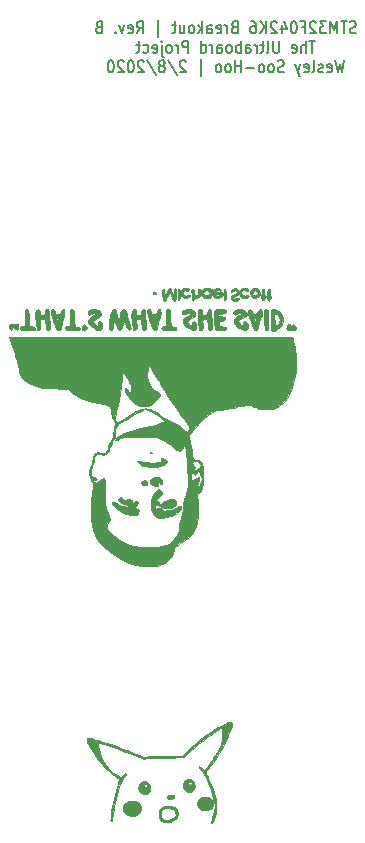
<source format=gbr>
G04 #@! TF.GenerationSoftware,KiCad,Pcbnew,5.1.5*
G04 #@! TF.CreationDate,2020-02-17T14:33:41-05:00*
G04 #@! TF.ProjectId,stm32,73746d33-322e-46b6-9963-61645f706362,B*
G04 #@! TF.SameCoordinates,Original*
G04 #@! TF.FileFunction,Legend,Bot*
G04 #@! TF.FilePolarity,Positive*
%FSLAX46Y46*%
G04 Gerber Fmt 4.6, Leading zero omitted, Abs format (unit mm)*
G04 Created by KiCad (PCBNEW 5.1.5) date 2020-02-17 14:33:41*
%MOMM*%
%LPD*%
G04 APERTURE LIST*
%ADD10C,0.127000*%
%ADD11C,0.010000*%
G04 APERTURE END LIST*
D10*
X144208500Y-64419238D02*
X144081500Y-64467619D01*
X143869833Y-64467619D01*
X143785166Y-64419238D01*
X143742833Y-64370857D01*
X143700500Y-64274095D01*
X143700500Y-64177333D01*
X143742833Y-64080571D01*
X143785166Y-64032190D01*
X143869833Y-63983809D01*
X144039166Y-63935428D01*
X144123833Y-63887047D01*
X144166166Y-63838666D01*
X144208500Y-63741904D01*
X144208500Y-63645142D01*
X144166166Y-63548380D01*
X144123833Y-63500000D01*
X144039166Y-63451619D01*
X143827500Y-63451619D01*
X143700500Y-63500000D01*
X143446500Y-63451619D02*
X142938500Y-63451619D01*
X143192500Y-64467619D02*
X143192500Y-63451619D01*
X142642166Y-64467619D02*
X142642166Y-63451619D01*
X142345833Y-64177333D01*
X142049500Y-63451619D01*
X142049500Y-64467619D01*
X141710833Y-63451619D02*
X141160500Y-63451619D01*
X141456833Y-63838666D01*
X141329833Y-63838666D01*
X141245166Y-63887047D01*
X141202833Y-63935428D01*
X141160500Y-64032190D01*
X141160500Y-64274095D01*
X141202833Y-64370857D01*
X141245166Y-64419238D01*
X141329833Y-64467619D01*
X141583833Y-64467619D01*
X141668500Y-64419238D01*
X141710833Y-64370857D01*
X140821833Y-63548380D02*
X140779500Y-63500000D01*
X140694833Y-63451619D01*
X140483166Y-63451619D01*
X140398500Y-63500000D01*
X140356166Y-63548380D01*
X140313833Y-63645142D01*
X140313833Y-63741904D01*
X140356166Y-63887047D01*
X140864166Y-64467619D01*
X140313833Y-64467619D01*
X139636500Y-63935428D02*
X139932833Y-63935428D01*
X139932833Y-64467619D02*
X139932833Y-63451619D01*
X139509500Y-63451619D01*
X139001500Y-63451619D02*
X138916833Y-63451619D01*
X138832166Y-63500000D01*
X138789833Y-63548380D01*
X138747500Y-63645142D01*
X138705166Y-63838666D01*
X138705166Y-64080571D01*
X138747500Y-64274095D01*
X138789833Y-64370857D01*
X138832166Y-64419238D01*
X138916833Y-64467619D01*
X139001500Y-64467619D01*
X139086166Y-64419238D01*
X139128500Y-64370857D01*
X139170833Y-64274095D01*
X139213166Y-64080571D01*
X139213166Y-63838666D01*
X139170833Y-63645142D01*
X139128500Y-63548380D01*
X139086166Y-63500000D01*
X139001500Y-63451619D01*
X137943166Y-63790285D02*
X137943166Y-64467619D01*
X138154833Y-63403238D02*
X138366500Y-64128952D01*
X137816166Y-64128952D01*
X137519833Y-63548380D02*
X137477500Y-63500000D01*
X137392833Y-63451619D01*
X137181166Y-63451619D01*
X137096500Y-63500000D01*
X137054166Y-63548380D01*
X137011833Y-63645142D01*
X137011833Y-63741904D01*
X137054166Y-63887047D01*
X137562166Y-64467619D01*
X137011833Y-64467619D01*
X136630833Y-64467619D02*
X136630833Y-63451619D01*
X136122833Y-64467619D02*
X136503833Y-63887047D01*
X136122833Y-63451619D02*
X136630833Y-64032190D01*
X135360833Y-63451619D02*
X135530166Y-63451619D01*
X135614833Y-63500000D01*
X135657166Y-63548380D01*
X135741833Y-63693523D01*
X135784166Y-63887047D01*
X135784166Y-64274095D01*
X135741833Y-64370857D01*
X135699500Y-64419238D01*
X135614833Y-64467619D01*
X135445500Y-64467619D01*
X135360833Y-64419238D01*
X135318500Y-64370857D01*
X135276166Y-64274095D01*
X135276166Y-64032190D01*
X135318500Y-63935428D01*
X135360833Y-63887047D01*
X135445500Y-63838666D01*
X135614833Y-63838666D01*
X135699500Y-63887047D01*
X135741833Y-63935428D01*
X135784166Y-64032190D01*
X133921500Y-63935428D02*
X133794500Y-63983809D01*
X133752166Y-64032190D01*
X133709833Y-64128952D01*
X133709833Y-64274095D01*
X133752166Y-64370857D01*
X133794500Y-64419238D01*
X133879166Y-64467619D01*
X134217833Y-64467619D01*
X134217833Y-63451619D01*
X133921500Y-63451619D01*
X133836833Y-63500000D01*
X133794500Y-63548380D01*
X133752166Y-63645142D01*
X133752166Y-63741904D01*
X133794500Y-63838666D01*
X133836833Y-63887047D01*
X133921500Y-63935428D01*
X134217833Y-63935428D01*
X133328833Y-64467619D02*
X133328833Y-63790285D01*
X133328833Y-63983809D02*
X133286500Y-63887047D01*
X133244166Y-63838666D01*
X133159500Y-63790285D01*
X133074833Y-63790285D01*
X132439833Y-64419238D02*
X132524500Y-64467619D01*
X132693833Y-64467619D01*
X132778500Y-64419238D01*
X132820833Y-64322476D01*
X132820833Y-63935428D01*
X132778500Y-63838666D01*
X132693833Y-63790285D01*
X132524500Y-63790285D01*
X132439833Y-63838666D01*
X132397500Y-63935428D01*
X132397500Y-64032190D01*
X132820833Y-64128952D01*
X131635500Y-64467619D02*
X131635500Y-63935428D01*
X131677833Y-63838666D01*
X131762500Y-63790285D01*
X131931833Y-63790285D01*
X132016500Y-63838666D01*
X131635500Y-64419238D02*
X131720166Y-64467619D01*
X131931833Y-64467619D01*
X132016500Y-64419238D01*
X132058833Y-64322476D01*
X132058833Y-64225714D01*
X132016500Y-64128952D01*
X131931833Y-64080571D01*
X131720166Y-64080571D01*
X131635500Y-64032190D01*
X131212166Y-64467619D02*
X131212166Y-63451619D01*
X131127500Y-64080571D02*
X130873500Y-64467619D01*
X130873500Y-63790285D02*
X131212166Y-64177333D01*
X130365500Y-64467619D02*
X130450166Y-64419238D01*
X130492500Y-64370857D01*
X130534833Y-64274095D01*
X130534833Y-63983809D01*
X130492500Y-63887047D01*
X130450166Y-63838666D01*
X130365500Y-63790285D01*
X130238500Y-63790285D01*
X130153833Y-63838666D01*
X130111500Y-63887047D01*
X130069166Y-63983809D01*
X130069166Y-64274095D01*
X130111500Y-64370857D01*
X130153833Y-64419238D01*
X130238500Y-64467619D01*
X130365500Y-64467619D01*
X129307166Y-63790285D02*
X129307166Y-64467619D01*
X129688166Y-63790285D02*
X129688166Y-64322476D01*
X129645833Y-64419238D01*
X129561166Y-64467619D01*
X129434166Y-64467619D01*
X129349500Y-64419238D01*
X129307166Y-64370857D01*
X129010833Y-63790285D02*
X128672166Y-63790285D01*
X128883833Y-63451619D02*
X128883833Y-64322476D01*
X128841500Y-64419238D01*
X128756833Y-64467619D01*
X128672166Y-64467619D01*
X127486833Y-64806285D02*
X127486833Y-63354857D01*
X125666500Y-64467619D02*
X125962833Y-63983809D01*
X126174500Y-64467619D02*
X126174500Y-63451619D01*
X125835833Y-63451619D01*
X125751166Y-63500000D01*
X125708833Y-63548380D01*
X125666500Y-63645142D01*
X125666500Y-63790285D01*
X125708833Y-63887047D01*
X125751166Y-63935428D01*
X125835833Y-63983809D01*
X126174500Y-63983809D01*
X124946833Y-64419238D02*
X125031500Y-64467619D01*
X125200833Y-64467619D01*
X125285500Y-64419238D01*
X125327833Y-64322476D01*
X125327833Y-63935428D01*
X125285500Y-63838666D01*
X125200833Y-63790285D01*
X125031500Y-63790285D01*
X124946833Y-63838666D01*
X124904500Y-63935428D01*
X124904500Y-64032190D01*
X125327833Y-64128952D01*
X124608166Y-63790285D02*
X124396500Y-64467619D01*
X124184833Y-63790285D01*
X123846166Y-64370857D02*
X123803833Y-64419238D01*
X123846166Y-64467619D01*
X123888500Y-64419238D01*
X123846166Y-64370857D01*
X123846166Y-64467619D01*
X122449166Y-63935428D02*
X122322166Y-63983809D01*
X122279833Y-64032190D01*
X122237500Y-64128952D01*
X122237500Y-64274095D01*
X122279833Y-64370857D01*
X122322166Y-64419238D01*
X122406833Y-64467619D01*
X122745500Y-64467619D01*
X122745500Y-63451619D01*
X122449166Y-63451619D01*
X122364500Y-63500000D01*
X122322166Y-63548380D01*
X122279833Y-63645142D01*
X122279833Y-63741904D01*
X122322166Y-63838666D01*
X122364500Y-63887047D01*
X122449166Y-63935428D01*
X122745500Y-63935428D01*
X140800666Y-65102619D02*
X140292666Y-65102619D01*
X140546666Y-66118619D02*
X140546666Y-65102619D01*
X139996333Y-66118619D02*
X139996333Y-65102619D01*
X139615333Y-66118619D02*
X139615333Y-65586428D01*
X139657666Y-65489666D01*
X139742333Y-65441285D01*
X139869333Y-65441285D01*
X139954000Y-65489666D01*
X139996333Y-65538047D01*
X138853333Y-66070238D02*
X138938000Y-66118619D01*
X139107333Y-66118619D01*
X139192000Y-66070238D01*
X139234333Y-65973476D01*
X139234333Y-65586428D01*
X139192000Y-65489666D01*
X139107333Y-65441285D01*
X138938000Y-65441285D01*
X138853333Y-65489666D01*
X138811000Y-65586428D01*
X138811000Y-65683190D01*
X139234333Y-65779952D01*
X137752666Y-65102619D02*
X137752666Y-65925095D01*
X137710333Y-66021857D01*
X137668000Y-66070238D01*
X137583333Y-66118619D01*
X137414000Y-66118619D01*
X137329333Y-66070238D01*
X137287000Y-66021857D01*
X137244666Y-65925095D01*
X137244666Y-65102619D01*
X136694333Y-66118619D02*
X136779000Y-66070238D01*
X136821333Y-65973476D01*
X136821333Y-65102619D01*
X136482666Y-65441285D02*
X136144000Y-65441285D01*
X136355666Y-65102619D02*
X136355666Y-65973476D01*
X136313333Y-66070238D01*
X136228666Y-66118619D01*
X136144000Y-66118619D01*
X135847666Y-66118619D02*
X135847666Y-65441285D01*
X135847666Y-65634809D02*
X135805333Y-65538047D01*
X135763000Y-65489666D01*
X135678333Y-65441285D01*
X135593666Y-65441285D01*
X134916333Y-66118619D02*
X134916333Y-65586428D01*
X134958666Y-65489666D01*
X135043333Y-65441285D01*
X135212666Y-65441285D01*
X135297333Y-65489666D01*
X134916333Y-66070238D02*
X135001000Y-66118619D01*
X135212666Y-66118619D01*
X135297333Y-66070238D01*
X135339666Y-65973476D01*
X135339666Y-65876714D01*
X135297333Y-65779952D01*
X135212666Y-65731571D01*
X135001000Y-65731571D01*
X134916333Y-65683190D01*
X134493000Y-66118619D02*
X134493000Y-65102619D01*
X134493000Y-65489666D02*
X134408333Y-65441285D01*
X134239000Y-65441285D01*
X134154333Y-65489666D01*
X134112000Y-65538047D01*
X134069666Y-65634809D01*
X134069666Y-65925095D01*
X134112000Y-66021857D01*
X134154333Y-66070238D01*
X134239000Y-66118619D01*
X134408333Y-66118619D01*
X134493000Y-66070238D01*
X133561666Y-66118619D02*
X133646333Y-66070238D01*
X133688666Y-66021857D01*
X133731000Y-65925095D01*
X133731000Y-65634809D01*
X133688666Y-65538047D01*
X133646333Y-65489666D01*
X133561666Y-65441285D01*
X133434666Y-65441285D01*
X133350000Y-65489666D01*
X133307666Y-65538047D01*
X133265333Y-65634809D01*
X133265333Y-65925095D01*
X133307666Y-66021857D01*
X133350000Y-66070238D01*
X133434666Y-66118619D01*
X133561666Y-66118619D01*
X132503333Y-66118619D02*
X132503333Y-65586428D01*
X132545666Y-65489666D01*
X132630333Y-65441285D01*
X132799666Y-65441285D01*
X132884333Y-65489666D01*
X132503333Y-66070238D02*
X132588000Y-66118619D01*
X132799666Y-66118619D01*
X132884333Y-66070238D01*
X132926666Y-65973476D01*
X132926666Y-65876714D01*
X132884333Y-65779952D01*
X132799666Y-65731571D01*
X132588000Y-65731571D01*
X132503333Y-65683190D01*
X132080000Y-66118619D02*
X132080000Y-65441285D01*
X132080000Y-65634809D02*
X132037666Y-65538047D01*
X131995333Y-65489666D01*
X131910666Y-65441285D01*
X131826000Y-65441285D01*
X131148666Y-66118619D02*
X131148666Y-65102619D01*
X131148666Y-66070238D02*
X131233333Y-66118619D01*
X131402666Y-66118619D01*
X131487333Y-66070238D01*
X131529666Y-66021857D01*
X131572000Y-65925095D01*
X131572000Y-65634809D01*
X131529666Y-65538047D01*
X131487333Y-65489666D01*
X131402666Y-65441285D01*
X131233333Y-65441285D01*
X131148666Y-65489666D01*
X130048000Y-66118619D02*
X130048000Y-65102619D01*
X129709333Y-65102619D01*
X129624666Y-65151000D01*
X129582333Y-65199380D01*
X129540000Y-65296142D01*
X129540000Y-65441285D01*
X129582333Y-65538047D01*
X129624666Y-65586428D01*
X129709333Y-65634809D01*
X130048000Y-65634809D01*
X129159000Y-66118619D02*
X129159000Y-65441285D01*
X129159000Y-65634809D02*
X129116666Y-65538047D01*
X129074333Y-65489666D01*
X128989666Y-65441285D01*
X128905000Y-65441285D01*
X128481666Y-66118619D02*
X128566333Y-66070238D01*
X128608666Y-66021857D01*
X128651000Y-65925095D01*
X128651000Y-65634809D01*
X128608666Y-65538047D01*
X128566333Y-65489666D01*
X128481666Y-65441285D01*
X128354666Y-65441285D01*
X128270000Y-65489666D01*
X128227666Y-65538047D01*
X128185333Y-65634809D01*
X128185333Y-65925095D01*
X128227666Y-66021857D01*
X128270000Y-66070238D01*
X128354666Y-66118619D01*
X128481666Y-66118619D01*
X127804333Y-65441285D02*
X127804333Y-66312142D01*
X127846666Y-66408904D01*
X127931333Y-66457285D01*
X127973666Y-66457285D01*
X127804333Y-65102619D02*
X127846666Y-65151000D01*
X127804333Y-65199380D01*
X127762000Y-65151000D01*
X127804333Y-65102619D01*
X127804333Y-65199380D01*
X127042333Y-66070238D02*
X127127000Y-66118619D01*
X127296333Y-66118619D01*
X127381000Y-66070238D01*
X127423333Y-65973476D01*
X127423333Y-65586428D01*
X127381000Y-65489666D01*
X127296333Y-65441285D01*
X127127000Y-65441285D01*
X127042333Y-65489666D01*
X127000000Y-65586428D01*
X127000000Y-65683190D01*
X127423333Y-65779952D01*
X126238000Y-66070238D02*
X126322666Y-66118619D01*
X126492000Y-66118619D01*
X126576666Y-66070238D01*
X126619000Y-66021857D01*
X126661333Y-65925095D01*
X126661333Y-65634809D01*
X126619000Y-65538047D01*
X126576666Y-65489666D01*
X126492000Y-65441285D01*
X126322666Y-65441285D01*
X126238000Y-65489666D01*
X125984000Y-65441285D02*
X125645333Y-65441285D01*
X125857000Y-65102619D02*
X125857000Y-65973476D01*
X125814666Y-66070238D01*
X125730000Y-66118619D01*
X125645333Y-66118619D01*
X143256000Y-66753619D02*
X143044333Y-67769619D01*
X142875000Y-67043904D01*
X142705666Y-67769619D01*
X142494000Y-66753619D01*
X141816666Y-67721238D02*
X141901333Y-67769619D01*
X142070666Y-67769619D01*
X142155333Y-67721238D01*
X142197666Y-67624476D01*
X142197666Y-67237428D01*
X142155333Y-67140666D01*
X142070666Y-67092285D01*
X141901333Y-67092285D01*
X141816666Y-67140666D01*
X141774333Y-67237428D01*
X141774333Y-67334190D01*
X142197666Y-67430952D01*
X141435666Y-67721238D02*
X141351000Y-67769619D01*
X141181666Y-67769619D01*
X141097000Y-67721238D01*
X141054666Y-67624476D01*
X141054666Y-67576095D01*
X141097000Y-67479333D01*
X141181666Y-67430952D01*
X141308666Y-67430952D01*
X141393333Y-67382571D01*
X141435666Y-67285809D01*
X141435666Y-67237428D01*
X141393333Y-67140666D01*
X141308666Y-67092285D01*
X141181666Y-67092285D01*
X141097000Y-67140666D01*
X140546666Y-67769619D02*
X140631333Y-67721238D01*
X140673666Y-67624476D01*
X140673666Y-66753619D01*
X139869333Y-67721238D02*
X139954000Y-67769619D01*
X140123333Y-67769619D01*
X140208000Y-67721238D01*
X140250333Y-67624476D01*
X140250333Y-67237428D01*
X140208000Y-67140666D01*
X140123333Y-67092285D01*
X139954000Y-67092285D01*
X139869333Y-67140666D01*
X139827000Y-67237428D01*
X139827000Y-67334190D01*
X140250333Y-67430952D01*
X139530666Y-67092285D02*
X139319000Y-67769619D01*
X139107333Y-67092285D02*
X139319000Y-67769619D01*
X139403666Y-68011523D01*
X139446000Y-68059904D01*
X139530666Y-68108285D01*
X138133666Y-67721238D02*
X138006666Y-67769619D01*
X137795000Y-67769619D01*
X137710333Y-67721238D01*
X137668000Y-67672857D01*
X137625666Y-67576095D01*
X137625666Y-67479333D01*
X137668000Y-67382571D01*
X137710333Y-67334190D01*
X137795000Y-67285809D01*
X137964333Y-67237428D01*
X138049000Y-67189047D01*
X138091333Y-67140666D01*
X138133666Y-67043904D01*
X138133666Y-66947142D01*
X138091333Y-66850380D01*
X138049000Y-66802000D01*
X137964333Y-66753619D01*
X137752666Y-66753619D01*
X137625666Y-66802000D01*
X137117666Y-67769619D02*
X137202333Y-67721238D01*
X137244666Y-67672857D01*
X137287000Y-67576095D01*
X137287000Y-67285809D01*
X137244666Y-67189047D01*
X137202333Y-67140666D01*
X137117666Y-67092285D01*
X136990666Y-67092285D01*
X136906000Y-67140666D01*
X136863666Y-67189047D01*
X136821333Y-67285809D01*
X136821333Y-67576095D01*
X136863666Y-67672857D01*
X136906000Y-67721238D01*
X136990666Y-67769619D01*
X137117666Y-67769619D01*
X136313333Y-67769619D02*
X136398000Y-67721238D01*
X136440333Y-67672857D01*
X136482666Y-67576095D01*
X136482666Y-67285809D01*
X136440333Y-67189047D01*
X136398000Y-67140666D01*
X136313333Y-67092285D01*
X136186333Y-67092285D01*
X136101666Y-67140666D01*
X136059333Y-67189047D01*
X136017000Y-67285809D01*
X136017000Y-67576095D01*
X136059333Y-67672857D01*
X136101666Y-67721238D01*
X136186333Y-67769619D01*
X136313333Y-67769619D01*
X135636000Y-67382571D02*
X134958666Y-67382571D01*
X134535333Y-67769619D02*
X134535333Y-66753619D01*
X134535333Y-67237428D02*
X134027333Y-67237428D01*
X134027333Y-67769619D02*
X134027333Y-66753619D01*
X133477000Y-67769619D02*
X133561666Y-67721238D01*
X133604000Y-67672857D01*
X133646333Y-67576095D01*
X133646333Y-67285809D01*
X133604000Y-67189047D01*
X133561666Y-67140666D01*
X133477000Y-67092285D01*
X133350000Y-67092285D01*
X133265333Y-67140666D01*
X133223000Y-67189047D01*
X133180666Y-67285809D01*
X133180666Y-67576095D01*
X133223000Y-67672857D01*
X133265333Y-67721238D01*
X133350000Y-67769619D01*
X133477000Y-67769619D01*
X132672666Y-67769619D02*
X132757333Y-67721238D01*
X132799666Y-67672857D01*
X132842000Y-67576095D01*
X132842000Y-67285809D01*
X132799666Y-67189047D01*
X132757333Y-67140666D01*
X132672666Y-67092285D01*
X132545666Y-67092285D01*
X132461000Y-67140666D01*
X132418666Y-67189047D01*
X132376333Y-67285809D01*
X132376333Y-67576095D01*
X132418666Y-67672857D01*
X132461000Y-67721238D01*
X132545666Y-67769619D01*
X132672666Y-67769619D01*
X131106333Y-68108285D02*
X131106333Y-66656857D01*
X129836333Y-66850380D02*
X129794000Y-66802000D01*
X129709333Y-66753619D01*
X129497666Y-66753619D01*
X129413000Y-66802000D01*
X129370666Y-66850380D01*
X129328333Y-66947142D01*
X129328333Y-67043904D01*
X129370666Y-67189047D01*
X129878666Y-67769619D01*
X129328333Y-67769619D01*
X128312333Y-66705238D02*
X129074333Y-68011523D01*
X127889000Y-67189047D02*
X127973666Y-67140666D01*
X128016000Y-67092285D01*
X128058333Y-66995523D01*
X128058333Y-66947142D01*
X128016000Y-66850380D01*
X127973666Y-66802000D01*
X127889000Y-66753619D01*
X127719666Y-66753619D01*
X127635000Y-66802000D01*
X127592666Y-66850380D01*
X127550333Y-66947142D01*
X127550333Y-66995523D01*
X127592666Y-67092285D01*
X127635000Y-67140666D01*
X127719666Y-67189047D01*
X127889000Y-67189047D01*
X127973666Y-67237428D01*
X128016000Y-67285809D01*
X128058333Y-67382571D01*
X128058333Y-67576095D01*
X128016000Y-67672857D01*
X127973666Y-67721238D01*
X127889000Y-67769619D01*
X127719666Y-67769619D01*
X127635000Y-67721238D01*
X127592666Y-67672857D01*
X127550333Y-67576095D01*
X127550333Y-67382571D01*
X127592666Y-67285809D01*
X127635000Y-67237428D01*
X127719666Y-67189047D01*
X126534333Y-66705238D02*
X127296333Y-68011523D01*
X126280333Y-66850380D02*
X126238000Y-66802000D01*
X126153333Y-66753619D01*
X125941666Y-66753619D01*
X125857000Y-66802000D01*
X125814666Y-66850380D01*
X125772333Y-66947142D01*
X125772333Y-67043904D01*
X125814666Y-67189047D01*
X126322666Y-67769619D01*
X125772333Y-67769619D01*
X125222000Y-66753619D02*
X125137333Y-66753619D01*
X125052666Y-66802000D01*
X125010333Y-66850380D01*
X124968000Y-66947142D01*
X124925666Y-67140666D01*
X124925666Y-67382571D01*
X124968000Y-67576095D01*
X125010333Y-67672857D01*
X125052666Y-67721238D01*
X125137333Y-67769619D01*
X125222000Y-67769619D01*
X125306666Y-67721238D01*
X125349000Y-67672857D01*
X125391333Y-67576095D01*
X125433666Y-67382571D01*
X125433666Y-67140666D01*
X125391333Y-66947142D01*
X125349000Y-66850380D01*
X125306666Y-66802000D01*
X125222000Y-66753619D01*
X124587000Y-66850380D02*
X124544666Y-66802000D01*
X124460000Y-66753619D01*
X124248333Y-66753619D01*
X124163666Y-66802000D01*
X124121333Y-66850380D01*
X124079000Y-66947142D01*
X124079000Y-67043904D01*
X124121333Y-67189047D01*
X124629333Y-67769619D01*
X124079000Y-67769619D01*
X123528666Y-66753619D02*
X123444000Y-66753619D01*
X123359333Y-66802000D01*
X123317000Y-66850380D01*
X123274666Y-66947142D01*
X123232333Y-67140666D01*
X123232333Y-67382571D01*
X123274666Y-67576095D01*
X123317000Y-67672857D01*
X123359333Y-67721238D01*
X123444000Y-67769619D01*
X123528666Y-67769619D01*
X123613333Y-67721238D01*
X123655666Y-67672857D01*
X123698000Y-67576095D01*
X123740333Y-67382571D01*
X123740333Y-67140666D01*
X123698000Y-66947142D01*
X123655666Y-66850380D01*
X123613333Y-66802000D01*
X123528666Y-66753619D01*
D11*
G36*
X129960539Y-127619015D02*
G01*
X129850003Y-127651354D01*
X129765186Y-127712751D01*
X129694972Y-127809343D01*
X129673350Y-127849517D01*
X129617716Y-128003297D01*
X129601452Y-128158740D01*
X129621633Y-128307533D01*
X129675331Y-128441361D01*
X129759623Y-128551909D01*
X129871582Y-128630864D01*
X129959100Y-128661603D01*
X130063781Y-128681210D01*
X130148668Y-128683283D01*
X130241569Y-128668041D01*
X130259210Y-128663968D01*
X130369624Y-128613350D01*
X130464323Y-128516627D01*
X130533714Y-128397000D01*
X130586017Y-128233838D01*
X130587743Y-128074197D01*
X130560895Y-127988586D01*
X130335883Y-127988586D01*
X130308540Y-128055563D01*
X130257301Y-128099178D01*
X130193493Y-128114084D01*
X130128443Y-128094936D01*
X130073479Y-128036388D01*
X130068011Y-128026287D01*
X130055804Y-127952890D01*
X130091436Y-127883465D01*
X130141487Y-127842210D01*
X130202804Y-127828314D01*
X130269875Y-127845373D01*
X130319292Y-127885684D01*
X130328001Y-127903592D01*
X130335883Y-127988586D01*
X130560895Y-127988586D01*
X130539045Y-127918915D01*
X130440076Y-127768829D01*
X130413879Y-127739092D01*
X130294811Y-127609600D01*
X130107906Y-127609600D01*
X129960539Y-127619015D01*
G37*
X129960539Y-127619015D02*
X129850003Y-127651354D01*
X129765186Y-127712751D01*
X129694972Y-127809343D01*
X129673350Y-127849517D01*
X129617716Y-128003297D01*
X129601452Y-128158740D01*
X129621633Y-128307533D01*
X129675331Y-128441361D01*
X129759623Y-128551909D01*
X129871582Y-128630864D01*
X129959100Y-128661603D01*
X130063781Y-128681210D01*
X130148668Y-128683283D01*
X130241569Y-128668041D01*
X130259210Y-128663968D01*
X130369624Y-128613350D01*
X130464323Y-128516627D01*
X130533714Y-128397000D01*
X130586017Y-128233838D01*
X130587743Y-128074197D01*
X130560895Y-127988586D01*
X130335883Y-127988586D01*
X130308540Y-128055563D01*
X130257301Y-128099178D01*
X130193493Y-128114084D01*
X130128443Y-128094936D01*
X130073479Y-128036388D01*
X130068011Y-128026287D01*
X130055804Y-127952890D01*
X130091436Y-127883465D01*
X130141487Y-127842210D01*
X130202804Y-127828314D01*
X130269875Y-127845373D01*
X130319292Y-127885684D01*
X130328001Y-127903592D01*
X130335883Y-127988586D01*
X130560895Y-127988586D01*
X130539045Y-127918915D01*
X130440076Y-127768829D01*
X130413879Y-127739092D01*
X130294811Y-127609600D01*
X130107906Y-127609600D01*
X129960539Y-127619015D01*
G36*
X126162552Y-127808301D02*
G01*
X126036375Y-127881197D01*
X126009204Y-127904593D01*
X125906125Y-128032407D01*
X125844679Y-128182447D01*
X125826260Y-128345931D01*
X125852261Y-128514075D01*
X125894941Y-128624379D01*
X125975103Y-128735179D01*
X126087555Y-128819503D01*
X126219641Y-128872634D01*
X126358705Y-128889858D01*
X126492091Y-128866458D01*
X126517400Y-128856299D01*
X126637482Y-128776508D01*
X126727853Y-128663054D01*
X126785643Y-128525403D01*
X126807982Y-128373021D01*
X126791999Y-128215376D01*
X126764286Y-128134601D01*
X126553605Y-128134601D01*
X126548827Y-128200829D01*
X126507461Y-128254166D01*
X126435717Y-128281477D01*
X126414362Y-128282700D01*
X126346217Y-128273542D01*
X126307246Y-128239166D01*
X126297353Y-128220240D01*
X126286274Y-128147475D01*
X126313366Y-128085743D01*
X126366092Y-128043753D01*
X126431914Y-128030216D01*
X126498296Y-128053843D01*
X126515586Y-128068614D01*
X126553605Y-128134601D01*
X126764286Y-128134601D01*
X126749382Y-128091162D01*
X126663148Y-127954644D01*
X126553771Y-127856189D01*
X126428827Y-127797707D01*
X126295895Y-127781108D01*
X126162552Y-127808301D01*
G37*
X126162552Y-127808301D02*
X126036375Y-127881197D01*
X126009204Y-127904593D01*
X125906125Y-128032407D01*
X125844679Y-128182447D01*
X125826260Y-128345931D01*
X125852261Y-128514075D01*
X125894941Y-128624379D01*
X125975103Y-128735179D01*
X126087555Y-128819503D01*
X126219641Y-128872634D01*
X126358705Y-128889858D01*
X126492091Y-128866458D01*
X126517400Y-128856299D01*
X126637482Y-128776508D01*
X126727853Y-128663054D01*
X126785643Y-128525403D01*
X126807982Y-128373021D01*
X126791999Y-128215376D01*
X126764286Y-128134601D01*
X126553605Y-128134601D01*
X126548827Y-128200829D01*
X126507461Y-128254166D01*
X126435717Y-128281477D01*
X126414362Y-128282700D01*
X126346217Y-128273542D01*
X126307246Y-128239166D01*
X126297353Y-128220240D01*
X126286274Y-128147475D01*
X126313366Y-128085743D01*
X126366092Y-128043753D01*
X126431914Y-128030216D01*
X126498296Y-128053843D01*
X126515586Y-128068614D01*
X126553605Y-128134601D01*
X126764286Y-128134601D01*
X126749382Y-128091162D01*
X126663148Y-127954644D01*
X126553771Y-127856189D01*
X126428827Y-127797707D01*
X126295895Y-127781108D01*
X126162552Y-127808301D01*
G36*
X128430968Y-128931863D02*
G01*
X128356209Y-128949924D01*
X128352607Y-128951382D01*
X128264976Y-129005520D01*
X128221070Y-129073007D01*
X128223755Y-129147858D01*
X128241583Y-129183359D01*
X128285309Y-129229750D01*
X128327736Y-129248179D01*
X128382735Y-129251302D01*
X128456202Y-129258492D01*
X128460500Y-129258995D01*
X128541696Y-129260855D01*
X128638802Y-129252897D01*
X128671513Y-129247912D01*
X128751453Y-129229027D01*
X128813513Y-129206063D01*
X128830263Y-129195886D01*
X128856222Y-129147828D01*
X128865973Y-129075683D01*
X128857895Y-129004021D01*
X128844930Y-128973180D01*
X128805028Y-128949503D01*
X128729207Y-128932891D01*
X128631941Y-128923987D01*
X128527703Y-128923431D01*
X128430968Y-128931863D01*
G37*
X128430968Y-128931863D02*
X128356209Y-128949924D01*
X128352607Y-128951382D01*
X128264976Y-129005520D01*
X128221070Y-129073007D01*
X128223755Y-129147858D01*
X128241583Y-129183359D01*
X128285309Y-129229750D01*
X128327736Y-129248179D01*
X128382735Y-129251302D01*
X128456202Y-129258492D01*
X128460500Y-129258995D01*
X128541696Y-129260855D01*
X128638802Y-129252897D01*
X128671513Y-129247912D01*
X128751453Y-129229027D01*
X128813513Y-129206063D01*
X128830263Y-129195886D01*
X128856222Y-129147828D01*
X128865973Y-129075683D01*
X128857895Y-129004021D01*
X128844930Y-128973180D01*
X128805028Y-128949503D01*
X128729207Y-128932891D01*
X128631941Y-128923987D01*
X128527703Y-128923431D01*
X128430968Y-128931863D01*
G36*
X131298483Y-129115512D02*
G01*
X131173441Y-129139533D01*
X131070631Y-129185907D01*
X130976454Y-129259955D01*
X130918071Y-129320282D01*
X130841842Y-129439435D01*
X130803864Y-129577036D01*
X130802142Y-129722142D01*
X130834680Y-129863809D01*
X130899484Y-129991095D01*
X130994559Y-130093056D01*
X131067224Y-130138460D01*
X131216306Y-130192102D01*
X131386683Y-130224155D01*
X131557113Y-130232070D01*
X131701239Y-130214548D01*
X131803968Y-130172585D01*
X131915222Y-130099545D01*
X132017852Y-130008188D01*
X132081364Y-129931732D01*
X132123409Y-129863665D01*
X132146104Y-129800144D01*
X132155070Y-129720177D01*
X132156200Y-129652309D01*
X132153104Y-129552111D01*
X132139971Y-129481526D01*
X132111037Y-129419545D01*
X132079016Y-129371056D01*
X131970581Y-129259009D01*
X131852072Y-129184718D01*
X131775600Y-129148121D01*
X131709802Y-129125472D01*
X131637912Y-129113517D01*
X131543165Y-129109005D01*
X131459356Y-129108524D01*
X131298483Y-129115512D01*
G37*
X131298483Y-129115512D02*
X131173441Y-129139533D01*
X131070631Y-129185907D01*
X130976454Y-129259955D01*
X130918071Y-129320282D01*
X130841842Y-129439435D01*
X130803864Y-129577036D01*
X130802142Y-129722142D01*
X130834680Y-129863809D01*
X130899484Y-129991095D01*
X130994559Y-130093056D01*
X131067224Y-130138460D01*
X131216306Y-130192102D01*
X131386683Y-130224155D01*
X131557113Y-130232070D01*
X131701239Y-130214548D01*
X131803968Y-130172585D01*
X131915222Y-130099545D01*
X132017852Y-130008188D01*
X132081364Y-129931732D01*
X132123409Y-129863665D01*
X132146104Y-129800144D01*
X132155070Y-129720177D01*
X132156200Y-129652309D01*
X132153104Y-129552111D01*
X132139971Y-129481526D01*
X132111037Y-129419545D01*
X132079016Y-129371056D01*
X131970581Y-129259009D01*
X131852072Y-129184718D01*
X131775600Y-129148121D01*
X131709802Y-129125472D01*
X131637912Y-129113517D01*
X131543165Y-129109005D01*
X131459356Y-129108524D01*
X131298483Y-129115512D01*
G36*
X125022419Y-129446773D02*
G01*
X124875561Y-129503705D01*
X124730437Y-129604465D01*
X124621642Y-129736298D01*
X124552243Y-129891885D01*
X124525305Y-130063903D01*
X124543893Y-130245033D01*
X124551910Y-130276600D01*
X124605521Y-130389050D01*
X124696156Y-130496492D01*
X124810576Y-130586578D01*
X124935538Y-130646958D01*
X124955534Y-130653013D01*
X125183755Y-130697468D01*
X125399761Y-130699675D01*
X125451583Y-130694019D01*
X125623976Y-130647247D01*
X125779781Y-130558591D01*
X125908177Y-130435544D01*
X125977606Y-130329804D01*
X126023026Y-130195583D01*
X126036372Y-130042622D01*
X126018063Y-129890294D01*
X125968522Y-129757970D01*
X125965016Y-129751855D01*
X125863533Y-129626575D01*
X125727160Y-129528188D01*
X125565380Y-129458855D01*
X125387675Y-129420735D01*
X125203527Y-129415987D01*
X125022419Y-129446773D01*
G37*
X125022419Y-129446773D02*
X124875561Y-129503705D01*
X124730437Y-129604465D01*
X124621642Y-129736298D01*
X124552243Y-129891885D01*
X124525305Y-130063903D01*
X124543893Y-130245033D01*
X124551910Y-130276600D01*
X124605521Y-130389050D01*
X124696156Y-130496492D01*
X124810576Y-130586578D01*
X124935538Y-130646958D01*
X124955534Y-130653013D01*
X125183755Y-130697468D01*
X125399761Y-130699675D01*
X125451583Y-130694019D01*
X125623976Y-130647247D01*
X125779781Y-130558591D01*
X125908177Y-130435544D01*
X125977606Y-130329804D01*
X126023026Y-130195583D01*
X126036372Y-130042622D01*
X126018063Y-129890294D01*
X125968522Y-129757970D01*
X125965016Y-129751855D01*
X125863533Y-129626575D01*
X125727160Y-129528188D01*
X125565380Y-129458855D01*
X125387675Y-129420735D01*
X125203527Y-129415987D01*
X125022419Y-129446773D01*
G36*
X128181706Y-129910527D02*
G01*
X128039534Y-129917654D01*
X127931063Y-129931358D01*
X127847802Y-129953179D01*
X127781261Y-129984654D01*
X127726514Y-130024298D01*
X127662704Y-130090897D01*
X127617726Y-130171905D01*
X127589451Y-130275779D01*
X127575745Y-130410979D01*
X127574478Y-130585962D01*
X127575450Y-130623800D01*
X127583242Y-130786161D01*
X127598037Y-130907194D01*
X127623520Y-130996265D01*
X127663378Y-131062739D01*
X127721296Y-131115978D01*
X127785113Y-131156478D01*
X127838619Y-131183198D01*
X127895843Y-131201215D01*
X127969178Y-131212614D01*
X128071018Y-131219481D01*
X128181100Y-131223107D01*
X128314040Y-131225299D01*
X128410107Y-131222805D01*
X128483137Y-131213973D01*
X128546969Y-131197152D01*
X128613514Y-131171502D01*
X128805544Y-131077098D01*
X128950788Y-130973062D01*
X129053039Y-130854503D01*
X129116090Y-130716527D01*
X129143235Y-130557161D01*
X128993900Y-130557161D01*
X128975776Y-130637773D01*
X128927330Y-130728836D01*
X128919437Y-130740071D01*
X128781707Y-130888490D01*
X128613121Y-130996857D01*
X128415151Y-131064307D01*
X128346200Y-131077053D01*
X128253716Y-131087548D01*
X128169402Y-131086962D01*
X128070948Y-131074294D01*
X128001414Y-131061567D01*
X127887143Y-131015374D01*
X127798082Y-130929661D01*
X127737061Y-130810511D01*
X127706906Y-130664008D01*
X127710448Y-130496235D01*
X127717175Y-130450244D01*
X127747244Y-130317151D01*
X127790126Y-130218721D01*
X127852968Y-130150091D01*
X127942915Y-130106401D01*
X128067113Y-130082787D01*
X128232706Y-130074389D01*
X128270000Y-130074111D01*
X128391238Y-130075521D01*
X128499744Y-130079889D01*
X128581669Y-130086486D01*
X128617293Y-130092442D01*
X128708955Y-130137732D01*
X128802559Y-130216050D01*
X128887597Y-130314433D01*
X128953566Y-130419918D01*
X128989960Y-130519541D01*
X128993900Y-130557161D01*
X129143235Y-130557161D01*
X129143733Y-130554243D01*
X129145743Y-130484954D01*
X129128632Y-130302841D01*
X129077362Y-130156814D01*
X128990182Y-130043844D01*
X128865345Y-129960900D01*
X128835620Y-129947612D01*
X128779037Y-129930476D01*
X128699824Y-129918733D01*
X128589749Y-129911696D01*
X128440579Y-129908677D01*
X128366066Y-129908441D01*
X128181706Y-129910527D01*
G37*
X128181706Y-129910527D02*
X128039534Y-129917654D01*
X127931063Y-129931358D01*
X127847802Y-129953179D01*
X127781261Y-129984654D01*
X127726514Y-130024298D01*
X127662704Y-130090897D01*
X127617726Y-130171905D01*
X127589451Y-130275779D01*
X127575745Y-130410979D01*
X127574478Y-130585962D01*
X127575450Y-130623800D01*
X127583242Y-130786161D01*
X127598037Y-130907194D01*
X127623520Y-130996265D01*
X127663378Y-131062739D01*
X127721296Y-131115978D01*
X127785113Y-131156478D01*
X127838619Y-131183198D01*
X127895843Y-131201215D01*
X127969178Y-131212614D01*
X128071018Y-131219481D01*
X128181100Y-131223107D01*
X128314040Y-131225299D01*
X128410107Y-131222805D01*
X128483137Y-131213973D01*
X128546969Y-131197152D01*
X128613514Y-131171502D01*
X128805544Y-131077098D01*
X128950788Y-130973062D01*
X129053039Y-130854503D01*
X129116090Y-130716527D01*
X129143235Y-130557161D01*
X128993900Y-130557161D01*
X128975776Y-130637773D01*
X128927330Y-130728836D01*
X128919437Y-130740071D01*
X128781707Y-130888490D01*
X128613121Y-130996857D01*
X128415151Y-131064307D01*
X128346200Y-131077053D01*
X128253716Y-131087548D01*
X128169402Y-131086962D01*
X128070948Y-131074294D01*
X128001414Y-131061567D01*
X127887143Y-131015374D01*
X127798082Y-130929661D01*
X127737061Y-130810511D01*
X127706906Y-130664008D01*
X127710448Y-130496235D01*
X127717175Y-130450244D01*
X127747244Y-130317151D01*
X127790126Y-130218721D01*
X127852968Y-130150091D01*
X127942915Y-130106401D01*
X128067113Y-130082787D01*
X128232706Y-130074389D01*
X128270000Y-130074111D01*
X128391238Y-130075521D01*
X128499744Y-130079889D01*
X128581669Y-130086486D01*
X128617293Y-130092442D01*
X128708955Y-130137732D01*
X128802559Y-130216050D01*
X128887597Y-130314433D01*
X128953566Y-130419918D01*
X128989960Y-130519541D01*
X128993900Y-130557161D01*
X129143235Y-130557161D01*
X129143733Y-130554243D01*
X129145743Y-130484954D01*
X129128632Y-130302841D01*
X129077362Y-130156814D01*
X128990182Y-130043844D01*
X128865345Y-129960900D01*
X128835620Y-129947612D01*
X128779037Y-129930476D01*
X128699824Y-129918733D01*
X128589749Y-129911696D01*
X128440579Y-129908677D01*
X128366066Y-129908441D01*
X128181706Y-129910527D01*
G36*
X133562767Y-122751483D02*
G01*
X133497110Y-122766142D01*
X133404966Y-122797593D01*
X133278022Y-122851554D01*
X133124642Y-122923750D01*
X132953189Y-123009903D01*
X132772028Y-123105736D01*
X132589520Y-123206971D01*
X132414030Y-123309331D01*
X132307586Y-123374505D01*
X131930025Y-123618834D01*
X131570601Y-123868703D01*
X131220875Y-124130795D01*
X130872409Y-124411792D01*
X130516762Y-124718377D01*
X130145497Y-125057233D01*
X129954319Y-125238033D01*
X129565400Y-125609666D01*
X128181100Y-125622856D01*
X127877254Y-125625860D01*
X127619478Y-125628741D01*
X127403041Y-125631691D01*
X127223216Y-125634901D01*
X127075272Y-125638565D01*
X126954480Y-125642875D01*
X126856111Y-125648022D01*
X126775435Y-125654200D01*
X126707723Y-125661600D01*
X126648245Y-125670415D01*
X126592273Y-125680837D01*
X126553396Y-125689028D01*
X126309992Y-125742008D01*
X125575496Y-125448149D01*
X125204587Y-125301711D01*
X124829904Y-125157501D01*
X124455686Y-125016952D01*
X124086170Y-124881499D01*
X123725595Y-124752574D01*
X123378199Y-124631611D01*
X123048219Y-124520044D01*
X122739894Y-124419307D01*
X122457461Y-124330832D01*
X122205159Y-124256054D01*
X121987225Y-124196406D01*
X121807898Y-124153321D01*
X121674859Y-124128713D01*
X121573315Y-124120674D01*
X121501432Y-124131693D01*
X121458973Y-124165295D01*
X121445701Y-124225007D01*
X121461378Y-124314355D01*
X121505766Y-124436867D01*
X121578629Y-124596068D01*
X121635686Y-124710220D01*
X121816626Y-125039049D01*
X122024851Y-125372995D01*
X122255100Y-125705848D01*
X122502113Y-126031398D01*
X122760628Y-126343434D01*
X123025387Y-126635747D01*
X123291127Y-126902126D01*
X123552588Y-127136360D01*
X123804511Y-127332240D01*
X123926600Y-127414717D01*
X124017170Y-127474166D01*
X124096906Y-127529491D01*
X124151226Y-127570504D01*
X124158301Y-127576580D01*
X124212202Y-127625050D01*
X124064895Y-128051853D01*
X123978264Y-128320657D01*
X123892044Y-128621402D01*
X123808258Y-128944518D01*
X123728927Y-129280436D01*
X123656074Y-129619587D01*
X123591721Y-129952400D01*
X123537890Y-130269307D01*
X123496604Y-130560738D01*
X123469885Y-130817123D01*
X123464600Y-130892550D01*
X123458362Y-131010327D01*
X123457181Y-131086361D01*
X123461980Y-131129539D01*
X123473681Y-131148751D01*
X123491602Y-131152900D01*
X123510060Y-131150138D01*
X123526963Y-131139044D01*
X123543341Y-131115406D01*
X123560223Y-131075012D01*
X123578639Y-131013649D01*
X123599616Y-130927105D01*
X123624186Y-130811167D01*
X123653376Y-130661624D01*
X123688217Y-130474262D01*
X123729737Y-130244870D01*
X123773987Y-129997200D01*
X123854861Y-129561528D01*
X123934281Y-129173161D01*
X124013437Y-128828675D01*
X124093516Y-128524644D01*
X124175707Y-128257642D01*
X124261198Y-128024243D01*
X124351177Y-127821023D01*
X124446834Y-127644556D01*
X124549356Y-127491415D01*
X124659932Y-127358176D01*
X124706200Y-127310168D01*
X124768526Y-127244734D01*
X124796507Y-127201833D01*
X124793941Y-127170446D01*
X124764928Y-127139805D01*
X124723382Y-127126608D01*
X124666615Y-127147234D01*
X124590650Y-127204219D01*
X124491513Y-127300099D01*
X124457448Y-127335984D01*
X124327895Y-127474434D01*
X124139948Y-127354063D01*
X123863784Y-127163841D01*
X123602244Y-126957748D01*
X123363846Y-126743438D01*
X123157108Y-126528563D01*
X122991651Y-126322323D01*
X122866321Y-126123457D01*
X122744683Y-125887239D01*
X122632103Y-125627092D01*
X122533944Y-125356435D01*
X122455572Y-125088691D01*
X122405401Y-124855574D01*
X122382027Y-124710982D01*
X122369125Y-124608872D01*
X122366319Y-124542094D01*
X122373234Y-124503503D01*
X122386056Y-124487775D01*
X122420439Y-124489694D01*
X122498000Y-124508559D01*
X122614579Y-124542883D01*
X122766015Y-124591180D01*
X122948148Y-124651962D01*
X123156820Y-124723743D01*
X123387869Y-124805036D01*
X123637135Y-124894353D01*
X123900460Y-124990208D01*
X124173682Y-125091113D01*
X124452641Y-125195582D01*
X124733178Y-125302128D01*
X125011133Y-125409263D01*
X125282346Y-125515502D01*
X125468937Y-125589733D01*
X126274674Y-125912540D01*
X126573837Y-125849301D01*
X126640044Y-125835549D01*
X126701136Y-125823907D01*
X126761976Y-125814160D01*
X126827426Y-125806095D01*
X126902352Y-125799497D01*
X126991614Y-125794152D01*
X127100078Y-125789844D01*
X127232605Y-125786361D01*
X127394059Y-125783487D01*
X127589304Y-125781008D01*
X127823201Y-125778710D01*
X128100616Y-125776378D01*
X128256322Y-125775140D01*
X129639644Y-125764217D01*
X130004379Y-125416908D01*
X130304039Y-125135169D01*
X130578731Y-124885075D01*
X130836662Y-124659801D01*
X131086045Y-124452525D01*
X131335086Y-124256421D01*
X131591997Y-124064667D01*
X131864313Y-123870908D01*
X132036455Y-123752448D01*
X132205380Y-123638989D01*
X132365815Y-123533825D01*
X132512486Y-123440252D01*
X132640121Y-123361563D01*
X132743447Y-123301054D01*
X132817189Y-123262020D01*
X132856075Y-123247753D01*
X132860118Y-123248757D01*
X132878878Y-123292138D01*
X132895530Y-123376857D01*
X132909321Y-123493471D01*
X132919497Y-123632537D01*
X132925306Y-123784611D01*
X132925995Y-123940250D01*
X132923261Y-124040781D01*
X132911159Y-124230825D01*
X132889565Y-124397014D01*
X132854841Y-124550338D01*
X132803344Y-124701785D01*
X132731434Y-124862344D01*
X132635470Y-125043004D01*
X132532510Y-125220173D01*
X132401145Y-125435903D01*
X132262055Y-125656173D01*
X132119746Y-125874433D01*
X131978723Y-126084131D01*
X131843493Y-126278715D01*
X131718562Y-126451635D01*
X131608435Y-126596337D01*
X131517619Y-126706273D01*
X131488264Y-126738460D01*
X131398913Y-126832521D01*
X131223857Y-126681481D01*
X131119146Y-126597468D01*
X131031521Y-126538875D01*
X130965081Y-126506258D01*
X130923926Y-126500171D01*
X130912155Y-126521171D01*
X130933866Y-126569813D01*
X130993161Y-126646651D01*
X130996715Y-126650708D01*
X131129038Y-126810686D01*
X131251266Y-126980114D01*
X131367261Y-127165973D01*
X131480888Y-127375244D01*
X131596008Y-127614909D01*
X131716484Y-127891950D01*
X131808361Y-128117600D01*
X131961886Y-128522638D01*
X132084509Y-128889281D01*
X132176647Y-129219128D01*
X132238720Y-129513780D01*
X132271146Y-129774836D01*
X132276518Y-129908300D01*
X132270455Y-130072390D01*
X132249076Y-130242397D01*
X132210351Y-130427960D01*
X132152246Y-130638717D01*
X132072730Y-130884307D01*
X132067631Y-130899204D01*
X132016707Y-131059880D01*
X131989185Y-131178128D01*
X131984824Y-131256481D01*
X132003382Y-131297473D01*
X132029053Y-131305300D01*
X132072253Y-131287418D01*
X132086666Y-131273550D01*
X132109823Y-131230925D01*
X132144174Y-131150590D01*
X132185803Y-131043333D01*
X132230796Y-130919944D01*
X132275237Y-130791214D01*
X132315211Y-130667932D01*
X132346803Y-130560887D01*
X132351238Y-130544399D01*
X132386282Y-130367616D01*
X132409018Y-130159190D01*
X132418607Y-129936966D01*
X132414206Y-129718789D01*
X132398320Y-129545993D01*
X132355996Y-129294351D01*
X132294504Y-129028980D01*
X132212138Y-128744659D01*
X132107194Y-128436166D01*
X131977964Y-128098279D01*
X131822743Y-127725778D01*
X131747078Y-127552520D01*
X131679166Y-127397497D01*
X131618775Y-127256959D01*
X131568808Y-127137882D01*
X131532168Y-127047246D01*
X131511759Y-126992026D01*
X131508500Y-126979098D01*
X131525837Y-126940464D01*
X131568271Y-126890368D01*
X131575213Y-126883777D01*
X131685221Y-126769649D01*
X131813732Y-126614665D01*
X131957528Y-126423892D01*
X132113395Y-126202397D01*
X132278114Y-125955246D01*
X132448471Y-125687508D01*
X132621247Y-125404248D01*
X132793227Y-125110534D01*
X132961194Y-124811432D01*
X133121932Y-124512010D01*
X133272225Y-124217335D01*
X133287486Y-124186433D01*
X133423332Y-123901931D01*
X133531600Y-123655684D01*
X133613530Y-123444109D01*
X133670363Y-123263627D01*
X133703337Y-123110654D01*
X133713693Y-122981611D01*
X133713090Y-122956767D01*
X133702855Y-122845992D01*
X133679288Y-122779177D01*
X133635042Y-122749836D01*
X133562767Y-122751483D01*
G37*
X133562767Y-122751483D02*
X133497110Y-122766142D01*
X133404966Y-122797593D01*
X133278022Y-122851554D01*
X133124642Y-122923750D01*
X132953189Y-123009903D01*
X132772028Y-123105736D01*
X132589520Y-123206971D01*
X132414030Y-123309331D01*
X132307586Y-123374505D01*
X131930025Y-123618834D01*
X131570601Y-123868703D01*
X131220875Y-124130795D01*
X130872409Y-124411792D01*
X130516762Y-124718377D01*
X130145497Y-125057233D01*
X129954319Y-125238033D01*
X129565400Y-125609666D01*
X128181100Y-125622856D01*
X127877254Y-125625860D01*
X127619478Y-125628741D01*
X127403041Y-125631691D01*
X127223216Y-125634901D01*
X127075272Y-125638565D01*
X126954480Y-125642875D01*
X126856111Y-125648022D01*
X126775435Y-125654200D01*
X126707723Y-125661600D01*
X126648245Y-125670415D01*
X126592273Y-125680837D01*
X126553396Y-125689028D01*
X126309992Y-125742008D01*
X125575496Y-125448149D01*
X125204587Y-125301711D01*
X124829904Y-125157501D01*
X124455686Y-125016952D01*
X124086170Y-124881499D01*
X123725595Y-124752574D01*
X123378199Y-124631611D01*
X123048219Y-124520044D01*
X122739894Y-124419307D01*
X122457461Y-124330832D01*
X122205159Y-124256054D01*
X121987225Y-124196406D01*
X121807898Y-124153321D01*
X121674859Y-124128713D01*
X121573315Y-124120674D01*
X121501432Y-124131693D01*
X121458973Y-124165295D01*
X121445701Y-124225007D01*
X121461378Y-124314355D01*
X121505766Y-124436867D01*
X121578629Y-124596068D01*
X121635686Y-124710220D01*
X121816626Y-125039049D01*
X122024851Y-125372995D01*
X122255100Y-125705848D01*
X122502113Y-126031398D01*
X122760628Y-126343434D01*
X123025387Y-126635747D01*
X123291127Y-126902126D01*
X123552588Y-127136360D01*
X123804511Y-127332240D01*
X123926600Y-127414717D01*
X124017170Y-127474166D01*
X124096906Y-127529491D01*
X124151226Y-127570504D01*
X124158301Y-127576580D01*
X124212202Y-127625050D01*
X124064895Y-128051853D01*
X123978264Y-128320657D01*
X123892044Y-128621402D01*
X123808258Y-128944518D01*
X123728927Y-129280436D01*
X123656074Y-129619587D01*
X123591721Y-129952400D01*
X123537890Y-130269307D01*
X123496604Y-130560738D01*
X123469885Y-130817123D01*
X123464600Y-130892550D01*
X123458362Y-131010327D01*
X123457181Y-131086361D01*
X123461980Y-131129539D01*
X123473681Y-131148751D01*
X123491602Y-131152900D01*
X123510060Y-131150138D01*
X123526963Y-131139044D01*
X123543341Y-131115406D01*
X123560223Y-131075012D01*
X123578639Y-131013649D01*
X123599616Y-130927105D01*
X123624186Y-130811167D01*
X123653376Y-130661624D01*
X123688217Y-130474262D01*
X123729737Y-130244870D01*
X123773987Y-129997200D01*
X123854861Y-129561528D01*
X123934281Y-129173161D01*
X124013437Y-128828675D01*
X124093516Y-128524644D01*
X124175707Y-128257642D01*
X124261198Y-128024243D01*
X124351177Y-127821023D01*
X124446834Y-127644556D01*
X124549356Y-127491415D01*
X124659932Y-127358176D01*
X124706200Y-127310168D01*
X124768526Y-127244734D01*
X124796507Y-127201833D01*
X124793941Y-127170446D01*
X124764928Y-127139805D01*
X124723382Y-127126608D01*
X124666615Y-127147234D01*
X124590650Y-127204219D01*
X124491513Y-127300099D01*
X124457448Y-127335984D01*
X124327895Y-127474434D01*
X124139948Y-127354063D01*
X123863784Y-127163841D01*
X123602244Y-126957748D01*
X123363846Y-126743438D01*
X123157108Y-126528563D01*
X122991651Y-126322323D01*
X122866321Y-126123457D01*
X122744683Y-125887239D01*
X122632103Y-125627092D01*
X122533944Y-125356435D01*
X122455572Y-125088691D01*
X122405401Y-124855574D01*
X122382027Y-124710982D01*
X122369125Y-124608872D01*
X122366319Y-124542094D01*
X122373234Y-124503503D01*
X122386056Y-124487775D01*
X122420439Y-124489694D01*
X122498000Y-124508559D01*
X122614579Y-124542883D01*
X122766015Y-124591180D01*
X122948148Y-124651962D01*
X123156820Y-124723743D01*
X123387869Y-124805036D01*
X123637135Y-124894353D01*
X123900460Y-124990208D01*
X124173682Y-125091113D01*
X124452641Y-125195582D01*
X124733178Y-125302128D01*
X125011133Y-125409263D01*
X125282346Y-125515502D01*
X125468937Y-125589733D01*
X126274674Y-125912540D01*
X126573837Y-125849301D01*
X126640044Y-125835549D01*
X126701136Y-125823907D01*
X126761976Y-125814160D01*
X126827426Y-125806095D01*
X126902352Y-125799497D01*
X126991614Y-125794152D01*
X127100078Y-125789844D01*
X127232605Y-125786361D01*
X127394059Y-125783487D01*
X127589304Y-125781008D01*
X127823201Y-125778710D01*
X128100616Y-125776378D01*
X128256322Y-125775140D01*
X129639644Y-125764217D01*
X130004379Y-125416908D01*
X130304039Y-125135169D01*
X130578731Y-124885075D01*
X130836662Y-124659801D01*
X131086045Y-124452525D01*
X131335086Y-124256421D01*
X131591997Y-124064667D01*
X131864313Y-123870908D01*
X132036455Y-123752448D01*
X132205380Y-123638989D01*
X132365815Y-123533825D01*
X132512486Y-123440252D01*
X132640121Y-123361563D01*
X132743447Y-123301054D01*
X132817189Y-123262020D01*
X132856075Y-123247753D01*
X132860118Y-123248757D01*
X132878878Y-123292138D01*
X132895530Y-123376857D01*
X132909321Y-123493471D01*
X132919497Y-123632537D01*
X132925306Y-123784611D01*
X132925995Y-123940250D01*
X132923261Y-124040781D01*
X132911159Y-124230825D01*
X132889565Y-124397014D01*
X132854841Y-124550338D01*
X132803344Y-124701785D01*
X132731434Y-124862344D01*
X132635470Y-125043004D01*
X132532510Y-125220173D01*
X132401145Y-125435903D01*
X132262055Y-125656173D01*
X132119746Y-125874433D01*
X131978723Y-126084131D01*
X131843493Y-126278715D01*
X131718562Y-126451635D01*
X131608435Y-126596337D01*
X131517619Y-126706273D01*
X131488264Y-126738460D01*
X131398913Y-126832521D01*
X131223857Y-126681481D01*
X131119146Y-126597468D01*
X131031521Y-126538875D01*
X130965081Y-126506258D01*
X130923926Y-126500171D01*
X130912155Y-126521171D01*
X130933866Y-126569813D01*
X130993161Y-126646651D01*
X130996715Y-126650708D01*
X131129038Y-126810686D01*
X131251266Y-126980114D01*
X131367261Y-127165973D01*
X131480888Y-127375244D01*
X131596008Y-127614909D01*
X131716484Y-127891950D01*
X131808361Y-128117600D01*
X131961886Y-128522638D01*
X132084509Y-128889281D01*
X132176647Y-129219128D01*
X132238720Y-129513780D01*
X132271146Y-129774836D01*
X132276518Y-129908300D01*
X132270455Y-130072390D01*
X132249076Y-130242397D01*
X132210351Y-130427960D01*
X132152246Y-130638717D01*
X132072730Y-130884307D01*
X132067631Y-130899204D01*
X132016707Y-131059880D01*
X131989185Y-131178128D01*
X131984824Y-131256481D01*
X132003382Y-131297473D01*
X132029053Y-131305300D01*
X132072253Y-131287418D01*
X132086666Y-131273550D01*
X132109823Y-131230925D01*
X132144174Y-131150590D01*
X132185803Y-131043333D01*
X132230796Y-130919944D01*
X132275237Y-130791214D01*
X132315211Y-130667932D01*
X132346803Y-130560887D01*
X132351238Y-130544399D01*
X132386282Y-130367616D01*
X132409018Y-130159190D01*
X132418607Y-129936966D01*
X132414206Y-129718789D01*
X132398320Y-129545993D01*
X132355996Y-129294351D01*
X132294504Y-129028980D01*
X132212138Y-128744659D01*
X132107194Y-128436166D01*
X131977964Y-128098279D01*
X131822743Y-127725778D01*
X131747078Y-127552520D01*
X131679166Y-127397497D01*
X131618775Y-127256959D01*
X131568808Y-127137882D01*
X131532168Y-127047246D01*
X131511759Y-126992026D01*
X131508500Y-126979098D01*
X131525837Y-126940464D01*
X131568271Y-126890368D01*
X131575213Y-126883777D01*
X131685221Y-126769649D01*
X131813732Y-126614665D01*
X131957528Y-126423892D01*
X132113395Y-126202397D01*
X132278114Y-125955246D01*
X132448471Y-125687508D01*
X132621247Y-125404248D01*
X132793227Y-125110534D01*
X132961194Y-124811432D01*
X133121932Y-124512010D01*
X133272225Y-124217335D01*
X133287486Y-124186433D01*
X133423332Y-123901931D01*
X133531600Y-123655684D01*
X133613530Y-123444109D01*
X133670363Y-123263627D01*
X133703337Y-123110654D01*
X133713693Y-122981611D01*
X133713090Y-122956767D01*
X133702855Y-122845992D01*
X133679288Y-122779177D01*
X133635042Y-122749836D01*
X133562767Y-122751483D01*
G36*
X125743652Y-105230266D02*
G01*
X125797968Y-105136595D01*
X125828223Y-104989215D01*
X125837694Y-104824851D01*
X125802052Y-104731872D01*
X125709885Y-104692700D01*
X125632490Y-104687733D01*
X125558152Y-104682484D01*
X125533885Y-104655730D01*
X125560923Y-104588940D01*
X125640499Y-104463584D01*
X125648188Y-104451957D01*
X125733408Y-104283975D01*
X125751931Y-104148061D01*
X125704267Y-104057982D01*
X125632567Y-104029680D01*
X125539482Y-104045382D01*
X125478759Y-104137770D01*
X125477686Y-104140568D01*
X125419425Y-104225653D01*
X125353826Y-104241741D01*
X125309469Y-104185667D01*
X125305018Y-104159688D01*
X125295188Y-104057733D01*
X125293127Y-104036667D01*
X125248598Y-103986553D01*
X125145917Y-103934686D01*
X125122043Y-103926247D01*
X124967836Y-103895891D01*
X124816224Y-103922841D01*
X124784138Y-103933901D01*
X124667764Y-103969508D01*
X124596526Y-103958470D01*
X124527541Y-103890237D01*
X124507968Y-103865951D01*
X124387876Y-103758894D01*
X124271903Y-103746224D01*
X124173247Y-103810439D01*
X124111904Y-103909775D01*
X124098501Y-103973466D01*
X124138474Y-104070049D01*
X124236288Y-104167442D01*
X124358793Y-104238713D01*
X124449766Y-104258844D01*
X124538557Y-104277368D01*
X124670701Y-104324807D01*
X124819391Y-104388841D01*
X124957823Y-104457152D01*
X125059192Y-104517418D01*
X125096753Y-104556199D01*
X125057353Y-104592587D01*
X124948709Y-104594309D01*
X124788068Y-104566316D01*
X124592674Y-104513560D01*
X124379775Y-104440992D01*
X124166614Y-104353564D01*
X123970438Y-104256227D01*
X123891923Y-104210280D01*
X123726978Y-104125146D01*
X123622395Y-104107389D01*
X123579063Y-104150141D01*
X123597868Y-104246532D01*
X123679697Y-104389694D01*
X123825439Y-104572757D01*
X123842621Y-104591952D01*
X124028503Y-104770008D01*
X124240816Y-104914717D01*
X124496072Y-105033532D01*
X124810784Y-105133909D01*
X125201466Y-105223300D01*
X125271514Y-105236964D01*
X125497275Y-105272952D01*
X125649037Y-105273219D01*
X125743652Y-105230266D01*
G37*
X125743652Y-105230266D02*
X125797968Y-105136595D01*
X125828223Y-104989215D01*
X125837694Y-104824851D01*
X125802052Y-104731872D01*
X125709885Y-104692700D01*
X125632490Y-104687733D01*
X125558152Y-104682484D01*
X125533885Y-104655730D01*
X125560923Y-104588940D01*
X125640499Y-104463584D01*
X125648188Y-104451957D01*
X125733408Y-104283975D01*
X125751931Y-104148061D01*
X125704267Y-104057982D01*
X125632567Y-104029680D01*
X125539482Y-104045382D01*
X125478759Y-104137770D01*
X125477686Y-104140568D01*
X125419425Y-104225653D01*
X125353826Y-104241741D01*
X125309469Y-104185667D01*
X125305018Y-104159688D01*
X125295188Y-104057733D01*
X125293127Y-104036667D01*
X125248598Y-103986553D01*
X125145917Y-103934686D01*
X125122043Y-103926247D01*
X124967836Y-103895891D01*
X124816224Y-103922841D01*
X124784138Y-103933901D01*
X124667764Y-103969508D01*
X124596526Y-103958470D01*
X124527541Y-103890237D01*
X124507968Y-103865951D01*
X124387876Y-103758894D01*
X124271903Y-103746224D01*
X124173247Y-103810439D01*
X124111904Y-103909775D01*
X124098501Y-103973466D01*
X124138474Y-104070049D01*
X124236288Y-104167442D01*
X124358793Y-104238713D01*
X124449766Y-104258844D01*
X124538557Y-104277368D01*
X124670701Y-104324807D01*
X124819391Y-104388841D01*
X124957823Y-104457152D01*
X125059192Y-104517418D01*
X125096753Y-104556199D01*
X125057353Y-104592587D01*
X124948709Y-104594309D01*
X124788068Y-104566316D01*
X124592674Y-104513560D01*
X124379775Y-104440992D01*
X124166614Y-104353564D01*
X123970438Y-104256227D01*
X123891923Y-104210280D01*
X123726978Y-104125146D01*
X123622395Y-104107389D01*
X123579063Y-104150141D01*
X123597868Y-104246532D01*
X123679697Y-104389694D01*
X123825439Y-104572757D01*
X123842621Y-104591952D01*
X124028503Y-104770008D01*
X124240816Y-104914717D01*
X124496072Y-105033532D01*
X124810784Y-105133909D01*
X125201466Y-105223300D01*
X125271514Y-105236964D01*
X125497275Y-105272952D01*
X125649037Y-105273219D01*
X125743652Y-105230266D01*
G36*
X127914023Y-105477129D02*
G01*
X128032602Y-105435619D01*
X128211384Y-105382996D01*
X128417683Y-105328696D01*
X128484580Y-105312410D01*
X128828419Y-105210845D01*
X129089846Y-105087044D01*
X129280253Y-104934578D01*
X129376101Y-104809439D01*
X129452247Y-104644086D01*
X129454656Y-104528125D01*
X129393650Y-104466412D01*
X129279554Y-104463802D01*
X129122691Y-104525149D01*
X128976187Y-104621364D01*
X128785853Y-104744348D01*
X128631699Y-104792244D01*
X128597808Y-104793218D01*
X128461247Y-104800776D01*
X128288318Y-104825409D01*
X128216447Y-104839607D01*
X128073119Y-104866381D01*
X127988797Y-104863107D01*
X127930704Y-104824762D01*
X127901656Y-104791368D01*
X127765376Y-104687460D01*
X127600029Y-104651447D01*
X127451416Y-104687248D01*
X127317476Y-104726848D01*
X127227811Y-104684612D01*
X127190775Y-104565115D01*
X127190262Y-104544308D01*
X127214111Y-104418907D01*
X127287950Y-104372663D01*
X127415213Y-104404007D01*
X127455000Y-104423375D01*
X127567813Y-104474088D01*
X127648227Y-104496403D01*
X127650062Y-104496449D01*
X127714867Y-104534389D01*
X127724465Y-104553471D01*
X127779311Y-104586772D01*
X127903878Y-104616157D01*
X128072772Y-104639545D01*
X128260600Y-104654856D01*
X128441970Y-104660011D01*
X128591487Y-104652927D01*
X128682869Y-104631991D01*
X128875433Y-104502554D01*
X128995455Y-104356133D01*
X129038272Y-104205706D01*
X128999219Y-104064250D01*
X128918676Y-103975940D01*
X128742713Y-103868086D01*
X128594657Y-103847083D01*
X128465989Y-103911901D01*
X128456941Y-103920138D01*
X128309787Y-104002436D01*
X128191689Y-104021087D01*
X128061797Y-104044409D01*
X127939100Y-104126375D01*
X127874032Y-104190587D01*
X127755531Y-104297624D01*
X127670691Y-104321824D01*
X127605797Y-104262842D01*
X127569029Y-104182945D01*
X127494982Y-104088603D01*
X127405484Y-104068652D01*
X127315007Y-104052306D01*
X127295089Y-103999602D01*
X127347798Y-103905038D01*
X127475204Y-103763113D01*
X127547003Y-103692372D01*
X127708108Y-103521066D01*
X127789962Y-103390373D01*
X127795245Y-103292566D01*
X127726640Y-103219914D01*
X127713483Y-103212472D01*
X127637722Y-103144266D01*
X127618352Y-103091885D01*
X127590049Y-103029735D01*
X127513179Y-103037369D01*
X127399795Y-103111258D01*
X127328296Y-103176798D01*
X127151766Y-103407353D01*
X127008291Y-103701638D01*
X126909633Y-104030663D01*
X126870493Y-104305044D01*
X126861901Y-104506799D01*
X126872692Y-104654158D01*
X126909138Y-104786945D01*
X126968091Y-104924832D01*
X127060763Y-105112904D01*
X127142360Y-105241401D01*
X127235552Y-105339693D01*
X127363005Y-105437150D01*
X127364084Y-105437908D01*
X127547765Y-105526349D01*
X127740972Y-105531037D01*
X127914023Y-105477129D01*
G37*
X127914023Y-105477129D02*
X128032602Y-105435619D01*
X128211384Y-105382996D01*
X128417683Y-105328696D01*
X128484580Y-105312410D01*
X128828419Y-105210845D01*
X129089846Y-105087044D01*
X129280253Y-104934578D01*
X129376101Y-104809439D01*
X129452247Y-104644086D01*
X129454656Y-104528125D01*
X129393650Y-104466412D01*
X129279554Y-104463802D01*
X129122691Y-104525149D01*
X128976187Y-104621364D01*
X128785853Y-104744348D01*
X128631699Y-104792244D01*
X128597808Y-104793218D01*
X128461247Y-104800776D01*
X128288318Y-104825409D01*
X128216447Y-104839607D01*
X128073119Y-104866381D01*
X127988797Y-104863107D01*
X127930704Y-104824762D01*
X127901656Y-104791368D01*
X127765376Y-104687460D01*
X127600029Y-104651447D01*
X127451416Y-104687248D01*
X127317476Y-104726848D01*
X127227811Y-104684612D01*
X127190775Y-104565115D01*
X127190262Y-104544308D01*
X127214111Y-104418907D01*
X127287950Y-104372663D01*
X127415213Y-104404007D01*
X127455000Y-104423375D01*
X127567813Y-104474088D01*
X127648227Y-104496403D01*
X127650062Y-104496449D01*
X127714867Y-104534389D01*
X127724465Y-104553471D01*
X127779311Y-104586772D01*
X127903878Y-104616157D01*
X128072772Y-104639545D01*
X128260600Y-104654856D01*
X128441970Y-104660011D01*
X128591487Y-104652927D01*
X128682869Y-104631991D01*
X128875433Y-104502554D01*
X128995455Y-104356133D01*
X129038272Y-104205706D01*
X128999219Y-104064250D01*
X128918676Y-103975940D01*
X128742713Y-103868086D01*
X128594657Y-103847083D01*
X128465989Y-103911901D01*
X128456941Y-103920138D01*
X128309787Y-104002436D01*
X128191689Y-104021087D01*
X128061797Y-104044409D01*
X127939100Y-104126375D01*
X127874032Y-104190587D01*
X127755531Y-104297624D01*
X127670691Y-104321824D01*
X127605797Y-104262842D01*
X127569029Y-104182945D01*
X127494982Y-104088603D01*
X127405484Y-104068652D01*
X127315007Y-104052306D01*
X127295089Y-103999602D01*
X127347798Y-103905038D01*
X127475204Y-103763113D01*
X127547003Y-103692372D01*
X127708108Y-103521066D01*
X127789962Y-103390373D01*
X127795245Y-103292566D01*
X127726640Y-103219914D01*
X127713483Y-103212472D01*
X127637722Y-103144266D01*
X127618352Y-103091885D01*
X127590049Y-103029735D01*
X127513179Y-103037369D01*
X127399795Y-103111258D01*
X127328296Y-103176798D01*
X127151766Y-103407353D01*
X127008291Y-103701638D01*
X126909633Y-104030663D01*
X126870493Y-104305044D01*
X126861901Y-104506799D01*
X126872692Y-104654158D01*
X126909138Y-104786945D01*
X126968091Y-104924832D01*
X127060763Y-105112904D01*
X127142360Y-105241401D01*
X127235552Y-105339693D01*
X127363005Y-105437150D01*
X127364084Y-105437908D01*
X127547765Y-105526349D01*
X127740972Y-105531037D01*
X127914023Y-105477129D01*
G36*
X126421769Y-102723887D02*
G01*
X126519368Y-102673646D01*
X126570252Y-102588412D01*
X126557426Y-102482344D01*
X126484925Y-102387447D01*
X126342799Y-102316679D01*
X126183547Y-102334981D01*
X126131928Y-102360103D01*
X126059194Y-102446345D01*
X126064664Y-102554825D01*
X126146206Y-102656829D01*
X126154403Y-102662771D01*
X126294449Y-102724982D01*
X126421769Y-102723887D01*
G37*
X126421769Y-102723887D02*
X126519368Y-102673646D01*
X126570252Y-102588412D01*
X126557426Y-102482344D01*
X126484925Y-102387447D01*
X126342799Y-102316679D01*
X126183547Y-102334981D01*
X126131928Y-102360103D01*
X126059194Y-102446345D01*
X126064664Y-102554825D01*
X126146206Y-102656829D01*
X126154403Y-102662771D01*
X126294449Y-102724982D01*
X126421769Y-102723887D01*
G36*
X127391595Y-102826009D02*
G01*
X127458380Y-102773852D01*
X127483883Y-102668122D01*
X127476172Y-102527104D01*
X127440191Y-102402653D01*
X127419891Y-102370196D01*
X127384813Y-102305804D01*
X127387928Y-102285468D01*
X127434157Y-102296987D01*
X127510702Y-102358745D01*
X127591637Y-102444256D01*
X127651035Y-102527035D01*
X127665917Y-102569455D01*
X127689860Y-102651026D01*
X127743910Y-102656735D01*
X127801402Y-102587050D01*
X127809914Y-102566917D01*
X127838375Y-102415599D01*
X127790207Y-102286923D01*
X127657555Y-102162560D01*
X127627700Y-102141657D01*
X127476791Y-102056185D01*
X127342139Y-102030776D01*
X127188623Y-102063864D01*
X127061135Y-102116432D01*
X126905805Y-102211361D01*
X126832093Y-102322368D01*
X126829123Y-102333096D01*
X126837651Y-102452271D01*
X126906636Y-102575108D01*
X127016301Y-102687753D01*
X127146867Y-102776354D01*
X127278558Y-102827057D01*
X127391595Y-102826009D01*
G37*
X127391595Y-102826009D02*
X127458380Y-102773852D01*
X127483883Y-102668122D01*
X127476172Y-102527104D01*
X127440191Y-102402653D01*
X127419891Y-102370196D01*
X127384813Y-102305804D01*
X127387928Y-102285468D01*
X127434157Y-102296987D01*
X127510702Y-102358745D01*
X127591637Y-102444256D01*
X127651035Y-102527035D01*
X127665917Y-102569455D01*
X127689860Y-102651026D01*
X127743910Y-102656735D01*
X127801402Y-102587050D01*
X127809914Y-102566917D01*
X127838375Y-102415599D01*
X127790207Y-102286923D01*
X127657555Y-102162560D01*
X127627700Y-102141657D01*
X127476791Y-102056185D01*
X127342139Y-102030776D01*
X127188623Y-102063864D01*
X127061135Y-102116432D01*
X126905805Y-102211361D01*
X126832093Y-102322368D01*
X126829123Y-102333096D01*
X126837651Y-102452271D01*
X126906636Y-102575108D01*
X127016301Y-102687753D01*
X127146867Y-102776354D01*
X127278558Y-102827057D01*
X127391595Y-102826009D01*
G36*
X127247251Y-101165266D02*
G01*
X127417345Y-101155889D01*
X127551737Y-101133453D01*
X127680130Y-101092388D01*
X127832229Y-101027124D01*
X127883080Y-101003770D01*
X128056247Y-100915633D01*
X128179543Y-100836608D01*
X128235229Y-100778376D01*
X128236704Y-100770869D01*
X128204308Y-100688638D01*
X128121585Y-100597638D01*
X128010228Y-100511379D01*
X127891932Y-100443369D01*
X127788393Y-100407119D01*
X127721304Y-100416137D01*
X127708218Y-100441779D01*
X127707381Y-100513922D01*
X127711194Y-100581210D01*
X127700140Y-100665541D01*
X127644487Y-100726999D01*
X127533539Y-100768437D01*
X127356603Y-100792709D01*
X127102985Y-100802668D01*
X126881086Y-100802720D01*
X126576820Y-100795611D01*
X126351595Y-100779797D01*
X126189583Y-100753640D01*
X126085891Y-100720401D01*
X125921345Y-100663408D01*
X125794146Y-100646195D01*
X125723724Y-100670139D01*
X125715730Y-100694180D01*
X125755559Y-100775001D01*
X125858983Y-100874839D01*
X126001906Y-100975827D01*
X126160229Y-101060102D01*
X126259475Y-101097305D01*
X126443207Y-101133783D01*
X126695972Y-101157846D01*
X126992200Y-101167120D01*
X127011750Y-101167154D01*
X127247251Y-101165266D01*
G37*
X127247251Y-101165266D02*
X127417345Y-101155889D01*
X127551737Y-101133453D01*
X127680130Y-101092388D01*
X127832229Y-101027124D01*
X127883080Y-101003770D01*
X128056247Y-100915633D01*
X128179543Y-100836608D01*
X128235229Y-100778376D01*
X128236704Y-100770869D01*
X128204308Y-100688638D01*
X128121585Y-100597638D01*
X128010228Y-100511379D01*
X127891932Y-100443369D01*
X127788393Y-100407119D01*
X127721304Y-100416137D01*
X127708218Y-100441779D01*
X127707381Y-100513922D01*
X127711194Y-100581210D01*
X127700140Y-100665541D01*
X127644487Y-100726999D01*
X127533539Y-100768437D01*
X127356603Y-100792709D01*
X127102985Y-100802668D01*
X126881086Y-100802720D01*
X126576820Y-100795611D01*
X126351595Y-100779797D01*
X126189583Y-100753640D01*
X126085891Y-100720401D01*
X125921345Y-100663408D01*
X125794146Y-100646195D01*
X125723724Y-100670139D01*
X125715730Y-100694180D01*
X125755559Y-100775001D01*
X125858983Y-100874839D01*
X126001906Y-100975827D01*
X126160229Y-101060102D01*
X126259475Y-101097305D01*
X126443207Y-101133783D01*
X126695972Y-101157846D01*
X126992200Y-101167120D01*
X127011750Y-101167154D01*
X127247251Y-101165266D01*
G36*
X126932707Y-100003690D02*
G01*
X126941534Y-99969097D01*
X126886180Y-99903264D01*
X126812291Y-99900785D01*
X126794873Y-99913604D01*
X126763366Y-99981766D01*
X126816605Y-100021355D01*
X126861267Y-100025581D01*
X126932707Y-100003690D01*
G37*
X126932707Y-100003690D02*
X126941534Y-99969097D01*
X126886180Y-99903264D01*
X126812291Y-99900785D01*
X126794873Y-99913604D01*
X126763366Y-99981766D01*
X126816605Y-100021355D01*
X126861267Y-100025581D01*
X126932707Y-100003690D01*
G36*
X126656398Y-109582882D02*
G01*
X126954170Y-109569142D01*
X127222478Y-109542215D01*
X127366674Y-109517820D01*
X127806747Y-109392918D01*
X128165451Y-109219854D01*
X128444158Y-108997412D01*
X128644239Y-108724376D01*
X128767066Y-108399529D01*
X128795402Y-108251169D01*
X128832481Y-107993519D01*
X129365205Y-107636422D01*
X129763368Y-107353607D01*
X130081957Y-107085590D01*
X130330880Y-106815664D01*
X130520048Y-106527126D01*
X130659371Y-106203269D01*
X130758759Y-105827389D01*
X130828121Y-105382780D01*
X130855055Y-105124976D01*
X130876184Y-104847673D01*
X130883543Y-104598564D01*
X130875820Y-104351317D01*
X130851705Y-104079603D01*
X130809886Y-103757092D01*
X130775464Y-103526382D01*
X130762482Y-103409102D01*
X130777329Y-103364239D01*
X130826277Y-103371315D01*
X130922761Y-103359624D01*
X131024490Y-103282943D01*
X131102866Y-103176824D01*
X131102731Y-103102009D01*
X131024842Y-103070157D01*
X131010657Y-103069776D01*
X130962451Y-103057216D01*
X130990104Y-103005023D01*
X130995943Y-102997900D01*
X131050121Y-102951486D01*
X131098407Y-102985263D01*
X131113420Y-103005106D01*
X131169603Y-103050986D01*
X131197529Y-103041307D01*
X131221226Y-102956546D01*
X131242405Y-102795291D01*
X131260320Y-102576166D01*
X131274224Y-102317791D01*
X131283369Y-102038789D01*
X131287010Y-101757781D01*
X131284399Y-101493390D01*
X131274790Y-101264236D01*
X131270930Y-101211216D01*
X131212732Y-100963474D01*
X131090449Y-100761404D01*
X130917756Y-100619505D01*
X130708328Y-100552273D01*
X130646123Y-100548802D01*
X130523977Y-100533740D01*
X130446715Y-100496878D01*
X130442087Y-100490858D01*
X130420380Y-100417668D01*
X130396147Y-100277980D01*
X130374187Y-100100147D01*
X130371648Y-100074660D01*
X130335928Y-99786629D01*
X130283834Y-99468892D01*
X130222430Y-99159468D01*
X130158778Y-98896375D01*
X130141685Y-98836756D01*
X130104013Y-98668394D01*
X130093653Y-98521778D01*
X130111131Y-98423875D01*
X130133153Y-98400425D01*
X130176637Y-98359607D01*
X130267723Y-98258357D01*
X130394472Y-98110438D01*
X130544946Y-97929614D01*
X130600889Y-97861243D01*
X131001179Y-97397573D01*
X131375119Y-97022130D01*
X131725310Y-96732517D01*
X132042934Y-96532293D01*
X132227498Y-96442072D01*
X132390786Y-96382722D01*
X132569944Y-96343960D01*
X132802119Y-96315506D01*
X132839116Y-96311935D01*
X133235084Y-96268334D01*
X133587779Y-96214036D01*
X133942862Y-96140951D01*
X134299072Y-96053241D01*
X134640388Y-95970016D01*
X134903857Y-95919106D01*
X135100686Y-95899364D01*
X135242080Y-95909646D01*
X135336692Y-95947106D01*
X135431110Y-95994885D01*
X135587740Y-96059972D01*
X135778148Y-96130808D01*
X135848856Y-96155277D01*
X136071219Y-96224483D01*
X136262975Y-96265990D01*
X136465611Y-96286243D01*
X136720618Y-96291684D01*
X136727153Y-96291686D01*
X136961058Y-96288503D01*
X137130427Y-96275484D01*
X137265746Y-96247421D01*
X137397496Y-96199107D01*
X137475619Y-96163829D01*
X137848812Y-95946301D01*
X138168669Y-95665633D01*
X138440796Y-95314868D01*
X138670799Y-94887047D01*
X138828077Y-94485107D01*
X139024073Y-93766593D01*
X139137048Y-93008021D01*
X139166135Y-92217293D01*
X139137256Y-91661821D01*
X139102692Y-91338538D01*
X139057435Y-91024205D01*
X139004975Y-90735897D01*
X138948803Y-90490689D01*
X138892408Y-90305656D01*
X138839280Y-90197872D01*
X138837640Y-90195850D01*
X138819371Y-90188963D01*
X138774280Y-90182569D01*
X138699168Y-90176651D01*
X138590834Y-90171192D01*
X138446079Y-90166175D01*
X138261703Y-90161583D01*
X138034507Y-90157398D01*
X137761289Y-90153605D01*
X137438852Y-90150184D01*
X137063994Y-90147121D01*
X136633516Y-90144396D01*
X136144218Y-90141995D01*
X135592900Y-90139898D01*
X134976363Y-90138090D01*
X134291406Y-90136553D01*
X133534831Y-90135270D01*
X132703436Y-90134225D01*
X131794022Y-90133399D01*
X130803390Y-90132776D01*
X129728339Y-90132340D01*
X128565670Y-90132072D01*
X127312183Y-90131956D01*
X126854286Y-90131948D01*
X125503334Y-90132131D01*
X124226668Y-90132675D01*
X123025636Y-90133576D01*
X121901584Y-90134828D01*
X120855859Y-90136427D01*
X119889809Y-90138367D01*
X119004781Y-90140642D01*
X118202121Y-90143249D01*
X117483178Y-90146181D01*
X116849297Y-90149433D01*
X116301827Y-90153000D01*
X115842115Y-90156878D01*
X115471506Y-90161060D01*
X115191349Y-90165542D01*
X115002991Y-90170319D01*
X114907779Y-90175384D01*
X114895577Y-90177882D01*
X114897564Y-90245344D01*
X114936661Y-90359141D01*
X114957580Y-90403819D01*
X115058541Y-90633200D01*
X115160108Y-90923166D01*
X115265738Y-91284681D01*
X115378891Y-91728708D01*
X115389530Y-91772959D01*
X115500539Y-92229213D01*
X115595626Y-92602460D01*
X115677807Y-92902921D01*
X115750097Y-93140816D01*
X115815510Y-93326367D01*
X115877063Y-93469793D01*
X115907843Y-93529837D01*
X116093129Y-93773808D01*
X116367250Y-93989588D01*
X116730877Y-94177550D01*
X117184684Y-94338069D01*
X117510674Y-94423750D01*
X117690914Y-94461905D01*
X117871329Y-94489744D01*
X118072468Y-94508897D01*
X118314881Y-94520995D01*
X118619115Y-94527666D01*
X118847402Y-94529790D01*
X119170103Y-94531783D01*
X119414808Y-94536256D01*
X119598631Y-94547790D01*
X119738684Y-94570967D01*
X119852079Y-94610369D01*
X119955930Y-94670579D01*
X120067349Y-94756179D01*
X120203448Y-94871750D01*
X120239411Y-94902515D01*
X120528598Y-95104548D01*
X120908170Y-95295477D01*
X121373856Y-95473713D01*
X121921386Y-95637668D01*
X122546490Y-95785751D01*
X122695318Y-95816306D01*
X122970689Y-95875631D01*
X123166850Y-95932093D01*
X123298890Y-95995391D01*
X123381896Y-96075226D01*
X123430956Y-96181298D01*
X123458517Y-96306971D01*
X123491232Y-96468305D01*
X123530206Y-96616122D01*
X123531384Y-96619851D01*
X123564142Y-96759548D01*
X123575280Y-96867186D01*
X123601211Y-96967340D01*
X123654048Y-97077176D01*
X123870287Y-97077176D01*
X123879699Y-96926210D01*
X123908491Y-96720704D01*
X123958002Y-96449701D01*
X124029573Y-96102245D01*
X124066972Y-95928870D01*
X124179529Y-95395722D01*
X124268326Y-94934905D01*
X124336213Y-94527418D01*
X124386040Y-94154257D01*
X124420659Y-93796422D01*
X124442920Y-93434910D01*
X124443702Y-93417709D01*
X124458118Y-93272552D01*
X124482951Y-93173022D01*
X124502809Y-93146272D01*
X124548744Y-93179119D01*
X124628914Y-93283535D01*
X124734819Y-93446096D01*
X124857958Y-93653379D01*
X124989829Y-93891961D01*
X125060675Y-94027134D01*
X125151934Y-94244177D01*
X125189283Y-94456610D01*
X125192509Y-94562247D01*
X125188803Y-94719492D01*
X125172766Y-94803640D01*
X125137016Y-94836593D01*
X125098599Y-94840937D01*
X125006989Y-94799400D01*
X124935256Y-94706667D01*
X124837584Y-94553156D01*
X124751111Y-94493121D01*
X124674563Y-94525727D01*
X124668868Y-94532267D01*
X124645575Y-94630733D01*
X124685112Y-94778045D01*
X124778477Y-94960678D01*
X124916668Y-95165108D01*
X125090683Y-95377810D01*
X125291521Y-95585260D01*
X125478832Y-95749156D01*
X125644605Y-95875009D01*
X125767344Y-95946764D01*
X125872106Y-95976758D01*
X125946837Y-95979561D01*
X126092877Y-95981716D01*
X126281969Y-95993899D01*
X126405430Y-96005993D01*
X126572359Y-96020441D01*
X126688013Y-96009898D01*
X126795048Y-95964444D01*
X126916923Y-95887059D01*
X127079534Y-95762610D01*
X127248547Y-95607813D01*
X127407826Y-95440750D01*
X127541236Y-95279498D01*
X127632642Y-95142136D01*
X127665917Y-95047843D01*
X127638033Y-94959956D01*
X127542965Y-94879067D01*
X127463764Y-94835040D01*
X127183014Y-94667993D01*
X126969938Y-94480882D01*
X126812449Y-94274375D01*
X126631011Y-93913769D01*
X126540268Y-93542982D01*
X126541581Y-93170450D01*
X126594437Y-92924746D01*
X126655961Y-92737550D01*
X126708634Y-92634140D01*
X126762929Y-92615211D01*
X126829319Y-92681455D01*
X126918277Y-92833569D01*
X126978648Y-92950206D01*
X127073965Y-93131484D01*
X127165348Y-93294929D01*
X127235250Y-93409329D01*
X127243493Y-93421313D01*
X127305156Y-93515525D01*
X127332844Y-93572039D01*
X127332958Y-93573517D01*
X127357436Y-93624272D01*
X127420318Y-93726864D01*
X127475655Y-93810900D01*
X127555299Y-93933175D01*
X127607096Y-94020881D01*
X127618352Y-94047219D01*
X127644496Y-94106774D01*
X127718587Y-94234586D01*
X127834109Y-94420912D01*
X127984547Y-94656011D01*
X128163384Y-94930140D01*
X128364107Y-95233556D01*
X128580200Y-95556516D01*
X128805148Y-95889280D01*
X129032435Y-96222104D01*
X129255547Y-96545246D01*
X129467967Y-96848963D01*
X129663182Y-97123513D01*
X129819153Y-97338128D01*
X130099562Y-97718652D01*
X130071767Y-98000192D01*
X130053447Y-98154013D01*
X130034346Y-98265179D01*
X130021618Y-98304087D01*
X129981306Y-98283152D01*
X129897316Y-98206719D01*
X129789929Y-98093610D01*
X129598641Y-97921574D01*
X129321064Y-97732742D01*
X128963761Y-97531013D01*
X128533297Y-97320289D01*
X128348563Y-97237196D01*
X128158227Y-97143535D01*
X127980641Y-97039314D01*
X127852997Y-96946443D01*
X127849125Y-96942974D01*
X127680453Y-96791845D01*
X127558340Y-96689023D01*
X127460257Y-96617416D01*
X127363676Y-96559933D01*
X127300867Y-96527042D01*
X127183296Y-96463855D01*
X127106524Y-96416450D01*
X127095131Y-96406874D01*
X126977482Y-96326433D01*
X126793165Y-96263836D01*
X126570113Y-96226912D01*
X126429502Y-96220338D01*
X126240003Y-96232749D01*
X126050311Y-96274431D01*
X125844747Y-96352052D01*
X125607633Y-96472283D01*
X125323289Y-96641793D01*
X125097378Y-96787025D01*
X124826278Y-96961968D01*
X124621606Y-97086813D01*
X124472811Y-97167357D01*
X124369345Y-97209400D01*
X124311226Y-97219214D01*
X124231704Y-97257698D01*
X124210833Y-97290562D01*
X124145600Y-97351429D01*
X124044548Y-97356697D01*
X123946078Y-97310279D01*
X123904242Y-97259310D01*
X123878915Y-97184557D01*
X123870287Y-97077176D01*
X123654048Y-97077176D01*
X123667678Y-97105508D01*
X123723042Y-97195558D01*
X123813247Y-97347298D01*
X123846425Y-97460611D01*
X123838590Y-97542793D01*
X123818094Y-97645986D01*
X123790246Y-97814649D01*
X123759687Y-98019880D01*
X123745411Y-98122959D01*
X123698992Y-98407910D01*
X123640413Y-98634543D01*
X123558589Y-98839665D01*
X123487555Y-98979139D01*
X123361950Y-99218221D01*
X123279551Y-99392549D01*
X123243654Y-99495025D01*
X123242322Y-99507692D01*
X123215781Y-99625502D01*
X123150300Y-99766486D01*
X123067093Y-99892710D01*
X122987371Y-99966243D01*
X122985362Y-99967189D01*
X122868324Y-99987893D01*
X122678895Y-99982145D01*
X122558182Y-99968691D01*
X122383771Y-99947542D01*
X122274052Y-99945677D01*
X122199627Y-99968344D01*
X122131099Y-100020786D01*
X122099531Y-100050530D01*
X122022166Y-100141918D01*
X121974083Y-100253438D01*
X121943411Y-100416941D01*
X121934485Y-100493346D01*
X121909453Y-100671660D01*
X121877662Y-100822473D01*
X121849258Y-100905544D01*
X121806969Y-101014591D01*
X121768550Y-101161684D01*
X121762790Y-101190937D01*
X121725120Y-101368263D01*
X121678393Y-101555161D01*
X121671415Y-101580294D01*
X121640458Y-101726987D01*
X121644357Y-101764265D01*
X121771069Y-101764265D01*
X121772870Y-101595010D01*
X121798684Y-101436108D01*
X121840651Y-101336434D01*
X121897149Y-101214977D01*
X121910486Y-101131153D01*
X121932598Y-100996988D01*
X121961634Y-100922633D01*
X121995598Y-100819718D01*
X122023837Y-100666800D01*
X122032935Y-100584525D01*
X122081136Y-100346868D01*
X122175557Y-100173116D01*
X122307423Y-100071833D01*
X122467959Y-100051582D01*
X122555718Y-100074324D01*
X122781043Y-100123587D01*
X122987077Y-100100731D01*
X123150534Y-100008943D01*
X123169048Y-99990393D01*
X123249882Y-99876953D01*
X123289169Y-99770248D01*
X123289887Y-99758389D01*
X123321499Y-99647816D01*
X123361236Y-99597491D01*
X123422375Y-99501683D01*
X123432584Y-99445573D01*
X123464970Y-99335627D01*
X123503932Y-99281520D01*
X123557122Y-99182419D01*
X123575280Y-99073236D01*
X123594212Y-98961151D01*
X123634737Y-98898263D01*
X123726043Y-98792327D01*
X123799079Y-98615769D01*
X123846347Y-98392485D01*
X123860674Y-98178152D01*
X123867736Y-97982291D01*
X123894000Y-97847677D01*
X123947081Y-97741134D01*
X123967696Y-97711936D01*
X124101458Y-97545935D01*
X124213017Y-97445310D01*
X124324426Y-97391228D01*
X124352415Y-97383375D01*
X124467108Y-97335360D01*
X124530464Y-97285895D01*
X124621744Y-97227658D01*
X124669288Y-97219214D01*
X124769030Y-97184906D01*
X124811985Y-97147866D01*
X124882478Y-97087970D01*
X124916553Y-97076517D01*
X124974556Y-97049624D01*
X125084315Y-96978896D01*
X125222774Y-96879257D01*
X125231796Y-96872454D01*
X125398511Y-96758482D01*
X125606792Y-96633365D01*
X125830841Y-96510792D01*
X126044863Y-96404451D01*
X126223061Y-96328027D01*
X126310299Y-96300205D01*
X126443460Y-96289920D01*
X126598559Y-96322104D01*
X126791262Y-96402260D01*
X127037233Y-96535893D01*
X127118913Y-96584323D01*
X127399964Y-96762617D01*
X127631776Y-96928334D01*
X127808586Y-97075554D01*
X127924630Y-97198356D01*
X127974145Y-97290820D01*
X127951366Y-97347027D01*
X127875968Y-97361911D01*
X127802593Y-97382325D01*
X127670582Y-97436457D01*
X127505441Y-97513637D01*
X127464419Y-97534048D01*
X127247573Y-97633061D01*
X127051001Y-97694296D01*
X126826847Y-97731062D01*
X126716449Y-97742103D01*
X126496810Y-97768325D01*
X126284405Y-97805102D01*
X126119261Y-97845288D01*
X126096254Y-97852815D01*
X125916429Y-97910873D01*
X125734056Y-97962708D01*
X125691947Y-97973285D01*
X125232207Y-98090036D01*
X124862798Y-98198060D01*
X124579452Y-98298651D01*
X124483291Y-98339814D01*
X124327460Y-98426677D01*
X124166706Y-98541134D01*
X124021758Y-98665125D01*
X123913348Y-98780593D01*
X123862207Y-98869479D01*
X123860674Y-98882170D01*
X123894064Y-98927317D01*
X123979214Y-98916462D01*
X124093587Y-98853023D01*
X124103978Y-98845281D01*
X124191589Y-98781716D01*
X124276933Y-98730941D01*
X124371652Y-98691456D01*
X124487389Y-98661761D01*
X124635787Y-98640356D01*
X124828488Y-98625742D01*
X125077134Y-98616417D01*
X125393369Y-98610882D01*
X125788833Y-98607637D01*
X125955542Y-98606727D01*
X127360709Y-98599563D01*
X127739250Y-98815749D01*
X127937076Y-98925785D01*
X128130870Y-99028632D01*
X128286910Y-99106531D01*
X128322517Y-99122914D01*
X128454972Y-99201538D01*
X128618870Y-99326646D01*
X128782458Y-99473612D01*
X128809754Y-99500824D01*
X128960539Y-99647416D01*
X129071218Y-99734961D01*
X129162975Y-99777167D01*
X129253228Y-99787753D01*
X129405683Y-99759448D01*
X129504638Y-99665790D01*
X129563938Y-99493732D01*
X129600176Y-99384324D01*
X129645633Y-99326149D01*
X129647773Y-99325324D01*
X129704820Y-99352155D01*
X129758952Y-99465459D01*
X129808263Y-99656582D01*
X129850849Y-99916872D01*
X129884802Y-100237674D01*
X129901506Y-100477454D01*
X129921788Y-100804448D01*
X129923974Y-100835974D01*
X130391729Y-100835974D01*
X130399906Y-100740765D01*
X130400673Y-100739490D01*
X130462583Y-100710075D01*
X130582933Y-100693128D01*
X130637343Y-100691499D01*
X130786367Y-100704493D01*
X130889978Y-100757707D01*
X130968841Y-100839445D01*
X131093330Y-100987392D01*
X131001426Y-101136730D01*
X130916634Y-101242300D01*
X130812109Y-101329778D01*
X130705365Y-101392110D01*
X130613915Y-101422240D01*
X130555273Y-101413112D01*
X130546954Y-101357671D01*
X130566240Y-101312047D01*
X130582985Y-101218858D01*
X130525346Y-101112781D01*
X130436971Y-100970245D01*
X130391729Y-100835974D01*
X129923974Y-100835974D01*
X129947135Y-101169983D01*
X129974337Y-101529808D01*
X130000186Y-101839672D01*
X130000625Y-101844588D01*
X130019190Y-102166615D01*
X130289875Y-102166615D01*
X130290874Y-101972225D01*
X130291913Y-101943911D01*
X130308779Y-101733187D01*
X130338628Y-101603342D01*
X130378878Y-101558201D01*
X130426948Y-101601589D01*
X130464403Y-101688213D01*
X130528060Y-101794732D01*
X130606099Y-101830773D01*
X130675209Y-101790123D01*
X130695554Y-101749832D01*
X130746115Y-101658324D01*
X130820599Y-101565478D01*
X130888301Y-101507881D01*
X130902752Y-101502940D01*
X130954522Y-101529493D01*
X130985992Y-101557191D01*
X131031809Y-101648037D01*
X131043071Y-101725344D01*
X131069224Y-101849331D01*
X131118170Y-101951034D01*
X131167375Y-102097946D01*
X131170096Y-102287198D01*
X131131605Y-102481306D01*
X131057171Y-102642789D01*
X131013622Y-102694574D01*
X130921275Y-102763387D01*
X130858443Y-102759351D01*
X130844771Y-102747806D01*
X130821809Y-102688870D01*
X130838751Y-102583156D01*
X130891411Y-102429581D01*
X130949715Y-102240977D01*
X130963641Y-102103862D01*
X130932764Y-102031372D01*
X130904598Y-102023334D01*
X130849187Y-102046926D01*
X130741227Y-102107753D01*
X130646424Y-102166030D01*
X130477736Y-102266941D01*
X130370571Y-102305995D01*
X130312196Y-102275213D01*
X130289875Y-102166615D01*
X130019190Y-102166615D01*
X130029068Y-102337950D01*
X130017806Y-102762441D01*
X129965289Y-103136332D01*
X129869967Y-103477899D01*
X129859580Y-103506740D01*
X129785897Y-103706800D01*
X129704525Y-103926430D01*
X129669282Y-104021087D01*
X129610146Y-104224870D01*
X129578693Y-104458983D01*
X129570092Y-104713165D01*
X129564909Y-104909017D01*
X129552354Y-105069223D01*
X129534694Y-105169557D01*
X129525589Y-105188821D01*
X129488056Y-105264624D01*
X129440818Y-105411739D01*
X129388980Y-105607506D01*
X129337646Y-105829266D01*
X129291919Y-106054360D01*
X129256903Y-106260127D01*
X129237703Y-106423909D01*
X129235580Y-106476347D01*
X129231281Y-106600165D01*
X129210988Y-106701338D01*
X129163609Y-106804557D01*
X129078051Y-106934513D01*
X128955596Y-107099555D01*
X128817472Y-107276684D01*
X128683712Y-107438958D01*
X128575317Y-107561252D01*
X128539397Y-107597501D01*
X128375162Y-107703072D01*
X128131935Y-107794076D01*
X127824946Y-107869056D01*
X127469426Y-107926554D01*
X127080607Y-107965114D01*
X126673719Y-107983279D01*
X126263993Y-107979591D01*
X125866660Y-107952592D01*
X125496952Y-107900827D01*
X125454119Y-107892676D01*
X124984353Y-107758343D01*
X124511822Y-107545376D01*
X124058393Y-107267026D01*
X123645935Y-106936546D01*
X123325561Y-106602782D01*
X123199189Y-106418264D01*
X123151236Y-106246129D01*
X123179629Y-106060668D01*
X123266104Y-105866052D01*
X123334790Y-105716110D01*
X123377743Y-105582096D01*
X123385018Y-105529570D01*
X123369160Y-105441769D01*
X123326019Y-105287171D01*
X123262251Y-105087851D01*
X123187236Y-104873365D01*
X122989453Y-104330263D01*
X122974381Y-103521648D01*
X122969162Y-103227515D01*
X122964572Y-102942316D01*
X122960964Y-102690048D01*
X122958691Y-102494709D01*
X122958119Y-102415749D01*
X122953810Y-102251337D01*
X122938384Y-102161035D01*
X122905588Y-102123950D01*
X122869169Y-102118465D01*
X122773683Y-102151869D01*
X122690799Y-102218657D01*
X122590163Y-102303975D01*
X122451610Y-102392177D01*
X122310479Y-102463495D01*
X122202109Y-102498163D01*
X122189629Y-102498989D01*
X122102382Y-102464348D01*
X122012901Y-102385251D01*
X121960665Y-102298935D01*
X121958052Y-102280563D01*
X121990985Y-102241698D01*
X122097688Y-102242581D01*
X122124531Y-102246593D01*
X122236305Y-102257367D01*
X122282832Y-102232494D01*
X122291011Y-102176907D01*
X122248276Y-102095526D01*
X122139262Y-102025716D01*
X121992752Y-101982612D01*
X121908478Y-101975768D01*
X121822158Y-101938026D01*
X121796662Y-101900530D01*
X121771069Y-101764265D01*
X121644357Y-101764265D01*
X121652160Y-101838862D01*
X121691432Y-101932452D01*
X121743793Y-102064016D01*
X121767649Y-102176467D01*
X121767790Y-102182673D01*
X121794035Y-102280358D01*
X121859899Y-102409622D01*
X121890790Y-102457320D01*
X121961118Y-102568426D01*
X121989777Y-102659672D01*
X121983601Y-102772464D01*
X121961894Y-102887966D01*
X121866821Y-103445334D01*
X121803706Y-104021313D01*
X121773255Y-104593456D01*
X121776176Y-105139316D01*
X121813175Y-105636445D01*
X121864851Y-105969508D01*
X121985302Y-106468963D01*
X122137216Y-106895459D01*
X122332796Y-107269198D01*
X122584248Y-107610382D01*
X122903776Y-107939214D01*
X123216480Y-108206854D01*
X123692372Y-108567148D01*
X124155777Y-108874842D01*
X124595943Y-109123870D01*
X125002122Y-109308166D01*
X125363561Y-109421665D01*
X125373460Y-109423882D01*
X125574178Y-109468431D01*
X125770891Y-109512376D01*
X125894783Y-109540273D01*
X126095856Y-109568918D01*
X126360011Y-109582964D01*
X126656398Y-109582882D01*
G37*
X126656398Y-109582882D02*
X126954170Y-109569142D01*
X127222478Y-109542215D01*
X127366674Y-109517820D01*
X127806747Y-109392918D01*
X128165451Y-109219854D01*
X128444158Y-108997412D01*
X128644239Y-108724376D01*
X128767066Y-108399529D01*
X128795402Y-108251169D01*
X128832481Y-107993519D01*
X129365205Y-107636422D01*
X129763368Y-107353607D01*
X130081957Y-107085590D01*
X130330880Y-106815664D01*
X130520048Y-106527126D01*
X130659371Y-106203269D01*
X130758759Y-105827389D01*
X130828121Y-105382780D01*
X130855055Y-105124976D01*
X130876184Y-104847673D01*
X130883543Y-104598564D01*
X130875820Y-104351317D01*
X130851705Y-104079603D01*
X130809886Y-103757092D01*
X130775464Y-103526382D01*
X130762482Y-103409102D01*
X130777329Y-103364239D01*
X130826277Y-103371315D01*
X130922761Y-103359624D01*
X131024490Y-103282943D01*
X131102866Y-103176824D01*
X131102731Y-103102009D01*
X131024842Y-103070157D01*
X131010657Y-103069776D01*
X130962451Y-103057216D01*
X130990104Y-103005023D01*
X130995943Y-102997900D01*
X131050121Y-102951486D01*
X131098407Y-102985263D01*
X131113420Y-103005106D01*
X131169603Y-103050986D01*
X131197529Y-103041307D01*
X131221226Y-102956546D01*
X131242405Y-102795291D01*
X131260320Y-102576166D01*
X131274224Y-102317791D01*
X131283369Y-102038789D01*
X131287010Y-101757781D01*
X131284399Y-101493390D01*
X131274790Y-101264236D01*
X131270930Y-101211216D01*
X131212732Y-100963474D01*
X131090449Y-100761404D01*
X130917756Y-100619505D01*
X130708328Y-100552273D01*
X130646123Y-100548802D01*
X130523977Y-100533740D01*
X130446715Y-100496878D01*
X130442087Y-100490858D01*
X130420380Y-100417668D01*
X130396147Y-100277980D01*
X130374187Y-100100147D01*
X130371648Y-100074660D01*
X130335928Y-99786629D01*
X130283834Y-99468892D01*
X130222430Y-99159468D01*
X130158778Y-98896375D01*
X130141685Y-98836756D01*
X130104013Y-98668394D01*
X130093653Y-98521778D01*
X130111131Y-98423875D01*
X130133153Y-98400425D01*
X130176637Y-98359607D01*
X130267723Y-98258357D01*
X130394472Y-98110438D01*
X130544946Y-97929614D01*
X130600889Y-97861243D01*
X131001179Y-97397573D01*
X131375119Y-97022130D01*
X131725310Y-96732517D01*
X132042934Y-96532293D01*
X132227498Y-96442072D01*
X132390786Y-96382722D01*
X132569944Y-96343960D01*
X132802119Y-96315506D01*
X132839116Y-96311935D01*
X133235084Y-96268334D01*
X133587779Y-96214036D01*
X133942862Y-96140951D01*
X134299072Y-96053241D01*
X134640388Y-95970016D01*
X134903857Y-95919106D01*
X135100686Y-95899364D01*
X135242080Y-95909646D01*
X135336692Y-95947106D01*
X135431110Y-95994885D01*
X135587740Y-96059972D01*
X135778148Y-96130808D01*
X135848856Y-96155277D01*
X136071219Y-96224483D01*
X136262975Y-96265990D01*
X136465611Y-96286243D01*
X136720618Y-96291684D01*
X136727153Y-96291686D01*
X136961058Y-96288503D01*
X137130427Y-96275484D01*
X137265746Y-96247421D01*
X137397496Y-96199107D01*
X137475619Y-96163829D01*
X137848812Y-95946301D01*
X138168669Y-95665633D01*
X138440796Y-95314868D01*
X138670799Y-94887047D01*
X138828077Y-94485107D01*
X139024073Y-93766593D01*
X139137048Y-93008021D01*
X139166135Y-92217293D01*
X139137256Y-91661821D01*
X139102692Y-91338538D01*
X139057435Y-91024205D01*
X139004975Y-90735897D01*
X138948803Y-90490689D01*
X138892408Y-90305656D01*
X138839280Y-90197872D01*
X138837640Y-90195850D01*
X138819371Y-90188963D01*
X138774280Y-90182569D01*
X138699168Y-90176651D01*
X138590834Y-90171192D01*
X138446079Y-90166175D01*
X138261703Y-90161583D01*
X138034507Y-90157398D01*
X137761289Y-90153605D01*
X137438852Y-90150184D01*
X137063994Y-90147121D01*
X136633516Y-90144396D01*
X136144218Y-90141995D01*
X135592900Y-90139898D01*
X134976363Y-90138090D01*
X134291406Y-90136553D01*
X133534831Y-90135270D01*
X132703436Y-90134225D01*
X131794022Y-90133399D01*
X130803390Y-90132776D01*
X129728339Y-90132340D01*
X128565670Y-90132072D01*
X127312183Y-90131956D01*
X126854286Y-90131948D01*
X125503334Y-90132131D01*
X124226668Y-90132675D01*
X123025636Y-90133576D01*
X121901584Y-90134828D01*
X120855859Y-90136427D01*
X119889809Y-90138367D01*
X119004781Y-90140642D01*
X118202121Y-90143249D01*
X117483178Y-90146181D01*
X116849297Y-90149433D01*
X116301827Y-90153000D01*
X115842115Y-90156878D01*
X115471506Y-90161060D01*
X115191349Y-90165542D01*
X115002991Y-90170319D01*
X114907779Y-90175384D01*
X114895577Y-90177882D01*
X114897564Y-90245344D01*
X114936661Y-90359141D01*
X114957580Y-90403819D01*
X115058541Y-90633200D01*
X115160108Y-90923166D01*
X115265738Y-91284681D01*
X115378891Y-91728708D01*
X115389530Y-91772959D01*
X115500539Y-92229213D01*
X115595626Y-92602460D01*
X115677807Y-92902921D01*
X115750097Y-93140816D01*
X115815510Y-93326367D01*
X115877063Y-93469793D01*
X115907843Y-93529837D01*
X116093129Y-93773808D01*
X116367250Y-93989588D01*
X116730877Y-94177550D01*
X117184684Y-94338069D01*
X117510674Y-94423750D01*
X117690914Y-94461905D01*
X117871329Y-94489744D01*
X118072468Y-94508897D01*
X118314881Y-94520995D01*
X118619115Y-94527666D01*
X118847402Y-94529790D01*
X119170103Y-94531783D01*
X119414808Y-94536256D01*
X119598631Y-94547790D01*
X119738684Y-94570967D01*
X119852079Y-94610369D01*
X119955930Y-94670579D01*
X120067349Y-94756179D01*
X120203448Y-94871750D01*
X120239411Y-94902515D01*
X120528598Y-95104548D01*
X120908170Y-95295477D01*
X121373856Y-95473713D01*
X121921386Y-95637668D01*
X122546490Y-95785751D01*
X122695318Y-95816306D01*
X122970689Y-95875631D01*
X123166850Y-95932093D01*
X123298890Y-95995391D01*
X123381896Y-96075226D01*
X123430956Y-96181298D01*
X123458517Y-96306971D01*
X123491232Y-96468305D01*
X123530206Y-96616122D01*
X123531384Y-96619851D01*
X123564142Y-96759548D01*
X123575280Y-96867186D01*
X123601211Y-96967340D01*
X123654048Y-97077176D01*
X123870287Y-97077176D01*
X123879699Y-96926210D01*
X123908491Y-96720704D01*
X123958002Y-96449701D01*
X124029573Y-96102245D01*
X124066972Y-95928870D01*
X124179529Y-95395722D01*
X124268326Y-94934905D01*
X124336213Y-94527418D01*
X124386040Y-94154257D01*
X124420659Y-93796422D01*
X124442920Y-93434910D01*
X124443702Y-93417709D01*
X124458118Y-93272552D01*
X124482951Y-93173022D01*
X124502809Y-93146272D01*
X124548744Y-93179119D01*
X124628914Y-93283535D01*
X124734819Y-93446096D01*
X124857958Y-93653379D01*
X124989829Y-93891961D01*
X125060675Y-94027134D01*
X125151934Y-94244177D01*
X125189283Y-94456610D01*
X125192509Y-94562247D01*
X125188803Y-94719492D01*
X125172766Y-94803640D01*
X125137016Y-94836593D01*
X125098599Y-94840937D01*
X125006989Y-94799400D01*
X124935256Y-94706667D01*
X124837584Y-94553156D01*
X124751111Y-94493121D01*
X124674563Y-94525727D01*
X124668868Y-94532267D01*
X124645575Y-94630733D01*
X124685112Y-94778045D01*
X124778477Y-94960678D01*
X124916668Y-95165108D01*
X125090683Y-95377810D01*
X125291521Y-95585260D01*
X125478832Y-95749156D01*
X125644605Y-95875009D01*
X125767344Y-95946764D01*
X125872106Y-95976758D01*
X125946837Y-95979561D01*
X126092877Y-95981716D01*
X126281969Y-95993899D01*
X126405430Y-96005993D01*
X126572359Y-96020441D01*
X126688013Y-96009898D01*
X126795048Y-95964444D01*
X126916923Y-95887059D01*
X127079534Y-95762610D01*
X127248547Y-95607813D01*
X127407826Y-95440750D01*
X127541236Y-95279498D01*
X127632642Y-95142136D01*
X127665917Y-95047843D01*
X127638033Y-94959956D01*
X127542965Y-94879067D01*
X127463764Y-94835040D01*
X127183014Y-94667993D01*
X126969938Y-94480882D01*
X126812449Y-94274375D01*
X126631011Y-93913769D01*
X126540268Y-93542982D01*
X126541581Y-93170450D01*
X126594437Y-92924746D01*
X126655961Y-92737550D01*
X126708634Y-92634140D01*
X126762929Y-92615211D01*
X126829319Y-92681455D01*
X126918277Y-92833569D01*
X126978648Y-92950206D01*
X127073965Y-93131484D01*
X127165348Y-93294929D01*
X127235250Y-93409329D01*
X127243493Y-93421313D01*
X127305156Y-93515525D01*
X127332844Y-93572039D01*
X127332958Y-93573517D01*
X127357436Y-93624272D01*
X127420318Y-93726864D01*
X127475655Y-93810900D01*
X127555299Y-93933175D01*
X127607096Y-94020881D01*
X127618352Y-94047219D01*
X127644496Y-94106774D01*
X127718587Y-94234586D01*
X127834109Y-94420912D01*
X127984547Y-94656011D01*
X128163384Y-94930140D01*
X128364107Y-95233556D01*
X128580200Y-95556516D01*
X128805148Y-95889280D01*
X129032435Y-96222104D01*
X129255547Y-96545246D01*
X129467967Y-96848963D01*
X129663182Y-97123513D01*
X129819153Y-97338128D01*
X130099562Y-97718652D01*
X130071767Y-98000192D01*
X130053447Y-98154013D01*
X130034346Y-98265179D01*
X130021618Y-98304087D01*
X129981306Y-98283152D01*
X129897316Y-98206719D01*
X129789929Y-98093610D01*
X129598641Y-97921574D01*
X129321064Y-97732742D01*
X128963761Y-97531013D01*
X128533297Y-97320289D01*
X128348563Y-97237196D01*
X128158227Y-97143535D01*
X127980641Y-97039314D01*
X127852997Y-96946443D01*
X127849125Y-96942974D01*
X127680453Y-96791845D01*
X127558340Y-96689023D01*
X127460257Y-96617416D01*
X127363676Y-96559933D01*
X127300867Y-96527042D01*
X127183296Y-96463855D01*
X127106524Y-96416450D01*
X127095131Y-96406874D01*
X126977482Y-96326433D01*
X126793165Y-96263836D01*
X126570113Y-96226912D01*
X126429502Y-96220338D01*
X126240003Y-96232749D01*
X126050311Y-96274431D01*
X125844747Y-96352052D01*
X125607633Y-96472283D01*
X125323289Y-96641793D01*
X125097378Y-96787025D01*
X124826278Y-96961968D01*
X124621606Y-97086813D01*
X124472811Y-97167357D01*
X124369345Y-97209400D01*
X124311226Y-97219214D01*
X124231704Y-97257698D01*
X124210833Y-97290562D01*
X124145600Y-97351429D01*
X124044548Y-97356697D01*
X123946078Y-97310279D01*
X123904242Y-97259310D01*
X123878915Y-97184557D01*
X123870287Y-97077176D01*
X123654048Y-97077176D01*
X123667678Y-97105508D01*
X123723042Y-97195558D01*
X123813247Y-97347298D01*
X123846425Y-97460611D01*
X123838590Y-97542793D01*
X123818094Y-97645986D01*
X123790246Y-97814649D01*
X123759687Y-98019880D01*
X123745411Y-98122959D01*
X123698992Y-98407910D01*
X123640413Y-98634543D01*
X123558589Y-98839665D01*
X123487555Y-98979139D01*
X123361950Y-99218221D01*
X123279551Y-99392549D01*
X123243654Y-99495025D01*
X123242322Y-99507692D01*
X123215781Y-99625502D01*
X123150300Y-99766486D01*
X123067093Y-99892710D01*
X122987371Y-99966243D01*
X122985362Y-99967189D01*
X122868324Y-99987893D01*
X122678895Y-99982145D01*
X122558182Y-99968691D01*
X122383771Y-99947542D01*
X122274052Y-99945677D01*
X122199627Y-99968344D01*
X122131099Y-100020786D01*
X122099531Y-100050530D01*
X122022166Y-100141918D01*
X121974083Y-100253438D01*
X121943411Y-100416941D01*
X121934485Y-100493346D01*
X121909453Y-100671660D01*
X121877662Y-100822473D01*
X121849258Y-100905544D01*
X121806969Y-101014591D01*
X121768550Y-101161684D01*
X121762790Y-101190937D01*
X121725120Y-101368263D01*
X121678393Y-101555161D01*
X121671415Y-101580294D01*
X121640458Y-101726987D01*
X121644357Y-101764265D01*
X121771069Y-101764265D01*
X121772870Y-101595010D01*
X121798684Y-101436108D01*
X121840651Y-101336434D01*
X121897149Y-101214977D01*
X121910486Y-101131153D01*
X121932598Y-100996988D01*
X121961634Y-100922633D01*
X121995598Y-100819718D01*
X122023837Y-100666800D01*
X122032935Y-100584525D01*
X122081136Y-100346868D01*
X122175557Y-100173116D01*
X122307423Y-100071833D01*
X122467959Y-100051582D01*
X122555718Y-100074324D01*
X122781043Y-100123587D01*
X122987077Y-100100731D01*
X123150534Y-100008943D01*
X123169048Y-99990393D01*
X123249882Y-99876953D01*
X123289169Y-99770248D01*
X123289887Y-99758389D01*
X123321499Y-99647816D01*
X123361236Y-99597491D01*
X123422375Y-99501683D01*
X123432584Y-99445573D01*
X123464970Y-99335627D01*
X123503932Y-99281520D01*
X123557122Y-99182419D01*
X123575280Y-99073236D01*
X123594212Y-98961151D01*
X123634737Y-98898263D01*
X123726043Y-98792327D01*
X123799079Y-98615769D01*
X123846347Y-98392485D01*
X123860674Y-98178152D01*
X123867736Y-97982291D01*
X123894000Y-97847677D01*
X123947081Y-97741134D01*
X123967696Y-97711936D01*
X124101458Y-97545935D01*
X124213017Y-97445310D01*
X124324426Y-97391228D01*
X124352415Y-97383375D01*
X124467108Y-97335360D01*
X124530464Y-97285895D01*
X124621744Y-97227658D01*
X124669288Y-97219214D01*
X124769030Y-97184906D01*
X124811985Y-97147866D01*
X124882478Y-97087970D01*
X124916553Y-97076517D01*
X124974556Y-97049624D01*
X125084315Y-96978896D01*
X125222774Y-96879257D01*
X125231796Y-96872454D01*
X125398511Y-96758482D01*
X125606792Y-96633365D01*
X125830841Y-96510792D01*
X126044863Y-96404451D01*
X126223061Y-96328027D01*
X126310299Y-96300205D01*
X126443460Y-96289920D01*
X126598559Y-96322104D01*
X126791262Y-96402260D01*
X127037233Y-96535893D01*
X127118913Y-96584323D01*
X127399964Y-96762617D01*
X127631776Y-96928334D01*
X127808586Y-97075554D01*
X127924630Y-97198356D01*
X127974145Y-97290820D01*
X127951366Y-97347027D01*
X127875968Y-97361911D01*
X127802593Y-97382325D01*
X127670582Y-97436457D01*
X127505441Y-97513637D01*
X127464419Y-97534048D01*
X127247573Y-97633061D01*
X127051001Y-97694296D01*
X126826847Y-97731062D01*
X126716449Y-97742103D01*
X126496810Y-97768325D01*
X126284405Y-97805102D01*
X126119261Y-97845288D01*
X126096254Y-97852815D01*
X125916429Y-97910873D01*
X125734056Y-97962708D01*
X125691947Y-97973285D01*
X125232207Y-98090036D01*
X124862798Y-98198060D01*
X124579452Y-98298651D01*
X124483291Y-98339814D01*
X124327460Y-98426677D01*
X124166706Y-98541134D01*
X124021758Y-98665125D01*
X123913348Y-98780593D01*
X123862207Y-98869479D01*
X123860674Y-98882170D01*
X123894064Y-98927317D01*
X123979214Y-98916462D01*
X124093587Y-98853023D01*
X124103978Y-98845281D01*
X124191589Y-98781716D01*
X124276933Y-98730941D01*
X124371652Y-98691456D01*
X124487389Y-98661761D01*
X124635787Y-98640356D01*
X124828488Y-98625742D01*
X125077134Y-98616417D01*
X125393369Y-98610882D01*
X125788833Y-98607637D01*
X125955542Y-98606727D01*
X127360709Y-98599563D01*
X127739250Y-98815749D01*
X127937076Y-98925785D01*
X128130870Y-99028632D01*
X128286910Y-99106531D01*
X128322517Y-99122914D01*
X128454972Y-99201538D01*
X128618870Y-99326646D01*
X128782458Y-99473612D01*
X128809754Y-99500824D01*
X128960539Y-99647416D01*
X129071218Y-99734961D01*
X129162975Y-99777167D01*
X129253228Y-99787753D01*
X129405683Y-99759448D01*
X129504638Y-99665790D01*
X129563938Y-99493732D01*
X129600176Y-99384324D01*
X129645633Y-99326149D01*
X129647773Y-99325324D01*
X129704820Y-99352155D01*
X129758952Y-99465459D01*
X129808263Y-99656582D01*
X129850849Y-99916872D01*
X129884802Y-100237674D01*
X129901506Y-100477454D01*
X129921788Y-100804448D01*
X129923974Y-100835974D01*
X130391729Y-100835974D01*
X130399906Y-100740765D01*
X130400673Y-100739490D01*
X130462583Y-100710075D01*
X130582933Y-100693128D01*
X130637343Y-100691499D01*
X130786367Y-100704493D01*
X130889978Y-100757707D01*
X130968841Y-100839445D01*
X131093330Y-100987392D01*
X131001426Y-101136730D01*
X130916634Y-101242300D01*
X130812109Y-101329778D01*
X130705365Y-101392110D01*
X130613915Y-101422240D01*
X130555273Y-101413112D01*
X130546954Y-101357671D01*
X130566240Y-101312047D01*
X130582985Y-101218858D01*
X130525346Y-101112781D01*
X130436971Y-100970245D01*
X130391729Y-100835974D01*
X129923974Y-100835974D01*
X129947135Y-101169983D01*
X129974337Y-101529808D01*
X130000186Y-101839672D01*
X130000625Y-101844588D01*
X130019190Y-102166615D01*
X130289875Y-102166615D01*
X130290874Y-101972225D01*
X130291913Y-101943911D01*
X130308779Y-101733187D01*
X130338628Y-101603342D01*
X130378878Y-101558201D01*
X130426948Y-101601589D01*
X130464403Y-101688213D01*
X130528060Y-101794732D01*
X130606099Y-101830773D01*
X130675209Y-101790123D01*
X130695554Y-101749832D01*
X130746115Y-101658324D01*
X130820599Y-101565478D01*
X130888301Y-101507881D01*
X130902752Y-101502940D01*
X130954522Y-101529493D01*
X130985992Y-101557191D01*
X131031809Y-101648037D01*
X131043071Y-101725344D01*
X131069224Y-101849331D01*
X131118170Y-101951034D01*
X131167375Y-102097946D01*
X131170096Y-102287198D01*
X131131605Y-102481306D01*
X131057171Y-102642789D01*
X131013622Y-102694574D01*
X130921275Y-102763387D01*
X130858443Y-102759351D01*
X130844771Y-102747806D01*
X130821809Y-102688870D01*
X130838751Y-102583156D01*
X130891411Y-102429581D01*
X130949715Y-102240977D01*
X130963641Y-102103862D01*
X130932764Y-102031372D01*
X130904598Y-102023334D01*
X130849187Y-102046926D01*
X130741227Y-102107753D01*
X130646424Y-102166030D01*
X130477736Y-102266941D01*
X130370571Y-102305995D01*
X130312196Y-102275213D01*
X130289875Y-102166615D01*
X130019190Y-102166615D01*
X130029068Y-102337950D01*
X130017806Y-102762441D01*
X129965289Y-103136332D01*
X129869967Y-103477899D01*
X129859580Y-103506740D01*
X129785897Y-103706800D01*
X129704525Y-103926430D01*
X129669282Y-104021087D01*
X129610146Y-104224870D01*
X129578693Y-104458983D01*
X129570092Y-104713165D01*
X129564909Y-104909017D01*
X129552354Y-105069223D01*
X129534694Y-105169557D01*
X129525589Y-105188821D01*
X129488056Y-105264624D01*
X129440818Y-105411739D01*
X129388980Y-105607506D01*
X129337646Y-105829266D01*
X129291919Y-106054360D01*
X129256903Y-106260127D01*
X129237703Y-106423909D01*
X129235580Y-106476347D01*
X129231281Y-106600165D01*
X129210988Y-106701338D01*
X129163609Y-106804557D01*
X129078051Y-106934513D01*
X128955596Y-107099555D01*
X128817472Y-107276684D01*
X128683712Y-107438958D01*
X128575317Y-107561252D01*
X128539397Y-107597501D01*
X128375162Y-107703072D01*
X128131935Y-107794076D01*
X127824946Y-107869056D01*
X127469426Y-107926554D01*
X127080607Y-107965114D01*
X126673719Y-107983279D01*
X126263993Y-107979591D01*
X125866660Y-107952592D01*
X125496952Y-107900827D01*
X125454119Y-107892676D01*
X124984353Y-107758343D01*
X124511822Y-107545376D01*
X124058393Y-107267026D01*
X123645935Y-106936546D01*
X123325561Y-106602782D01*
X123199189Y-106418264D01*
X123151236Y-106246129D01*
X123179629Y-106060668D01*
X123266104Y-105866052D01*
X123334790Y-105716110D01*
X123377743Y-105582096D01*
X123385018Y-105529570D01*
X123369160Y-105441769D01*
X123326019Y-105287171D01*
X123262251Y-105087851D01*
X123187236Y-104873365D01*
X122989453Y-104330263D01*
X122974381Y-103521648D01*
X122969162Y-103227515D01*
X122964572Y-102942316D01*
X122960964Y-102690048D01*
X122958691Y-102494709D01*
X122958119Y-102415749D01*
X122953810Y-102251337D01*
X122938384Y-102161035D01*
X122905588Y-102123950D01*
X122869169Y-102118465D01*
X122773683Y-102151869D01*
X122690799Y-102218657D01*
X122590163Y-102303975D01*
X122451610Y-102392177D01*
X122310479Y-102463495D01*
X122202109Y-102498163D01*
X122189629Y-102498989D01*
X122102382Y-102464348D01*
X122012901Y-102385251D01*
X121960665Y-102298935D01*
X121958052Y-102280563D01*
X121990985Y-102241698D01*
X122097688Y-102242581D01*
X122124531Y-102246593D01*
X122236305Y-102257367D01*
X122282832Y-102232494D01*
X122291011Y-102176907D01*
X122248276Y-102095526D01*
X122139262Y-102025716D01*
X121992752Y-101982612D01*
X121908478Y-101975768D01*
X121822158Y-101938026D01*
X121796662Y-101900530D01*
X121771069Y-101764265D01*
X121644357Y-101764265D01*
X121652160Y-101838862D01*
X121691432Y-101932452D01*
X121743793Y-102064016D01*
X121767649Y-102176467D01*
X121767790Y-102182673D01*
X121794035Y-102280358D01*
X121859899Y-102409622D01*
X121890790Y-102457320D01*
X121961118Y-102568426D01*
X121989777Y-102659672D01*
X121983601Y-102772464D01*
X121961894Y-102887966D01*
X121866821Y-103445334D01*
X121803706Y-104021313D01*
X121773255Y-104593456D01*
X121776176Y-105139316D01*
X121813175Y-105636445D01*
X121864851Y-105969508D01*
X121985302Y-106468963D01*
X122137216Y-106895459D01*
X122332796Y-107269198D01*
X122584248Y-107610382D01*
X122903776Y-107939214D01*
X123216480Y-108206854D01*
X123692372Y-108567148D01*
X124155777Y-108874842D01*
X124595943Y-109123870D01*
X125002122Y-109308166D01*
X125363561Y-109421665D01*
X125373460Y-109423882D01*
X125574178Y-109468431D01*
X125770891Y-109512376D01*
X125894783Y-109540273D01*
X126095856Y-109568918D01*
X126360011Y-109582964D01*
X126656398Y-109582882D01*
G36*
X121327315Y-89577032D02*
G01*
X121397938Y-89485385D01*
X121429213Y-89370699D01*
X121396320Y-89259974D01*
X121383392Y-89236002D01*
X121298477Y-89132387D01*
X121209680Y-89094408D01*
X121139610Y-89128169D01*
X121121198Y-89165230D01*
X121078229Y-89277121D01*
X121039397Y-89363789D01*
X121011227Y-89457458D01*
X121051835Y-89522825D01*
X121076584Y-89542160D01*
X121213743Y-89603766D01*
X121327315Y-89577032D01*
G37*
X121327315Y-89577032D02*
X121397938Y-89485385D01*
X121429213Y-89370699D01*
X121396320Y-89259974D01*
X121383392Y-89236002D01*
X121298477Y-89132387D01*
X121209680Y-89094408D01*
X121139610Y-89128169D01*
X121121198Y-89165230D01*
X121078229Y-89277121D01*
X121039397Y-89363789D01*
X121011227Y-89457458D01*
X121051835Y-89522825D01*
X121076584Y-89542160D01*
X121213743Y-89603766D01*
X121327315Y-89577032D01*
G36*
X138677420Y-89561033D02*
G01*
X138741017Y-89540532D01*
X138803571Y-89565077D01*
X138947375Y-89601654D01*
X139066155Y-89563266D01*
X139143119Y-89469725D01*
X139161475Y-89340838D01*
X139109577Y-89204073D01*
X139017266Y-89112819D01*
X138921337Y-89090115D01*
X138847987Y-89138159D01*
X138830038Y-89180637D01*
X138782280Y-89263736D01*
X138721782Y-89258900D01*
X138678735Y-89185031D01*
X138621580Y-89095746D01*
X138543497Y-89062488D01*
X138477288Y-89099175D01*
X138477095Y-89099475D01*
X138436661Y-89182028D01*
X138388543Y-89304426D01*
X138385481Y-89313085D01*
X138355054Y-89431952D01*
X138373459Y-89507015D01*
X138400385Y-89539021D01*
X138500116Y-89596496D01*
X138607590Y-89603666D01*
X138677420Y-89561033D01*
G37*
X138677420Y-89561033D02*
X138741017Y-89540532D01*
X138803571Y-89565077D01*
X138947375Y-89601654D01*
X139066155Y-89563266D01*
X139143119Y-89469725D01*
X139161475Y-89340838D01*
X139109577Y-89204073D01*
X139017266Y-89112819D01*
X138921337Y-89090115D01*
X138847987Y-89138159D01*
X138830038Y-89180637D01*
X138782280Y-89263736D01*
X138721782Y-89258900D01*
X138678735Y-89185031D01*
X138621580Y-89095746D01*
X138543497Y-89062488D01*
X138477288Y-89099175D01*
X138477095Y-89099475D01*
X138436661Y-89182028D01*
X138388543Y-89304426D01*
X138385481Y-89313085D01*
X138355054Y-89431952D01*
X138373459Y-89507015D01*
X138400385Y-89539021D01*
X138500116Y-89596496D01*
X138607590Y-89603666D01*
X138677420Y-89561033D01*
G36*
X115577217Y-89511712D02*
G01*
X115584269Y-89462903D01*
X115606946Y-89339487D01*
X115636241Y-89267535D01*
X115662137Y-89172984D01*
X115616076Y-89109137D01*
X115491037Y-89071974D01*
X115280001Y-89057478D01*
X115268920Y-89057302D01*
X115095859Y-89058819D01*
X114990780Y-89074439D01*
X114926773Y-89111541D01*
X114886763Y-89162092D01*
X114843693Y-89245950D01*
X114851315Y-89321768D01*
X114900817Y-89416233D01*
X114991504Y-89530615D01*
X115071881Y-89551397D01*
X115139970Y-89478424D01*
X115158394Y-89436422D01*
X115205820Y-89311682D01*
X115321425Y-89436422D01*
X115434729Y-89531437D01*
X115525043Y-89557042D01*
X115577217Y-89511712D01*
G37*
X115577217Y-89511712D02*
X115584269Y-89462903D01*
X115606946Y-89339487D01*
X115636241Y-89267535D01*
X115662137Y-89172984D01*
X115616076Y-89109137D01*
X115491037Y-89071974D01*
X115280001Y-89057478D01*
X115268920Y-89057302D01*
X115095859Y-89058819D01*
X114990780Y-89074439D01*
X114926773Y-89111541D01*
X114886763Y-89162092D01*
X114843693Y-89245950D01*
X114851315Y-89321768D01*
X114900817Y-89416233D01*
X114991504Y-89530615D01*
X115071881Y-89551397D01*
X115139970Y-89478424D01*
X115158394Y-89436422D01*
X115205820Y-89311682D01*
X115321425Y-89436422D01*
X115434729Y-89531437D01*
X115525043Y-89557042D01*
X115577217Y-89511712D01*
G36*
X137306048Y-89622545D02*
G01*
X137473514Y-89552720D01*
X137648766Y-89449972D01*
X137811771Y-89325543D01*
X137942498Y-89190676D01*
X138003531Y-89097160D01*
X138095970Y-88819336D01*
X138096927Y-88546125D01*
X138008251Y-88289841D01*
X137851191Y-88081686D01*
X137688691Y-87952907D01*
X137507186Y-87861575D01*
X137328070Y-87812592D01*
X137172732Y-87810857D01*
X137062565Y-87861273D01*
X137036989Y-87895135D01*
X137020847Y-87973624D01*
X137010416Y-88124659D01*
X137005723Y-88310944D01*
X137332386Y-88310944D01*
X137343265Y-88233376D01*
X137344827Y-88230423D01*
X137419643Y-88183764D01*
X137525319Y-88215548D01*
X137627856Y-88301887D01*
X137742847Y-88487615D01*
X137767097Y-88700333D01*
X137744419Y-88821447D01*
X137690136Y-88943449D01*
X137607088Y-89057539D01*
X137517112Y-89140257D01*
X137442050Y-89168140D01*
X137426591Y-89162872D01*
X137403389Y-89105840D01*
X137380126Y-88979900D01*
X137359097Y-88811246D01*
X137342599Y-88626073D01*
X137332930Y-88450574D01*
X137332386Y-88310944D01*
X137005723Y-88310944D01*
X137005271Y-88328864D01*
X137004991Y-88566867D01*
X137009152Y-88819293D01*
X137017331Y-89066767D01*
X137029107Y-89289917D01*
X137044055Y-89469367D01*
X137061753Y-89585744D01*
X137074603Y-89618461D01*
X137166400Y-89648206D01*
X137306048Y-89622545D01*
G37*
X137306048Y-89622545D02*
X137473514Y-89552720D01*
X137648766Y-89449972D01*
X137811771Y-89325543D01*
X137942498Y-89190676D01*
X138003531Y-89097160D01*
X138095970Y-88819336D01*
X138096927Y-88546125D01*
X138008251Y-88289841D01*
X137851191Y-88081686D01*
X137688691Y-87952907D01*
X137507186Y-87861575D01*
X137328070Y-87812592D01*
X137172732Y-87810857D01*
X137062565Y-87861273D01*
X137036989Y-87895135D01*
X137020847Y-87973624D01*
X137010416Y-88124659D01*
X137005723Y-88310944D01*
X137332386Y-88310944D01*
X137343265Y-88233376D01*
X137344827Y-88230423D01*
X137419643Y-88183764D01*
X137525319Y-88215548D01*
X137627856Y-88301887D01*
X137742847Y-88487615D01*
X137767097Y-88700333D01*
X137744419Y-88821447D01*
X137690136Y-88943449D01*
X137607088Y-89057539D01*
X137517112Y-89140257D01*
X137442050Y-89168140D01*
X137426591Y-89162872D01*
X137403389Y-89105840D01*
X137380126Y-88979900D01*
X137359097Y-88811246D01*
X137342599Y-88626073D01*
X137332930Y-88450574D01*
X137332386Y-88310944D01*
X137005723Y-88310944D01*
X137005271Y-88328864D01*
X137004991Y-88566867D01*
X137009152Y-88819293D01*
X137017331Y-89066767D01*
X137029107Y-89289917D01*
X137044055Y-89469367D01*
X137061753Y-89585744D01*
X137074603Y-89618461D01*
X137166400Y-89648206D01*
X137306048Y-89622545D01*
G36*
X136709776Y-89600863D02*
G01*
X136822284Y-89584944D01*
X136804683Y-88752547D01*
X136796323Y-88477783D01*
X136784103Y-88234301D01*
X136769245Y-88038805D01*
X136752974Y-87908001D01*
X136739402Y-87860693D01*
X136650379Y-87804678D01*
X136553626Y-87840232D01*
X136484402Y-87920989D01*
X136455099Y-87974875D01*
X136436399Y-88041224D01*
X136427884Y-88136139D01*
X136429139Y-88275728D01*
X136439747Y-88476095D01*
X136459292Y-88753346D01*
X136461957Y-88789060D01*
X136483511Y-89047315D01*
X136506474Y-89272160D01*
X136528762Y-89446436D01*
X136548293Y-89552987D01*
X136557622Y-89577080D01*
X136631377Y-89602119D01*
X136709776Y-89600863D01*
G37*
X136709776Y-89600863D02*
X136822284Y-89584944D01*
X136804683Y-88752547D01*
X136796323Y-88477783D01*
X136784103Y-88234301D01*
X136769245Y-88038805D01*
X136752974Y-87908001D01*
X136739402Y-87860693D01*
X136650379Y-87804678D01*
X136553626Y-87840232D01*
X136484402Y-87920989D01*
X136455099Y-87974875D01*
X136436399Y-88041224D01*
X136427884Y-88136139D01*
X136429139Y-88275728D01*
X136439747Y-88476095D01*
X136459292Y-88753346D01*
X136461957Y-88789060D01*
X136483511Y-89047315D01*
X136506474Y-89272160D01*
X136528762Y-89446436D01*
X136548293Y-89552987D01*
X136557622Y-89577080D01*
X136631377Y-89602119D01*
X136709776Y-89600863D01*
G36*
X135828005Y-89587403D02*
G01*
X135882359Y-89514853D01*
X135928866Y-89378207D01*
X135972876Y-89164598D01*
X135991053Y-89054260D01*
X136040293Y-88827581D01*
X136106106Y-88646008D01*
X136148026Y-88573517D01*
X136210871Y-88462127D01*
X136242712Y-88324879D01*
X136251498Y-88129108D01*
X136249317Y-87964594D01*
X136237146Y-87873537D01*
X136206544Y-87834272D01*
X136149067Y-87825137D01*
X136132995Y-87825019D01*
X136040357Y-87849605D01*
X135960855Y-87936546D01*
X135916015Y-88015281D01*
X135803548Y-88164616D01*
X135677050Y-88226931D01*
X135552949Y-88203161D01*
X135447676Y-88094240D01*
X135399569Y-87985911D01*
X135331417Y-87857042D01*
X135244077Y-87810257D01*
X135149894Y-87851803D01*
X135144609Y-87856927D01*
X135108067Y-87905480D01*
X135092403Y-87969709D01*
X135099602Y-88066425D01*
X135131648Y-88212436D01*
X135190527Y-88424554D01*
X135225770Y-88544252D01*
X135238961Y-88587475D01*
X135578458Y-88587475D01*
X135629311Y-88537485D01*
X135693609Y-88556121D01*
X135742347Y-88626873D01*
X135752059Y-88686288D01*
X135737178Y-88773245D01*
X135710318Y-88800113D01*
X135636384Y-88760571D01*
X135583027Y-88673267D01*
X135578458Y-88587475D01*
X135238961Y-88587475D01*
X135331976Y-88892257D01*
X135420725Y-89157996D01*
X135497116Y-89351620D01*
X135566248Y-89483280D01*
X135633220Y-89563129D01*
X135703133Y-89601318D01*
X135760451Y-89608727D01*
X135828005Y-89587403D01*
G37*
X135828005Y-89587403D02*
X135882359Y-89514853D01*
X135928866Y-89378207D01*
X135972876Y-89164598D01*
X135991053Y-89054260D01*
X136040293Y-88827581D01*
X136106106Y-88646008D01*
X136148026Y-88573517D01*
X136210871Y-88462127D01*
X136242712Y-88324879D01*
X136251498Y-88129108D01*
X136249317Y-87964594D01*
X136237146Y-87873537D01*
X136206544Y-87834272D01*
X136149067Y-87825137D01*
X136132995Y-87825019D01*
X136040357Y-87849605D01*
X135960855Y-87936546D01*
X135916015Y-88015281D01*
X135803548Y-88164616D01*
X135677050Y-88226931D01*
X135552949Y-88203161D01*
X135447676Y-88094240D01*
X135399569Y-87985911D01*
X135331417Y-87857042D01*
X135244077Y-87810257D01*
X135149894Y-87851803D01*
X135144609Y-87856927D01*
X135108067Y-87905480D01*
X135092403Y-87969709D01*
X135099602Y-88066425D01*
X135131648Y-88212436D01*
X135190527Y-88424554D01*
X135225770Y-88544252D01*
X135238961Y-88587475D01*
X135578458Y-88587475D01*
X135629311Y-88537485D01*
X135693609Y-88556121D01*
X135742347Y-88626873D01*
X135752059Y-88686288D01*
X135737178Y-88773245D01*
X135710318Y-88800113D01*
X135636384Y-88760571D01*
X135583027Y-88673267D01*
X135578458Y-88587475D01*
X135238961Y-88587475D01*
X135331976Y-88892257D01*
X135420725Y-89157996D01*
X135497116Y-89351620D01*
X135566248Y-89483280D01*
X135633220Y-89563129D01*
X135703133Y-89601318D01*
X135760451Y-89608727D01*
X135828005Y-89587403D01*
G36*
X134867138Y-89571704D02*
G01*
X134876661Y-89567737D01*
X134993470Y-89467341D01*
X135058616Y-89315243D01*
X135069184Y-89141436D01*
X135022258Y-88975911D01*
X134944287Y-88872222D01*
X134835888Y-88811574D01*
X134753878Y-88838181D01*
X134709927Y-88945313D01*
X134705618Y-89009858D01*
X134693646Y-89128472D01*
X134664383Y-89199738D01*
X134659978Y-89203229D01*
X134597514Y-89192467D01*
X134502511Y-89128489D01*
X134399059Y-89034521D01*
X134311248Y-88933787D01*
X134263166Y-88849513D01*
X134262004Y-88819524D01*
X134316671Y-88762635D01*
X134431202Y-88686077D01*
X134548971Y-88622567D01*
X134754498Y-88501436D01*
X134903905Y-88371397D01*
X134982572Y-88246509D01*
X134991011Y-88197455D01*
X134950717Y-88071046D01*
X134848816Y-87947277D01*
X134713779Y-87859382D01*
X134695381Y-87852361D01*
X134477241Y-87805479D01*
X134254844Y-87805917D01*
X134062433Y-87851330D01*
X133972139Y-87901886D01*
X133875710Y-88010981D01*
X133858702Y-88127416D01*
X133905430Y-88235131D01*
X133997130Y-88269979D01*
X134110592Y-88225433D01*
X134135238Y-88205176D01*
X134245236Y-88146054D01*
X134381418Y-88117767D01*
X134491746Y-88123655D01*
X134534842Y-88164792D01*
X134539138Y-88203763D01*
X134501525Y-88285355D01*
X134381243Y-88342394D01*
X134378933Y-88343060D01*
X134194848Y-88428322D01*
X134038336Y-88559220D01*
X133931755Y-88712253D01*
X133897003Y-88849557D01*
X133936807Y-88990162D01*
X134042883Y-89142730D01*
X134195224Y-89292595D01*
X134373825Y-89425090D01*
X134558682Y-89525551D01*
X134729788Y-89579311D01*
X134867138Y-89571704D01*
G37*
X134867138Y-89571704D02*
X134876661Y-89567737D01*
X134993470Y-89467341D01*
X135058616Y-89315243D01*
X135069184Y-89141436D01*
X135022258Y-88975911D01*
X134944287Y-88872222D01*
X134835888Y-88811574D01*
X134753878Y-88838181D01*
X134709927Y-88945313D01*
X134705618Y-89009858D01*
X134693646Y-89128472D01*
X134664383Y-89199738D01*
X134659978Y-89203229D01*
X134597514Y-89192467D01*
X134502511Y-89128489D01*
X134399059Y-89034521D01*
X134311248Y-88933787D01*
X134263166Y-88849513D01*
X134262004Y-88819524D01*
X134316671Y-88762635D01*
X134431202Y-88686077D01*
X134548971Y-88622567D01*
X134754498Y-88501436D01*
X134903905Y-88371397D01*
X134982572Y-88246509D01*
X134991011Y-88197455D01*
X134950717Y-88071046D01*
X134848816Y-87947277D01*
X134713779Y-87859382D01*
X134695381Y-87852361D01*
X134477241Y-87805479D01*
X134254844Y-87805917D01*
X134062433Y-87851330D01*
X133972139Y-87901886D01*
X133875710Y-88010981D01*
X133858702Y-88127416D01*
X133905430Y-88235131D01*
X133997130Y-88269979D01*
X134110592Y-88225433D01*
X134135238Y-88205176D01*
X134245236Y-88146054D01*
X134381418Y-88117767D01*
X134491746Y-88123655D01*
X134534842Y-88164792D01*
X134539138Y-88203763D01*
X134501525Y-88285355D01*
X134381243Y-88342394D01*
X134378933Y-88343060D01*
X134194848Y-88428322D01*
X134038336Y-88559220D01*
X133931755Y-88712253D01*
X133897003Y-88849557D01*
X133936807Y-88990162D01*
X134042883Y-89142730D01*
X134195224Y-89292595D01*
X134373825Y-89425090D01*
X134558682Y-89525551D01*
X134729788Y-89579311D01*
X134867138Y-89571704D01*
G36*
X133025602Y-89594470D02*
G01*
X133186860Y-89550500D01*
X133265363Y-89475017D01*
X133271487Y-89391538D01*
X133243961Y-89336112D01*
X133172743Y-89304590D01*
X133034722Y-89288199D01*
X132992813Y-89285737D01*
X132791298Y-89258368D01*
X132679667Y-89202198D01*
X132672191Y-89193406D01*
X132635950Y-89107592D01*
X132616092Y-88989879D01*
X132614794Y-88876711D01*
X132634233Y-88804533D01*
X132648408Y-88795287D01*
X132715116Y-88788247D01*
X132835915Y-88776828D01*
X132870457Y-88773693D01*
X133056286Y-88733618D01*
X133159068Y-88664800D01*
X133179894Y-88582880D01*
X133119857Y-88503503D01*
X132980050Y-88442312D01*
X132845724Y-88419588D01*
X132694254Y-88400233D01*
X132613675Y-88370520D01*
X132579758Y-88318795D01*
X132573751Y-88288783D01*
X132572589Y-88227353D01*
X132606156Y-88195404D01*
X132696221Y-88183404D01*
X132818201Y-88181761D01*
X133017134Y-88162477D01*
X133167282Y-88110408D01*
X133254597Y-88034231D01*
X133265035Y-87942622D01*
X133251503Y-87914122D01*
X133209622Y-87872792D01*
X133132111Y-87845964D01*
X132999841Y-87829940D01*
X132793683Y-87821023D01*
X132766196Y-87820330D01*
X132518098Y-87821034D01*
X132356094Y-87836841D01*
X132285849Y-87865266D01*
X132260817Y-87944144D01*
X132243513Y-88098749D01*
X132234385Y-88309959D01*
X132233879Y-88558648D01*
X132242442Y-88825692D01*
X132257918Y-89061723D01*
X132283733Y-89297237D01*
X132324523Y-89453616D01*
X132395481Y-89546853D01*
X132511800Y-89592946D01*
X132688673Y-89607889D01*
X132777494Y-89608727D01*
X133025602Y-89594470D01*
G37*
X133025602Y-89594470D02*
X133186860Y-89550500D01*
X133265363Y-89475017D01*
X133271487Y-89391538D01*
X133243961Y-89336112D01*
X133172743Y-89304590D01*
X133034722Y-89288199D01*
X132992813Y-89285737D01*
X132791298Y-89258368D01*
X132679667Y-89202198D01*
X132672191Y-89193406D01*
X132635950Y-89107592D01*
X132616092Y-88989879D01*
X132614794Y-88876711D01*
X132634233Y-88804533D01*
X132648408Y-88795287D01*
X132715116Y-88788247D01*
X132835915Y-88776828D01*
X132870457Y-88773693D01*
X133056286Y-88733618D01*
X133159068Y-88664800D01*
X133179894Y-88582880D01*
X133119857Y-88503503D01*
X132980050Y-88442312D01*
X132845724Y-88419588D01*
X132694254Y-88400233D01*
X132613675Y-88370520D01*
X132579758Y-88318795D01*
X132573751Y-88288783D01*
X132572589Y-88227353D01*
X132606156Y-88195404D01*
X132696221Y-88183404D01*
X132818201Y-88181761D01*
X133017134Y-88162477D01*
X133167282Y-88110408D01*
X133254597Y-88034231D01*
X133265035Y-87942622D01*
X133251503Y-87914122D01*
X133209622Y-87872792D01*
X133132111Y-87845964D01*
X132999841Y-87829940D01*
X132793683Y-87821023D01*
X132766196Y-87820330D01*
X132518098Y-87821034D01*
X132356094Y-87836841D01*
X132285849Y-87865266D01*
X132260817Y-87944144D01*
X132243513Y-88098749D01*
X132234385Y-88309959D01*
X132233879Y-88558648D01*
X132242442Y-88825692D01*
X132257918Y-89061723D01*
X132283733Y-89297237D01*
X132324523Y-89453616D01*
X132395481Y-89546853D01*
X132511800Y-89592946D01*
X132688673Y-89607889D01*
X132777494Y-89608727D01*
X133025602Y-89594470D01*
G36*
X131179667Y-89589931D02*
G01*
X131236784Y-89524682D01*
X131263094Y-89399690D01*
X131262721Y-89201665D01*
X131253951Y-89072762D01*
X131241198Y-88854105D01*
X131251293Y-88715374D01*
X131292674Y-88642460D01*
X131373775Y-88621255D01*
X131503033Y-88637652D01*
X131512960Y-88639615D01*
X131589068Y-88661973D01*
X131633645Y-88706862D01*
X131659564Y-88798699D01*
X131678920Y-88954475D01*
X131695597Y-89140842D01*
X131706515Y-89314277D01*
X131708988Y-89400753D01*
X131722916Y-89516297D01*
X131779352Y-89572949D01*
X131831385Y-89590069D01*
X131959556Y-89591736D01*
X132033537Y-89517123D01*
X132055121Y-89364166D01*
X132053913Y-89333692D01*
X132047568Y-89220985D01*
X132037323Y-89036833D01*
X132024482Y-88804780D01*
X132010350Y-88548369D01*
X132007193Y-88490937D01*
X131991921Y-88227237D01*
X131978001Y-88043630D01*
X131962381Y-87925182D01*
X131942012Y-87856956D01*
X131913841Y-87824017D01*
X131874817Y-87811430D01*
X131868169Y-87810421D01*
X131760667Y-87838004D01*
X131671063Y-87934729D01*
X131619410Y-88074631D01*
X131613857Y-88139690D01*
X131584770Y-88253259D01*
X131492877Y-88303500D01*
X131331234Y-88294058D01*
X131322850Y-88292417D01*
X131226080Y-88264846D01*
X131192242Y-88213845D01*
X131201073Y-88105988D01*
X131202908Y-88094564D01*
X131207779Y-87962820D01*
X131182293Y-87868965D01*
X131178394Y-87863701D01*
X131081610Y-87806766D01*
X130974822Y-87820104D01*
X130908421Y-87884476D01*
X130861264Y-88034509D01*
X130833875Y-88242653D01*
X130828735Y-88473470D01*
X130848323Y-88691526D01*
X130850903Y-88706627D01*
X130882433Y-88917904D01*
X130907998Y-89147270D01*
X130914818Y-89232157D01*
X130934372Y-89425528D01*
X130966607Y-89541176D01*
X131019454Y-89596392D01*
X131087619Y-89608727D01*
X131179667Y-89589931D01*
G37*
X131179667Y-89589931D02*
X131236784Y-89524682D01*
X131263094Y-89399690D01*
X131262721Y-89201665D01*
X131253951Y-89072762D01*
X131241198Y-88854105D01*
X131251293Y-88715374D01*
X131292674Y-88642460D01*
X131373775Y-88621255D01*
X131503033Y-88637652D01*
X131512960Y-88639615D01*
X131589068Y-88661973D01*
X131633645Y-88706862D01*
X131659564Y-88798699D01*
X131678920Y-88954475D01*
X131695597Y-89140842D01*
X131706515Y-89314277D01*
X131708988Y-89400753D01*
X131722916Y-89516297D01*
X131779352Y-89572949D01*
X131831385Y-89590069D01*
X131959556Y-89591736D01*
X132033537Y-89517123D01*
X132055121Y-89364166D01*
X132053913Y-89333692D01*
X132047568Y-89220985D01*
X132037323Y-89036833D01*
X132024482Y-88804780D01*
X132010350Y-88548369D01*
X132007193Y-88490937D01*
X131991921Y-88227237D01*
X131978001Y-88043630D01*
X131962381Y-87925182D01*
X131942012Y-87856956D01*
X131913841Y-87824017D01*
X131874817Y-87811430D01*
X131868169Y-87810421D01*
X131760667Y-87838004D01*
X131671063Y-87934729D01*
X131619410Y-88074631D01*
X131613857Y-88139690D01*
X131584770Y-88253259D01*
X131492877Y-88303500D01*
X131331234Y-88294058D01*
X131322850Y-88292417D01*
X131226080Y-88264846D01*
X131192242Y-88213845D01*
X131201073Y-88105988D01*
X131202908Y-88094564D01*
X131207779Y-87962820D01*
X131182293Y-87868965D01*
X131178394Y-87863701D01*
X131081610Y-87806766D01*
X130974822Y-87820104D01*
X130908421Y-87884476D01*
X130861264Y-88034509D01*
X130833875Y-88242653D01*
X130828735Y-88473470D01*
X130848323Y-88691526D01*
X130850903Y-88706627D01*
X130882433Y-88917904D01*
X130907998Y-89147270D01*
X130914818Y-89232157D01*
X130934372Y-89425528D01*
X130966607Y-89541176D01*
X131019454Y-89596392D01*
X131087619Y-89608727D01*
X131179667Y-89589931D01*
G36*
X130555981Y-89565765D02*
G01*
X130654739Y-89455156D01*
X130706815Y-89304317D01*
X130710112Y-89255082D01*
X130687723Y-89040830D01*
X130622191Y-88903773D01*
X130515968Y-88848602D01*
X130497244Y-88847678D01*
X130416072Y-88859913D01*
X130382835Y-88915319D01*
X130377153Y-89014158D01*
X130365066Y-89131165D01*
X130321384Y-89177191D01*
X130292623Y-89180637D01*
X130205909Y-89150394D01*
X130098206Y-89075818D01*
X129996168Y-88981143D01*
X129926452Y-88890599D01*
X129912490Y-88835067D01*
X129961190Y-88784715D01*
X130071596Y-88708258D01*
X130220207Y-88621904D01*
X130226340Y-88618619D01*
X130449324Y-88482795D01*
X130585716Y-88356260D01*
X130642333Y-88230300D01*
X130628809Y-88104332D01*
X130538107Y-87971787D01*
X130380361Y-87873879D01*
X130179205Y-87816482D01*
X129958275Y-87805472D01*
X129741206Y-87846723D01*
X129682680Y-87869157D01*
X129543850Y-87961689D01*
X129494288Y-88076722D01*
X129522817Y-88185206D01*
X129607673Y-88265056D01*
X129720156Y-88260149D01*
X129811380Y-88201006D01*
X129915034Y-88143162D01*
X130040152Y-88118116D01*
X130152589Y-88127222D01*
X130218197Y-88171835D01*
X130222605Y-88184696D01*
X130189126Y-88254854D01*
X130062278Y-88339388D01*
X129993731Y-88373380D01*
X129763633Y-88511443D01*
X129621286Y-88666475D01*
X129568758Y-88833741D01*
X129608117Y-89008504D01*
X129672352Y-89109523D01*
X129770711Y-89208192D01*
X129914742Y-89322420D01*
X130079420Y-89435766D01*
X130239722Y-89531788D01*
X130370624Y-89594042D01*
X130432093Y-89608727D01*
X130555981Y-89565765D01*
G37*
X130555981Y-89565765D02*
X130654739Y-89455156D01*
X130706815Y-89304317D01*
X130710112Y-89255082D01*
X130687723Y-89040830D01*
X130622191Y-88903773D01*
X130515968Y-88848602D01*
X130497244Y-88847678D01*
X130416072Y-88859913D01*
X130382835Y-88915319D01*
X130377153Y-89014158D01*
X130365066Y-89131165D01*
X130321384Y-89177191D01*
X130292623Y-89180637D01*
X130205909Y-89150394D01*
X130098206Y-89075818D01*
X129996168Y-88981143D01*
X129926452Y-88890599D01*
X129912490Y-88835067D01*
X129961190Y-88784715D01*
X130071596Y-88708258D01*
X130220207Y-88621904D01*
X130226340Y-88618619D01*
X130449324Y-88482795D01*
X130585716Y-88356260D01*
X130642333Y-88230300D01*
X130628809Y-88104332D01*
X130538107Y-87971787D01*
X130380361Y-87873879D01*
X130179205Y-87816482D01*
X129958275Y-87805472D01*
X129741206Y-87846723D01*
X129682680Y-87869157D01*
X129543850Y-87961689D01*
X129494288Y-88076722D01*
X129522817Y-88185206D01*
X129607673Y-88265056D01*
X129720156Y-88260149D01*
X129811380Y-88201006D01*
X129915034Y-88143162D01*
X130040152Y-88118116D01*
X130152589Y-88127222D01*
X130218197Y-88171835D01*
X130222605Y-88184696D01*
X130189126Y-88254854D01*
X130062278Y-88339388D01*
X129993731Y-88373380D01*
X129763633Y-88511443D01*
X129621286Y-88666475D01*
X129568758Y-88833741D01*
X129608117Y-89008504D01*
X129672352Y-89109523D01*
X129770711Y-89208192D01*
X129914742Y-89322420D01*
X130079420Y-89435766D01*
X130239722Y-89531788D01*
X130370624Y-89594042D01*
X130432093Y-89608727D01*
X130555981Y-89565765D01*
G36*
X128774979Y-89600136D02*
G01*
X128914431Y-89590627D01*
X128970079Y-89579855D01*
X129040958Y-89518287D01*
X129044085Y-89434171D01*
X128994348Y-89352079D01*
X128906637Y-89296583D01*
X128795840Y-89292256D01*
X128795821Y-89292260D01*
X128683556Y-89297938D01*
X128623244Y-89279486D01*
X128589442Y-89215338D01*
X128556025Y-89079149D01*
X128525760Y-88893979D01*
X128501413Y-88682887D01*
X128485749Y-88468935D01*
X128481535Y-88275181D01*
X128488044Y-88152271D01*
X128491366Y-88009027D01*
X128473514Y-87897144D01*
X128465628Y-87878769D01*
X128384069Y-87810616D01*
X128281414Y-87815785D01*
X128192837Y-87890890D01*
X128184052Y-87905870D01*
X128158645Y-88000322D01*
X128146686Y-88168439D01*
X128147858Y-88418076D01*
X128155132Y-88619354D01*
X128182210Y-89228203D01*
X128025019Y-89228203D01*
X127884841Y-89256701D01*
X127794501Y-89327207D01*
X127762048Y-89417239D01*
X127795532Y-89504314D01*
X127903003Y-89565948D01*
X127903995Y-89566226D01*
X128010524Y-89582708D01*
X128178136Y-89594688D01*
X128379582Y-89601818D01*
X128587612Y-89603750D01*
X128774979Y-89600136D01*
G37*
X128774979Y-89600136D02*
X128914431Y-89590627D01*
X128970079Y-89579855D01*
X129040958Y-89518287D01*
X129044085Y-89434171D01*
X128994348Y-89352079D01*
X128906637Y-89296583D01*
X128795840Y-89292256D01*
X128795821Y-89292260D01*
X128683556Y-89297938D01*
X128623244Y-89279486D01*
X128589442Y-89215338D01*
X128556025Y-89079149D01*
X128525760Y-88893979D01*
X128501413Y-88682887D01*
X128485749Y-88468935D01*
X128481535Y-88275181D01*
X128488044Y-88152271D01*
X128491366Y-88009027D01*
X128473514Y-87897144D01*
X128465628Y-87878769D01*
X128384069Y-87810616D01*
X128281414Y-87815785D01*
X128192837Y-87890890D01*
X128184052Y-87905870D01*
X128158645Y-88000322D01*
X128146686Y-88168439D01*
X128147858Y-88418076D01*
X128155132Y-88619354D01*
X128182210Y-89228203D01*
X128025019Y-89228203D01*
X127884841Y-89256701D01*
X127794501Y-89327207D01*
X127762048Y-89417239D01*
X127795532Y-89504314D01*
X127903003Y-89565948D01*
X127903995Y-89566226D01*
X128010524Y-89582708D01*
X128178136Y-89594688D01*
X128379582Y-89601818D01*
X128587612Y-89603750D01*
X128774979Y-89600136D01*
G36*
X127256700Y-89596135D02*
G01*
X127311740Y-89548343D01*
X127357888Y-89450333D01*
X127402378Y-89287083D01*
X127448956Y-89061723D01*
X127495423Y-88857236D01*
X127548078Y-88682188D01*
X127598322Y-88563609D01*
X127615409Y-88538502D01*
X127665846Y-88450686D01*
X127690449Y-88317680D01*
X127694533Y-88134195D01*
X127688937Y-87966451D01*
X127673655Y-87871420D01*
X127641025Y-87826705D01*
X127583607Y-87809941D01*
X127509184Y-87818611D01*
X127444370Y-87881348D01*
X127371976Y-88012095D01*
X127292689Y-88150810D01*
X127218520Y-88216521D01*
X127153874Y-88229326D01*
X126993769Y-88199668D01*
X126888580Y-88119974D01*
X126857303Y-88023121D01*
X126829419Y-87907303D01*
X126762259Y-87828748D01*
X126680560Y-87800999D01*
X126609060Y-87837601D01*
X126587937Y-87875644D01*
X126572174Y-88011885D01*
X126596772Y-88223098D01*
X126659799Y-88499043D01*
X126684536Y-88581172D01*
X127025939Y-88581172D01*
X127033726Y-88547883D01*
X127085701Y-88518682D01*
X127141789Y-88561308D01*
X127179087Y-88656375D01*
X127181530Y-88672976D01*
X127175943Y-88765596D01*
X127144323Y-88800113D01*
X127090644Y-88760567D01*
X127044509Y-88672368D01*
X127025939Y-88581172D01*
X126684536Y-88581172D01*
X126759327Y-88829476D01*
X126778341Y-88886222D01*
X126880291Y-89172740D01*
X126965485Y-89377566D01*
X127039942Y-89511376D01*
X127109676Y-89584844D01*
X127180704Y-89608645D01*
X127185534Y-89608727D01*
X127256700Y-89596135D01*
G37*
X127256700Y-89596135D02*
X127311740Y-89548343D01*
X127357888Y-89450333D01*
X127402378Y-89287083D01*
X127448956Y-89061723D01*
X127495423Y-88857236D01*
X127548078Y-88682188D01*
X127598322Y-88563609D01*
X127615409Y-88538502D01*
X127665846Y-88450686D01*
X127690449Y-88317680D01*
X127694533Y-88134195D01*
X127688937Y-87966451D01*
X127673655Y-87871420D01*
X127641025Y-87826705D01*
X127583607Y-87809941D01*
X127509184Y-87818611D01*
X127444370Y-87881348D01*
X127371976Y-88012095D01*
X127292689Y-88150810D01*
X127218520Y-88216521D01*
X127153874Y-88229326D01*
X126993769Y-88199668D01*
X126888580Y-88119974D01*
X126857303Y-88023121D01*
X126829419Y-87907303D01*
X126762259Y-87828748D01*
X126680560Y-87800999D01*
X126609060Y-87837601D01*
X126587937Y-87875644D01*
X126572174Y-88011885D01*
X126596772Y-88223098D01*
X126659799Y-88499043D01*
X126684536Y-88581172D01*
X127025939Y-88581172D01*
X127033726Y-88547883D01*
X127085701Y-88518682D01*
X127141789Y-88561308D01*
X127179087Y-88656375D01*
X127181530Y-88672976D01*
X127175943Y-88765596D01*
X127144323Y-88800113D01*
X127090644Y-88760567D01*
X127044509Y-88672368D01*
X127025939Y-88581172D01*
X126684536Y-88581172D01*
X126759327Y-88829476D01*
X126778341Y-88886222D01*
X126880291Y-89172740D01*
X126965485Y-89377566D01*
X127039942Y-89511376D01*
X127109676Y-89584844D01*
X127180704Y-89608645D01*
X127185534Y-89608727D01*
X127256700Y-89596135D01*
G36*
X126386995Y-89559155D02*
G01*
X126439570Y-89433744D01*
X126448765Y-89317702D01*
X126441967Y-89080238D01*
X126431307Y-88821790D01*
X126417933Y-88560715D01*
X126402993Y-88315368D01*
X126387636Y-88104105D01*
X126373010Y-87945281D01*
X126360265Y-87857251D01*
X126356744Y-87846989D01*
X126283042Y-87803139D01*
X126184324Y-87817765D01*
X126103885Y-87883129D01*
X126097928Y-87893240D01*
X126061531Y-88008819D01*
X126048689Y-88130162D01*
X126013391Y-88252640D01*
X125914567Y-88310918D01*
X125762826Y-88300412D01*
X125701027Y-88280344D01*
X125619181Y-88238398D01*
X125584777Y-88174534D01*
X125582357Y-88055425D01*
X125583970Y-88027987D01*
X125585649Y-87898067D01*
X125561503Y-87834910D01*
X125500485Y-87811305D01*
X125495722Y-87810596D01*
X125381130Y-87829608D01*
X125324320Y-87866482D01*
X125273739Y-87964045D01*
X125236117Y-88122880D01*
X125215271Y-88309566D01*
X125215022Y-88490684D01*
X125237387Y-88627301D01*
X125263828Y-88744761D01*
X125291973Y-88923256D01*
X125316666Y-89128934D01*
X125321696Y-89180637D01*
X125342460Y-89379072D01*
X125364053Y-89501503D01*
X125392603Y-89566909D01*
X125434238Y-89594269D01*
X125456744Y-89598929D01*
X125560880Y-89576495D01*
X125639713Y-89518754D01*
X125688222Y-89450099D01*
X125702349Y-89369290D01*
X125685398Y-89242625D01*
X125672763Y-89181360D01*
X125629963Y-88929365D01*
X125629999Y-88756398D01*
X125676347Y-88654884D01*
X125772482Y-88617245D01*
X125921881Y-88635903D01*
X125922861Y-88636149D01*
X125980893Y-88661280D01*
X126023411Y-88712981D01*
X126054352Y-88806236D01*
X126077652Y-88956029D01*
X126097245Y-89177346D01*
X126108330Y-89342299D01*
X126145937Y-89507345D01*
X126219021Y-89597484D01*
X126306426Y-89614245D01*
X126386995Y-89559155D01*
G37*
X126386995Y-89559155D02*
X126439570Y-89433744D01*
X126448765Y-89317702D01*
X126441967Y-89080238D01*
X126431307Y-88821790D01*
X126417933Y-88560715D01*
X126402993Y-88315368D01*
X126387636Y-88104105D01*
X126373010Y-87945281D01*
X126360265Y-87857251D01*
X126356744Y-87846989D01*
X126283042Y-87803139D01*
X126184324Y-87817765D01*
X126103885Y-87883129D01*
X126097928Y-87893240D01*
X126061531Y-88008819D01*
X126048689Y-88130162D01*
X126013391Y-88252640D01*
X125914567Y-88310918D01*
X125762826Y-88300412D01*
X125701027Y-88280344D01*
X125619181Y-88238398D01*
X125584777Y-88174534D01*
X125582357Y-88055425D01*
X125583970Y-88027987D01*
X125585649Y-87898067D01*
X125561503Y-87834910D01*
X125500485Y-87811305D01*
X125495722Y-87810596D01*
X125381130Y-87829608D01*
X125324320Y-87866482D01*
X125273739Y-87964045D01*
X125236117Y-88122880D01*
X125215271Y-88309566D01*
X125215022Y-88490684D01*
X125237387Y-88627301D01*
X125263828Y-88744761D01*
X125291973Y-88923256D01*
X125316666Y-89128934D01*
X125321696Y-89180637D01*
X125342460Y-89379072D01*
X125364053Y-89501503D01*
X125392603Y-89566909D01*
X125434238Y-89594269D01*
X125456744Y-89598929D01*
X125560880Y-89576495D01*
X125639713Y-89518754D01*
X125688222Y-89450099D01*
X125702349Y-89369290D01*
X125685398Y-89242625D01*
X125672763Y-89181360D01*
X125629963Y-88929365D01*
X125629999Y-88756398D01*
X125676347Y-88654884D01*
X125772482Y-88617245D01*
X125921881Y-88635903D01*
X125922861Y-88636149D01*
X125980893Y-88661280D01*
X126023411Y-88712981D01*
X126054352Y-88806236D01*
X126077652Y-88956029D01*
X126097245Y-89177346D01*
X126108330Y-89342299D01*
X126145937Y-89507345D01*
X126219021Y-89597484D01*
X126306426Y-89614245D01*
X126386995Y-89559155D01*
G36*
X124327408Y-89517023D02*
G01*
X124411586Y-89396440D01*
X124464757Y-89217161D01*
X124479026Y-89043359D01*
X124489592Y-88842043D01*
X124518733Y-88733651D01*
X124562615Y-88718702D01*
X124617402Y-88797715D01*
X124679258Y-88971209D01*
X124691417Y-89014616D01*
X124771100Y-89252025D01*
X124861188Y-89426426D01*
X124954701Y-89530738D01*
X125044659Y-89557882D01*
X125124082Y-89500780D01*
X125141984Y-89471559D01*
X125156892Y-89402356D01*
X125143287Y-89289666D01*
X125098135Y-89118056D01*
X125032124Y-88912664D01*
X124956990Y-88681179D01*
X124886731Y-88450639D01*
X124831923Y-88256340D01*
X124813136Y-88181761D01*
X124759107Y-87984896D01*
X124703279Y-87866765D01*
X124635563Y-87811331D01*
X124573803Y-87801236D01*
X124472452Y-87848187D01*
X124382207Y-87987592D01*
X124304366Y-88217283D01*
X124289691Y-88276892D01*
X124226916Y-88509258D01*
X124169239Y-88646638D01*
X124116661Y-88689028D01*
X124103680Y-88684400D01*
X124073724Y-88628138D01*
X124030044Y-88498953D01*
X123978463Y-88317022D01*
X123924802Y-88102525D01*
X123886614Y-87932042D01*
X123843509Y-87832701D01*
X123755185Y-87801597D01*
X123738427Y-87801236D01*
X123644680Y-87824454D01*
X123575724Y-87909278D01*
X123546681Y-87971908D01*
X123494880Y-88128657D01*
X123445405Y-88336023D01*
X123400917Y-88573603D01*
X123364075Y-88820990D01*
X123337542Y-89057782D01*
X123323976Y-89263573D01*
X123326038Y-89417958D01*
X123346388Y-89500534D01*
X123347238Y-89501603D01*
X123439076Y-89554366D01*
X123545459Y-89548720D01*
X123607960Y-89501705D01*
X123632361Y-89424555D01*
X123656080Y-89286075D01*
X123670224Y-89156854D01*
X123698461Y-88975881D01*
X123741946Y-88881547D01*
X123795160Y-88876154D01*
X123852585Y-88962000D01*
X123888949Y-89065714D01*
X123974873Y-89313797D01*
X124065036Y-89473351D01*
X124163863Y-89550979D01*
X124221064Y-89561161D01*
X124327408Y-89517023D01*
G37*
X124327408Y-89517023D02*
X124411586Y-89396440D01*
X124464757Y-89217161D01*
X124479026Y-89043359D01*
X124489592Y-88842043D01*
X124518733Y-88733651D01*
X124562615Y-88718702D01*
X124617402Y-88797715D01*
X124679258Y-88971209D01*
X124691417Y-89014616D01*
X124771100Y-89252025D01*
X124861188Y-89426426D01*
X124954701Y-89530738D01*
X125044659Y-89557882D01*
X125124082Y-89500780D01*
X125141984Y-89471559D01*
X125156892Y-89402356D01*
X125143287Y-89289666D01*
X125098135Y-89118056D01*
X125032124Y-88912664D01*
X124956990Y-88681179D01*
X124886731Y-88450639D01*
X124831923Y-88256340D01*
X124813136Y-88181761D01*
X124759107Y-87984896D01*
X124703279Y-87866765D01*
X124635563Y-87811331D01*
X124573803Y-87801236D01*
X124472452Y-87848187D01*
X124382207Y-87987592D01*
X124304366Y-88217283D01*
X124289691Y-88276892D01*
X124226916Y-88509258D01*
X124169239Y-88646638D01*
X124116661Y-88689028D01*
X124103680Y-88684400D01*
X124073724Y-88628138D01*
X124030044Y-88498953D01*
X123978463Y-88317022D01*
X123924802Y-88102525D01*
X123886614Y-87932042D01*
X123843509Y-87832701D01*
X123755185Y-87801597D01*
X123738427Y-87801236D01*
X123644680Y-87824454D01*
X123575724Y-87909278D01*
X123546681Y-87971908D01*
X123494880Y-88128657D01*
X123445405Y-88336023D01*
X123400917Y-88573603D01*
X123364075Y-88820990D01*
X123337542Y-89057782D01*
X123323976Y-89263573D01*
X123326038Y-89417958D01*
X123346388Y-89500534D01*
X123347238Y-89501603D01*
X123439076Y-89554366D01*
X123545459Y-89548720D01*
X123607960Y-89501705D01*
X123632361Y-89424555D01*
X123656080Y-89286075D01*
X123670224Y-89156854D01*
X123698461Y-88975881D01*
X123741946Y-88881547D01*
X123795160Y-88876154D01*
X123852585Y-88962000D01*
X123888949Y-89065714D01*
X123974873Y-89313797D01*
X124065036Y-89473351D01*
X124163863Y-89550979D01*
X124221064Y-89561161D01*
X124327408Y-89517023D01*
G36*
X122572793Y-89565417D02*
G01*
X122664723Y-89451747D01*
X122714635Y-89292103D01*
X122719101Y-89225076D01*
X122696504Y-89017797D01*
X122628040Y-88892644D01*
X122512701Y-88847851D01*
X122503382Y-88847678D01*
X122423547Y-88860713D01*
X122391247Y-88918492D01*
X122386142Y-89011351D01*
X122369909Y-89149830D01*
X122317413Y-89202496D01*
X122222957Y-89171516D01*
X122135449Y-89106792D01*
X122000506Y-88984868D01*
X121935536Y-88890648D01*
X121944646Y-88809352D01*
X122031943Y-88726194D01*
X122201535Y-88626393D01*
X122280373Y-88585167D01*
X122500153Y-88451394D01*
X122627063Y-88322025D01*
X122662952Y-88192599D01*
X122609664Y-88058650D01*
X122533898Y-87972563D01*
X122425802Y-87889323D01*
X122298147Y-87842947D01*
X122117700Y-87819860D01*
X121869750Y-87822066D01*
X121691458Y-87866277D01*
X121563164Y-87960362D01*
X121512560Y-88079640D01*
X121547405Y-88204459D01*
X121554114Y-88214092D01*
X121596393Y-88260615D01*
X121647277Y-88269322D01*
X121734559Y-88237735D01*
X121834694Y-88189075D01*
X122027966Y-88112060D01*
X122159271Y-88104564D01*
X122227271Y-88166586D01*
X122233619Y-88189648D01*
X122206421Y-88259713D01*
X122091032Y-88319659D01*
X122075497Y-88324942D01*
X121926291Y-88395056D01*
X121772692Y-88497529D01*
X121739927Y-88524682D01*
X121630895Y-88639119D01*
X121584417Y-88751921D01*
X121577528Y-88846548D01*
X121589393Y-88962656D01*
X121636822Y-89060743D01*
X121737562Y-89172368D01*
X121786844Y-89218766D01*
X121958286Y-89359151D01*
X122141347Y-89480707D01*
X122310557Y-89568584D01*
X122440447Y-89607928D01*
X122455595Y-89608727D01*
X122572793Y-89565417D01*
G37*
X122572793Y-89565417D02*
X122664723Y-89451747D01*
X122714635Y-89292103D01*
X122719101Y-89225076D01*
X122696504Y-89017797D01*
X122628040Y-88892644D01*
X122512701Y-88847851D01*
X122503382Y-88847678D01*
X122423547Y-88860713D01*
X122391247Y-88918492D01*
X122386142Y-89011351D01*
X122369909Y-89149830D01*
X122317413Y-89202496D01*
X122222957Y-89171516D01*
X122135449Y-89106792D01*
X122000506Y-88984868D01*
X121935536Y-88890648D01*
X121944646Y-88809352D01*
X122031943Y-88726194D01*
X122201535Y-88626393D01*
X122280373Y-88585167D01*
X122500153Y-88451394D01*
X122627063Y-88322025D01*
X122662952Y-88192599D01*
X122609664Y-88058650D01*
X122533898Y-87972563D01*
X122425802Y-87889323D01*
X122298147Y-87842947D01*
X122117700Y-87819860D01*
X121869750Y-87822066D01*
X121691458Y-87866277D01*
X121563164Y-87960362D01*
X121512560Y-88079640D01*
X121547405Y-88204459D01*
X121554114Y-88214092D01*
X121596393Y-88260615D01*
X121647277Y-88269322D01*
X121734559Y-88237735D01*
X121834694Y-88189075D01*
X122027966Y-88112060D01*
X122159271Y-88104564D01*
X122227271Y-88166586D01*
X122233619Y-88189648D01*
X122206421Y-88259713D01*
X122091032Y-88319659D01*
X122075497Y-88324942D01*
X121926291Y-88395056D01*
X121772692Y-88497529D01*
X121739927Y-88524682D01*
X121630895Y-88639119D01*
X121584417Y-88751921D01*
X121577528Y-88846548D01*
X121589393Y-88962656D01*
X121636822Y-89060743D01*
X121737562Y-89172368D01*
X121786844Y-89218766D01*
X121958286Y-89359151D01*
X122141347Y-89480707D01*
X122310557Y-89568584D01*
X122440447Y-89607928D01*
X122455595Y-89608727D01*
X122572793Y-89565417D01*
G36*
X120622491Y-89598967D02*
G01*
X120788682Y-89576298D01*
X120877609Y-89531249D01*
X120897634Y-89459979D01*
X120866408Y-89375316D01*
X120801448Y-89306420D01*
X120695701Y-89302494D01*
X120680632Y-89305316D01*
X120571191Y-89312468D01*
X120491934Y-89275289D01*
X120436573Y-89181799D01*
X120398822Y-89020021D01*
X120372394Y-88777975D01*
X120367138Y-88708033D01*
X120355635Y-88487404D01*
X120352579Y-88287466D01*
X120358069Y-88137068D01*
X120365009Y-88084794D01*
X120364712Y-87946498D01*
X120310996Y-87847108D01*
X120225773Y-87799345D01*
X120130957Y-87815928D01*
X120051863Y-87903033D01*
X120026146Y-88008791D01*
X120012696Y-88204218D01*
X120011763Y-88484619D01*
X120014515Y-88604625D01*
X120031648Y-89204420D01*
X119888951Y-89220520D01*
X119723975Y-89265509D01*
X119643286Y-89353420D01*
X119636936Y-89437779D01*
X119663844Y-89500435D01*
X119732319Y-89545329D01*
X119855157Y-89575344D01*
X120045154Y-89593365D01*
X120315106Y-89602273D01*
X120370674Y-89603099D01*
X120622491Y-89598967D01*
G37*
X120622491Y-89598967D02*
X120788682Y-89576298D01*
X120877609Y-89531249D01*
X120897634Y-89459979D01*
X120866408Y-89375316D01*
X120801448Y-89306420D01*
X120695701Y-89302494D01*
X120680632Y-89305316D01*
X120571191Y-89312468D01*
X120491934Y-89275289D01*
X120436573Y-89181799D01*
X120398822Y-89020021D01*
X120372394Y-88777975D01*
X120367138Y-88708033D01*
X120355635Y-88487404D01*
X120352579Y-88287466D01*
X120358069Y-88137068D01*
X120365009Y-88084794D01*
X120364712Y-87946498D01*
X120310996Y-87847108D01*
X120225773Y-87799345D01*
X120130957Y-87815928D01*
X120051863Y-87903033D01*
X120026146Y-88008791D01*
X120012696Y-88204218D01*
X120011763Y-88484619D01*
X120014515Y-88604625D01*
X120031648Y-89204420D01*
X119888951Y-89220520D01*
X119723975Y-89265509D01*
X119643286Y-89353420D01*
X119636936Y-89437779D01*
X119663844Y-89500435D01*
X119732319Y-89545329D01*
X119855157Y-89575344D01*
X120045154Y-89593365D01*
X120315106Y-89602273D01*
X120370674Y-89603099D01*
X120622491Y-89598967D01*
G36*
X119127614Y-89594418D02*
G01*
X119185598Y-89541610D01*
X119232915Y-89435483D01*
X119276702Y-89261220D01*
X119313543Y-89065338D01*
X119364656Y-88824109D01*
X119421647Y-88643088D01*
X119476549Y-88542671D01*
X119528990Y-88458346D01*
X119555264Y-88337249D01*
X119561062Y-88151797D01*
X119560825Y-88134195D01*
X119555979Y-87967901D01*
X119542395Y-87875272D01*
X119511646Y-87834846D01*
X119455305Y-87825157D01*
X119439429Y-87825019D01*
X119352302Y-87847555D01*
X119278615Y-87928633D01*
X119225436Y-88027173D01*
X119154819Y-88153885D01*
X119086335Y-88213515D01*
X118992144Y-88229267D01*
X118982879Y-88229326D01*
X118825532Y-88198135D01*
X118739633Y-88106283D01*
X118723595Y-88015281D01*
X118693265Y-87890950D01*
X118619613Y-87820185D01*
X118528643Y-87813744D01*
X118446360Y-87882387D01*
X118437830Y-87897063D01*
X118419428Y-88012656D01*
X118442841Y-88206025D01*
X118506540Y-88470262D01*
X118556027Y-88628785D01*
X118883859Y-88628785D01*
X118892234Y-88558791D01*
X118952488Y-88524229D01*
X119017199Y-88560790D01*
X119049123Y-88630736D01*
X119039441Y-88727569D01*
X119017856Y-88762706D01*
X118967076Y-88765441D01*
X118915444Y-88709492D01*
X118883859Y-88628785D01*
X118556027Y-88628785D01*
X118608997Y-88798460D01*
X118685123Y-89014158D01*
X118783617Y-89269253D01*
X118865104Y-89444191D01*
X118936873Y-89550792D01*
X119006213Y-89600874D01*
X119051826Y-89608727D01*
X119127614Y-89594418D01*
G37*
X119127614Y-89594418D02*
X119185598Y-89541610D01*
X119232915Y-89435483D01*
X119276702Y-89261220D01*
X119313543Y-89065338D01*
X119364656Y-88824109D01*
X119421647Y-88643088D01*
X119476549Y-88542671D01*
X119528990Y-88458346D01*
X119555264Y-88337249D01*
X119561062Y-88151797D01*
X119560825Y-88134195D01*
X119555979Y-87967901D01*
X119542395Y-87875272D01*
X119511646Y-87834846D01*
X119455305Y-87825157D01*
X119439429Y-87825019D01*
X119352302Y-87847555D01*
X119278615Y-87928633D01*
X119225436Y-88027173D01*
X119154819Y-88153885D01*
X119086335Y-88213515D01*
X118992144Y-88229267D01*
X118982879Y-88229326D01*
X118825532Y-88198135D01*
X118739633Y-88106283D01*
X118723595Y-88015281D01*
X118693265Y-87890950D01*
X118619613Y-87820185D01*
X118528643Y-87813744D01*
X118446360Y-87882387D01*
X118437830Y-87897063D01*
X118419428Y-88012656D01*
X118442841Y-88206025D01*
X118506540Y-88470262D01*
X118556027Y-88628785D01*
X118883859Y-88628785D01*
X118892234Y-88558791D01*
X118952488Y-88524229D01*
X119017199Y-88560790D01*
X119049123Y-88630736D01*
X119039441Y-88727569D01*
X119017856Y-88762706D01*
X118967076Y-88765441D01*
X118915444Y-88709492D01*
X118883859Y-88628785D01*
X118556027Y-88628785D01*
X118608997Y-88798460D01*
X118685123Y-89014158D01*
X118783617Y-89269253D01*
X118865104Y-89444191D01*
X118936873Y-89550792D01*
X119006213Y-89600874D01*
X119051826Y-89608727D01*
X119127614Y-89594418D01*
G36*
X117437202Y-89588644D02*
G01*
X117495368Y-89519907D01*
X117521924Y-89389778D01*
X117520838Y-89185522D01*
X117512418Y-89066383D01*
X117497773Y-88870716D01*
X117495688Y-88749474D01*
X117509061Y-88682448D01*
X117540788Y-88649424D01*
X117574077Y-88636155D01*
X117694832Y-88623794D01*
X117820090Y-88646741D01*
X117909087Y-88695150D01*
X117925998Y-88721166D01*
X117936886Y-88793926D01*
X117948342Y-88932112D01*
X117957917Y-89106063D01*
X117958055Y-89109289D01*
X117979731Y-89360855D01*
X118021512Y-89523296D01*
X118086490Y-89601083D01*
X118177757Y-89598688D01*
X118262232Y-89549270D01*
X118290705Y-89521103D01*
X118309677Y-89476811D01*
X118319471Y-89402425D01*
X118320412Y-89283974D01*
X118312825Y-89107490D01*
X118297033Y-88859003D01*
X118282933Y-88658013D01*
X118260404Y-88355509D01*
X118240967Y-88134992D01*
X118222408Y-87983467D01*
X118202512Y-87887940D01*
X118179062Y-87835416D01*
X118149845Y-87812898D01*
X118138351Y-87809797D01*
X118020368Y-87827262D01*
X117941857Y-87921636D01*
X117914981Y-88069691D01*
X117880088Y-88216214D01*
X117783392Y-88295557D01*
X117636872Y-88300594D01*
X117563403Y-88278855D01*
X117469069Y-88227338D01*
X117445986Y-88152409D01*
X117453309Y-88098159D01*
X117454681Y-87947525D01*
X117404746Y-87845429D01*
X117320019Y-87806081D01*
X117217011Y-87843694D01*
X117187607Y-87869488D01*
X117139778Y-87963630D01*
X117103257Y-88119530D01*
X117081774Y-88304115D01*
X117079061Y-88484316D01*
X117098847Y-88627059D01*
X117101252Y-88635051D01*
X117127924Y-88754664D01*
X117154203Y-88930451D01*
X117173738Y-89117189D01*
X117195616Y-89341950D01*
X117221098Y-89487462D01*
X117255663Y-89569585D01*
X117304787Y-89604182D01*
X117343459Y-89608727D01*
X117437202Y-89588644D01*
G37*
X117437202Y-89588644D02*
X117495368Y-89519907D01*
X117521924Y-89389778D01*
X117520838Y-89185522D01*
X117512418Y-89066383D01*
X117497773Y-88870716D01*
X117495688Y-88749474D01*
X117509061Y-88682448D01*
X117540788Y-88649424D01*
X117574077Y-88636155D01*
X117694832Y-88623794D01*
X117820090Y-88646741D01*
X117909087Y-88695150D01*
X117925998Y-88721166D01*
X117936886Y-88793926D01*
X117948342Y-88932112D01*
X117957917Y-89106063D01*
X117958055Y-89109289D01*
X117979731Y-89360855D01*
X118021512Y-89523296D01*
X118086490Y-89601083D01*
X118177757Y-89598688D01*
X118262232Y-89549270D01*
X118290705Y-89521103D01*
X118309677Y-89476811D01*
X118319471Y-89402425D01*
X118320412Y-89283974D01*
X118312825Y-89107490D01*
X118297033Y-88859003D01*
X118282933Y-88658013D01*
X118260404Y-88355509D01*
X118240967Y-88134992D01*
X118222408Y-87983467D01*
X118202512Y-87887940D01*
X118179062Y-87835416D01*
X118149845Y-87812898D01*
X118138351Y-87809797D01*
X118020368Y-87827262D01*
X117941857Y-87921636D01*
X117914981Y-88069691D01*
X117880088Y-88216214D01*
X117783392Y-88295557D01*
X117636872Y-88300594D01*
X117563403Y-88278855D01*
X117469069Y-88227338D01*
X117445986Y-88152409D01*
X117453309Y-88098159D01*
X117454681Y-87947525D01*
X117404746Y-87845429D01*
X117320019Y-87806081D01*
X117217011Y-87843694D01*
X117187607Y-87869488D01*
X117139778Y-87963630D01*
X117103257Y-88119530D01*
X117081774Y-88304115D01*
X117079061Y-88484316D01*
X117098847Y-88627059D01*
X117101252Y-88635051D01*
X117127924Y-88754664D01*
X117154203Y-88930451D01*
X117173738Y-89117189D01*
X117195616Y-89341950D01*
X117221098Y-89487462D01*
X117255663Y-89569585D01*
X117304787Y-89604182D01*
X117343459Y-89608727D01*
X117437202Y-89588644D01*
G36*
X116760965Y-89604571D02*
G01*
X116936542Y-89582508D01*
X117045513Y-89546647D01*
X117063326Y-89531927D01*
X117097687Y-89468114D01*
X117065638Y-89408668D01*
X117016315Y-89365448D01*
X116887970Y-89300696D01*
X116749445Y-89275768D01*
X116618938Y-89252510D01*
X116564452Y-89200530D01*
X116553460Y-89126074D01*
X116544395Y-88977431D01*
X116538144Y-88775538D01*
X116535597Y-88541333D01*
X116535580Y-88520342D01*
X116530364Y-88219155D01*
X116512434Y-88004585D01*
X116478370Y-87868572D01*
X116424750Y-87803059D01*
X116348152Y-87799986D01*
X116250187Y-87848070D01*
X116220622Y-87884030D01*
X116200167Y-87957468D01*
X116187360Y-88082756D01*
X116180738Y-88274262D01*
X116178839Y-88546358D01*
X116178839Y-89204420D01*
X116059925Y-89220869D01*
X115905784Y-89271974D01*
X115830881Y-89373431D01*
X115822097Y-89441606D01*
X115836135Y-89509540D01*
X115894226Y-89549156D01*
X116020335Y-89575318D01*
X116042781Y-89578479D01*
X116293267Y-89603506D01*
X116539601Y-89611887D01*
X116760965Y-89604571D01*
G37*
X116760965Y-89604571D02*
X116936542Y-89582508D01*
X117045513Y-89546647D01*
X117063326Y-89531927D01*
X117097687Y-89468114D01*
X117065638Y-89408668D01*
X117016315Y-89365448D01*
X116887970Y-89300696D01*
X116749445Y-89275768D01*
X116618938Y-89252510D01*
X116564452Y-89200530D01*
X116553460Y-89126074D01*
X116544395Y-88977431D01*
X116538144Y-88775538D01*
X116535597Y-88541333D01*
X116535580Y-88520342D01*
X116530364Y-88219155D01*
X116512434Y-88004585D01*
X116478370Y-87868572D01*
X116424750Y-87803059D01*
X116348152Y-87799986D01*
X116250187Y-87848070D01*
X116220622Y-87884030D01*
X116200167Y-87957468D01*
X116187360Y-88082756D01*
X116180738Y-88274262D01*
X116178839Y-88546358D01*
X116178839Y-89204420D01*
X116059925Y-89220869D01*
X115905784Y-89271974D01*
X115830881Y-89373431D01*
X115822097Y-89441606D01*
X115836135Y-89509540D01*
X115894226Y-89549156D01*
X116020335Y-89575318D01*
X116042781Y-89578479D01*
X116293267Y-89603506D01*
X116539601Y-89611887D01*
X116760965Y-89604571D01*
G36*
X127217444Y-86550039D02*
G01*
X127293095Y-86508117D01*
X127309176Y-86469401D01*
X127269686Y-86413773D01*
X127179764Y-86383857D01*
X127082230Y-86386556D01*
X127022906Y-86423254D01*
X127020218Y-86500838D01*
X127036711Y-86525138D01*
X127117737Y-86558627D01*
X127217444Y-86550039D01*
G37*
X127217444Y-86550039D02*
X127293095Y-86508117D01*
X127309176Y-86469401D01*
X127269686Y-86413773D01*
X127179764Y-86383857D01*
X127082230Y-86386556D01*
X127022906Y-86423254D01*
X127020218Y-86500838D01*
X127036711Y-86525138D01*
X127117737Y-86558627D01*
X127217444Y-86550039D01*
G36*
X136916143Y-87045952D02*
G01*
X136979687Y-86943497D01*
X137016805Y-86814808D01*
X137015899Y-86694308D01*
X136989648Y-86636947D01*
X136956717Y-86545215D01*
X136946213Y-86396996D01*
X136948663Y-86340280D01*
X136953941Y-86201843D01*
X136937255Y-86131514D01*
X136888802Y-86103053D01*
X136857958Y-86097460D01*
X136795909Y-86096474D01*
X136763895Y-86131006D01*
X136751957Y-86223036D01*
X136750208Y-86335288D01*
X136737060Y-86545495D01*
X136698161Y-86666446D01*
X136632122Y-86700844D01*
X136573919Y-86678028D01*
X136519089Y-86613469D01*
X136491510Y-86493160D01*
X136485013Y-86368852D01*
X136477783Y-86218312D01*
X136456190Y-86138328D01*
X136410590Y-86104440D01*
X136377991Y-86097460D01*
X136319478Y-86096909D01*
X136288738Y-86131866D01*
X136276964Y-86223799D01*
X136275280Y-86347825D01*
X136265996Y-86511855D01*
X136242174Y-86646346D01*
X136221864Y-86698922D01*
X136195354Y-86784648D01*
X136226249Y-86893975D01*
X136246868Y-86936104D01*
X136321469Y-87052485D01*
X136385729Y-87077038D01*
X136452358Y-87010233D01*
X136489325Y-86945057D01*
X136557269Y-86847822D01*
X136623580Y-86802744D01*
X136628590Y-86802360D01*
X136688142Y-86842679D01*
X136742074Y-86940189D01*
X136743808Y-86945057D01*
X136790664Y-87043899D01*
X136835931Y-87087636D01*
X136837768Y-87087753D01*
X136916143Y-87045952D01*
G37*
X136916143Y-87045952D02*
X136979687Y-86943497D01*
X137016805Y-86814808D01*
X137015899Y-86694308D01*
X136989648Y-86636947D01*
X136956717Y-86545215D01*
X136946213Y-86396996D01*
X136948663Y-86340280D01*
X136953941Y-86201843D01*
X136937255Y-86131514D01*
X136888802Y-86103053D01*
X136857958Y-86097460D01*
X136795909Y-86096474D01*
X136763895Y-86131006D01*
X136751957Y-86223036D01*
X136750208Y-86335288D01*
X136737060Y-86545495D01*
X136698161Y-86666446D01*
X136632122Y-86700844D01*
X136573919Y-86678028D01*
X136519089Y-86613469D01*
X136491510Y-86493160D01*
X136485013Y-86368852D01*
X136477783Y-86218312D01*
X136456190Y-86138328D01*
X136410590Y-86104440D01*
X136377991Y-86097460D01*
X136319478Y-86096909D01*
X136288738Y-86131866D01*
X136276964Y-86223799D01*
X136275280Y-86347825D01*
X136265996Y-86511855D01*
X136242174Y-86646346D01*
X136221864Y-86698922D01*
X136195354Y-86784648D01*
X136226249Y-86893975D01*
X136246868Y-86936104D01*
X136321469Y-87052485D01*
X136385729Y-87077038D01*
X136452358Y-87010233D01*
X136489325Y-86945057D01*
X136557269Y-86847822D01*
X136623580Y-86802744D01*
X136628590Y-86802360D01*
X136688142Y-86842679D01*
X136742074Y-86940189D01*
X136743808Y-86945057D01*
X136790664Y-87043899D01*
X136835931Y-87087636D01*
X136837768Y-87087753D01*
X136916143Y-87045952D01*
G36*
X135878893Y-86814148D02*
G01*
X136016017Y-86715107D01*
X136084174Y-86550760D01*
X136091352Y-86487006D01*
X136069749Y-86291559D01*
X136016821Y-86171710D01*
X135948752Y-86089900D01*
X135862561Y-86051528D01*
X135721788Y-86041363D01*
X135704669Y-86041311D01*
X135557467Y-86049501D01*
X135462075Y-86087651D01*
X135375656Y-86176133D01*
X135348919Y-86210489D01*
X135260773Y-86362875D01*
X135252224Y-86499569D01*
X135478869Y-86499569D01*
X135484351Y-86357849D01*
X135522644Y-86270129D01*
X135599203Y-86235766D01*
X135679944Y-86231573D01*
X135817874Y-86254344D01*
X135897031Y-86330972D01*
X135897976Y-86332721D01*
X135927677Y-86452087D01*
X135899308Y-86549754D01*
X135839544Y-86632381D01*
X135743335Y-86653792D01*
X135697058Y-86650760D01*
X135549792Y-86603002D01*
X135478869Y-86499569D01*
X135252224Y-86499569D01*
X135252029Y-86502683D01*
X135323917Y-86655120D01*
X135373954Y-86723283D01*
X135465150Y-86810178D01*
X135580448Y-86844894D01*
X135672272Y-86848343D01*
X135878893Y-86814148D01*
G37*
X135878893Y-86814148D02*
X136016017Y-86715107D01*
X136084174Y-86550760D01*
X136091352Y-86487006D01*
X136069749Y-86291559D01*
X136016821Y-86171710D01*
X135948752Y-86089900D01*
X135862561Y-86051528D01*
X135721788Y-86041363D01*
X135704669Y-86041311D01*
X135557467Y-86049501D01*
X135462075Y-86087651D01*
X135375656Y-86176133D01*
X135348919Y-86210489D01*
X135260773Y-86362875D01*
X135252224Y-86499569D01*
X135478869Y-86499569D01*
X135484351Y-86357849D01*
X135522644Y-86270129D01*
X135599203Y-86235766D01*
X135679944Y-86231573D01*
X135817874Y-86254344D01*
X135897031Y-86330972D01*
X135897976Y-86332721D01*
X135927677Y-86452087D01*
X135899308Y-86549754D01*
X135839544Y-86632381D01*
X135743335Y-86653792D01*
X135697058Y-86650760D01*
X135549792Y-86603002D01*
X135478869Y-86499569D01*
X135252224Y-86499569D01*
X135252029Y-86502683D01*
X135323917Y-86655120D01*
X135373954Y-86723283D01*
X135465150Y-86810178D01*
X135580448Y-86844894D01*
X135672272Y-86848343D01*
X135878893Y-86814148D01*
G36*
X129275437Y-87018320D02*
G01*
X129299096Y-86885731D01*
X129301683Y-86840170D01*
X129313234Y-86701059D01*
X129332301Y-86604979D01*
X129342476Y-86584478D01*
X129389338Y-86596918D01*
X129468409Y-86666407D01*
X129499464Y-86701256D01*
X129603026Y-86801688D01*
X129715665Y-86843536D01*
X129827006Y-86849926D01*
X130013387Y-86823391D01*
X130108171Y-86762940D01*
X130182169Y-86660167D01*
X130175689Y-86607456D01*
X130090678Y-86607374D01*
X130008520Y-86631617D01*
X129825403Y-86666887D01*
X129684115Y-86635241D01*
X129600399Y-86540677D01*
X129595426Y-86526748D01*
X129590257Y-86385275D01*
X129657918Y-86277896D01*
X129777642Y-86221685D01*
X129928665Y-86233714D01*
X129944917Y-86239413D01*
X130057345Y-86256753D01*
X130120486Y-86220736D01*
X130115483Y-86147203D01*
X130093433Y-86114676D01*
X129993006Y-86057754D01*
X129844067Y-86039130D01*
X129684540Y-86057361D01*
X129552346Y-86111004D01*
X129520973Y-86136442D01*
X129451137Y-86221629D01*
X129425842Y-86279139D01*
X129405683Y-86328182D01*
X129363663Y-86311759D01*
X129327470Y-86245613D01*
X129322128Y-86220168D01*
X129276769Y-86129398D01*
X129221893Y-86097421D01*
X129183963Y-86097539D01*
X129160437Y-86126191D01*
X129149006Y-86199570D01*
X129147361Y-86333867D01*
X129153193Y-86545276D01*
X129154145Y-86572590D01*
X129166291Y-86812175D01*
X129183721Y-86966878D01*
X129208050Y-87046874D01*
X129232107Y-87063970D01*
X129275437Y-87018320D01*
G37*
X129275437Y-87018320D02*
X129299096Y-86885731D01*
X129301683Y-86840170D01*
X129313234Y-86701059D01*
X129332301Y-86604979D01*
X129342476Y-86584478D01*
X129389338Y-86596918D01*
X129468409Y-86666407D01*
X129499464Y-86701256D01*
X129603026Y-86801688D01*
X129715665Y-86843536D01*
X129827006Y-86849926D01*
X130013387Y-86823391D01*
X130108171Y-86762940D01*
X130182169Y-86660167D01*
X130175689Y-86607456D01*
X130090678Y-86607374D01*
X130008520Y-86631617D01*
X129825403Y-86666887D01*
X129684115Y-86635241D01*
X129600399Y-86540677D01*
X129595426Y-86526748D01*
X129590257Y-86385275D01*
X129657918Y-86277896D01*
X129777642Y-86221685D01*
X129928665Y-86233714D01*
X129944917Y-86239413D01*
X130057345Y-86256753D01*
X130120486Y-86220736D01*
X130115483Y-86147203D01*
X130093433Y-86114676D01*
X129993006Y-86057754D01*
X129844067Y-86039130D01*
X129684540Y-86057361D01*
X129552346Y-86111004D01*
X129520973Y-86136442D01*
X129451137Y-86221629D01*
X129425842Y-86279139D01*
X129405683Y-86328182D01*
X129363663Y-86311759D01*
X129327470Y-86245613D01*
X129322128Y-86220168D01*
X129276769Y-86129398D01*
X129221893Y-86097421D01*
X129183963Y-86097539D01*
X129160437Y-86126191D01*
X129149006Y-86199570D01*
X129147361Y-86333867D01*
X129153193Y-86545276D01*
X129154145Y-86572590D01*
X129166291Y-86812175D01*
X129183721Y-86966878D01*
X129208050Y-87046874D01*
X129232107Y-87063970D01*
X129275437Y-87018320D01*
G36*
X128034169Y-87111830D02*
G01*
X128061728Y-87086054D01*
X128117164Y-87001431D01*
X128184593Y-86868096D01*
X128213349Y-86802360D01*
X128303804Y-86613993D01*
X128392348Y-86482448D01*
X128467912Y-86423520D01*
X128480070Y-86421836D01*
X128516208Y-86462847D01*
X128558592Y-86564846D01*
X128569473Y-86600206D01*
X128652506Y-86839306D01*
X128742762Y-87009063D01*
X128834106Y-87099351D01*
X128879285Y-87111536D01*
X128923757Y-87102751D01*
X128954943Y-87064957D01*
X128977881Y-86981001D01*
X128997607Y-86833725D01*
X129015450Y-86647750D01*
X129032837Y-86412457D01*
X129034629Y-86254426D01*
X129020259Y-86156985D01*
X128997248Y-86112051D01*
X128925203Y-86063650D01*
X128870134Y-86097321D01*
X128840440Y-86200394D01*
X128842704Y-86345180D01*
X128846523Y-86504751D01*
X128817622Y-86579066D01*
X128763509Y-86565227D01*
X128691692Y-86460335D01*
X128668591Y-86412397D01*
X128607171Y-86270970D01*
X128561061Y-86155004D01*
X128550597Y-86124551D01*
X128491126Y-86052323D01*
X128402826Y-86053689D01*
X128343151Y-86100768D01*
X128298446Y-86188713D01*
X128263586Y-86302922D01*
X128201678Y-86435093D01*
X128107925Y-86536715D01*
X127983931Y-86627812D01*
X128015602Y-86358344D01*
X128029290Y-86200597D01*
X128021462Y-86117229D01*
X127989728Y-86089431D01*
X127981333Y-86088877D01*
X127903949Y-86110169D01*
X127856148Y-86182584D01*
X127834464Y-86318930D01*
X127835433Y-86532015D01*
X127839613Y-86612668D01*
X127865603Y-86872263D01*
X127907201Y-87043073D01*
X127963645Y-87123472D01*
X128034169Y-87111830D01*
G37*
X128034169Y-87111830D02*
X128061728Y-87086054D01*
X128117164Y-87001431D01*
X128184593Y-86868096D01*
X128213349Y-86802360D01*
X128303804Y-86613993D01*
X128392348Y-86482448D01*
X128467912Y-86423520D01*
X128480070Y-86421836D01*
X128516208Y-86462847D01*
X128558592Y-86564846D01*
X128569473Y-86600206D01*
X128652506Y-86839306D01*
X128742762Y-87009063D01*
X128834106Y-87099351D01*
X128879285Y-87111536D01*
X128923757Y-87102751D01*
X128954943Y-87064957D01*
X128977881Y-86981001D01*
X128997607Y-86833725D01*
X129015450Y-86647750D01*
X129032837Y-86412457D01*
X129034629Y-86254426D01*
X129020259Y-86156985D01*
X128997248Y-86112051D01*
X128925203Y-86063650D01*
X128870134Y-86097321D01*
X128840440Y-86200394D01*
X128842704Y-86345180D01*
X128846523Y-86504751D01*
X128817622Y-86579066D01*
X128763509Y-86565227D01*
X128691692Y-86460335D01*
X128668591Y-86412397D01*
X128607171Y-86270970D01*
X128561061Y-86155004D01*
X128550597Y-86124551D01*
X128491126Y-86052323D01*
X128402826Y-86053689D01*
X128343151Y-86100768D01*
X128298446Y-86188713D01*
X128263586Y-86302922D01*
X128201678Y-86435093D01*
X128107925Y-86536715D01*
X127983931Y-86627812D01*
X128015602Y-86358344D01*
X128029290Y-86200597D01*
X128021462Y-86117229D01*
X127989728Y-86089431D01*
X127981333Y-86088877D01*
X127903949Y-86110169D01*
X127856148Y-86182584D01*
X127834464Y-86318930D01*
X127835433Y-86532015D01*
X127839613Y-86612668D01*
X127865603Y-86872263D01*
X127907201Y-87043073D01*
X127963645Y-87123472D01*
X128034169Y-87111830D01*
G36*
X134078068Y-87117268D02*
G01*
X134224529Y-87022128D01*
X134228796Y-87017646D01*
X134297390Y-86935199D01*
X134300466Y-86891893D01*
X134264587Y-86871287D01*
X134165012Y-86869179D01*
X134094109Y-86893828D01*
X133955286Y-86946486D01*
X133874733Y-86936805D01*
X133856655Y-86880720D01*
X133905258Y-86794166D01*
X134024745Y-86693079D01*
X134038755Y-86684043D01*
X134200373Y-86595030D01*
X134310686Y-86571074D01*
X134386929Y-86611260D01*
X134422379Y-86663690D01*
X134532020Y-86778138D01*
X134695400Y-86848680D01*
X134876359Y-86862522D01*
X134946374Y-86849086D01*
X135077759Y-86793609D01*
X135158295Y-86727177D01*
X135181745Y-86666654D01*
X135141873Y-86628907D01*
X135032441Y-86630802D01*
X135026685Y-86631910D01*
X134840799Y-86659193D01*
X134717394Y-86648630D01*
X134629904Y-86595847D01*
X134598595Y-86561419D01*
X134532152Y-86467935D01*
X134527742Y-86399906D01*
X134582977Y-86312790D01*
X134585107Y-86309975D01*
X134702161Y-86232461D01*
X134881069Y-86226254D01*
X135002902Y-86252608D01*
X135096640Y-86269047D01*
X135130569Y-86235167D01*
X135133707Y-86192853D01*
X135092060Y-86101722D01*
X134985210Y-86041180D01*
X134840293Y-86018943D01*
X134684447Y-86042729D01*
X134650240Y-86055383D01*
X134522775Y-86123258D01*
X134428324Y-86198183D01*
X134424108Y-86203053D01*
X134372041Y-86252399D01*
X134324143Y-86239129D01*
X134257629Y-86167847D01*
X134106395Y-86051593D01*
X133934293Y-86024260D01*
X133789981Y-86069716D01*
X133694089Y-86153871D01*
X133659386Y-86253998D01*
X133693988Y-86339649D01*
X133713957Y-86354947D01*
X133781927Y-86349874D01*
X133826223Y-86310189D01*
X133914940Y-86250117D01*
X134009270Y-86231573D01*
X134109663Y-86258187D01*
X134138580Y-86324253D01*
X134098276Y-86409108D01*
X133991004Y-86492087D01*
X133980243Y-86497698D01*
X133780679Y-86623053D01*
X133675783Y-86749615D01*
X133665089Y-86878559D01*
X133748134Y-87011061D01*
X133769264Y-87031896D01*
X133921003Y-87120688D01*
X134078068Y-87117268D01*
G37*
X134078068Y-87117268D02*
X134224529Y-87022128D01*
X134228796Y-87017646D01*
X134297390Y-86935199D01*
X134300466Y-86891893D01*
X134264587Y-86871287D01*
X134165012Y-86869179D01*
X134094109Y-86893828D01*
X133955286Y-86946486D01*
X133874733Y-86936805D01*
X133856655Y-86880720D01*
X133905258Y-86794166D01*
X134024745Y-86693079D01*
X134038755Y-86684043D01*
X134200373Y-86595030D01*
X134310686Y-86571074D01*
X134386929Y-86611260D01*
X134422379Y-86663690D01*
X134532020Y-86778138D01*
X134695400Y-86848680D01*
X134876359Y-86862522D01*
X134946374Y-86849086D01*
X135077759Y-86793609D01*
X135158295Y-86727177D01*
X135181745Y-86666654D01*
X135141873Y-86628907D01*
X135032441Y-86630802D01*
X135026685Y-86631910D01*
X134840799Y-86659193D01*
X134717394Y-86648630D01*
X134629904Y-86595847D01*
X134598595Y-86561419D01*
X134532152Y-86467935D01*
X134527742Y-86399906D01*
X134582977Y-86312790D01*
X134585107Y-86309975D01*
X134702161Y-86232461D01*
X134881069Y-86226254D01*
X135002902Y-86252608D01*
X135096640Y-86269047D01*
X135130569Y-86235167D01*
X135133707Y-86192853D01*
X135092060Y-86101722D01*
X134985210Y-86041180D01*
X134840293Y-86018943D01*
X134684447Y-86042729D01*
X134650240Y-86055383D01*
X134522775Y-86123258D01*
X134428324Y-86198183D01*
X134424108Y-86203053D01*
X134372041Y-86252399D01*
X134324143Y-86239129D01*
X134257629Y-86167847D01*
X134106395Y-86051593D01*
X133934293Y-86024260D01*
X133789981Y-86069716D01*
X133694089Y-86153871D01*
X133659386Y-86253998D01*
X133693988Y-86339649D01*
X133713957Y-86354947D01*
X133781927Y-86349874D01*
X133826223Y-86310189D01*
X133914940Y-86250117D01*
X134009270Y-86231573D01*
X134109663Y-86258187D01*
X134138580Y-86324253D01*
X134098276Y-86409108D01*
X133991004Y-86492087D01*
X133980243Y-86497698D01*
X133780679Y-86623053D01*
X133675783Y-86749615D01*
X133665089Y-86878559D01*
X133748134Y-87011061D01*
X133769264Y-87031896D01*
X133921003Y-87120688D01*
X134078068Y-87117268D01*
G36*
X130471254Y-87047977D02*
G01*
X130519850Y-86968839D01*
X130583245Y-86877336D01*
X130696528Y-86849999D01*
X130705537Y-86849926D01*
X130835960Y-86822041D01*
X130943707Y-86753519D01*
X130994795Y-86667054D01*
X130995505Y-86656266D01*
X131027587Y-86612303D01*
X131103236Y-86618573D01*
X131191562Y-86666098D01*
X131252742Y-86731012D01*
X131305157Y-86795893D01*
X131373005Y-86831760D01*
X131483720Y-86846977D01*
X131642868Y-86849926D01*
X131811237Y-86847614D01*
X131909782Y-86834107D01*
X131963801Y-86799541D01*
X131998593Y-86734056D01*
X132008941Y-86707229D01*
X132058845Y-86609102D01*
X132106835Y-86562395D01*
X132135104Y-86581577D01*
X132137078Y-86603129D01*
X132166497Y-86662329D01*
X132234062Y-86745825D01*
X132378035Y-86836643D01*
X132553067Y-86853810D01*
X132732218Y-86799081D01*
X132860013Y-86705095D01*
X132952796Y-86621876D01*
X133016221Y-86582536D01*
X133027931Y-86583350D01*
X133042875Y-86640597D01*
X133054509Y-86759536D01*
X133057812Y-86831264D01*
X133072989Y-86970249D01*
X133103882Y-87059241D01*
X133121335Y-87074976D01*
X133169174Y-87047385D01*
X133202180Y-86932892D01*
X133219237Y-86738734D01*
X133219226Y-86472144D01*
X133218397Y-86446243D01*
X133208111Y-86265911D01*
X133189010Y-86160648D01*
X133155670Y-86110452D01*
X133123921Y-86097905D01*
X133070778Y-86104064D01*
X133046291Y-86164010D01*
X133040824Y-86283023D01*
X133037625Y-86405648D01*
X133021019Y-86449279D01*
X132980487Y-86430008D01*
X132957584Y-86410390D01*
X132867176Y-86364231D01*
X132726039Y-86354042D01*
X132630805Y-86360911D01*
X132469247Y-86364593D01*
X132370870Y-86341910D01*
X132345715Y-86299020D01*
X132403824Y-86242085D01*
X132421139Y-86232286D01*
X132541844Y-86206346D01*
X132613717Y-86232100D01*
X132723565Y-86260475D01*
X132791113Y-86217470D01*
X132802996Y-86162507D01*
X132762577Y-86090303D01*
X132660170Y-86048991D01*
X132524052Y-86039419D01*
X132382497Y-86062437D01*
X132263782Y-86118896D01*
X132234062Y-86145411D01*
X132164650Y-86231624D01*
X132137078Y-86288108D01*
X132100629Y-86325633D01*
X132089513Y-86326705D01*
X132050061Y-86287134D01*
X132041947Y-86237398D01*
X132012668Y-86137404D01*
X131982490Y-86101125D01*
X131889767Y-86063489D01*
X131741407Y-86035776D01*
X131576780Y-86023073D01*
X131435382Y-86030446D01*
X131328034Y-86082899D01*
X131279121Y-86139764D01*
X131204426Y-86218053D01*
X131123962Y-86219872D01*
X131072086Y-86156710D01*
X131008219Y-86100632D01*
X130959975Y-86097665D01*
X130906663Y-86132238D01*
X130872936Y-86224174D01*
X130852809Y-86374682D01*
X130844306Y-86451353D01*
X131295333Y-86451353D01*
X131335450Y-86346125D01*
X131469531Y-86247438D01*
X131475829Y-86244166D01*
X131572268Y-86197889D01*
X131632345Y-86197105D01*
X131700703Y-86249081D01*
X131741597Y-86287430D01*
X131830405Y-86389019D01*
X131841258Y-86472123D01*
X131781174Y-86562146D01*
X132352598Y-86562146D01*
X132419142Y-86528007D01*
X132529233Y-86518260D01*
X132634466Y-86532903D01*
X132682607Y-86562146D01*
X132677633Y-86619269D01*
X132610338Y-86662433D01*
X132513517Y-86679495D01*
X132421139Y-86658950D01*
X132356871Y-86602513D01*
X132352598Y-86562146D01*
X131781174Y-86562146D01*
X131777547Y-86567579D01*
X131772965Y-86572678D01*
X131649294Y-86646191D01*
X131501781Y-86648487D01*
X131368531Y-86580553D01*
X131349727Y-86561748D01*
X131295333Y-86451353D01*
X130844306Y-86451353D01*
X130836246Y-86524026D01*
X130811781Y-86601801D01*
X130764558Y-86631315D01*
X130686329Y-86635881D01*
X130604297Y-86630469D01*
X130558916Y-86598706D01*
X130535365Y-86517303D01*
X130519850Y-86374270D01*
X130500900Y-86221812D01*
X130473099Y-86142527D01*
X130426471Y-86114462D01*
X130400936Y-86112660D01*
X130322465Y-86145040D01*
X130309769Y-86195899D01*
X130312499Y-86280251D01*
X130316277Y-86431469D01*
X130320415Y-86621303D01*
X130321660Y-86683446D01*
X130328755Y-86885762D01*
X130342544Y-87009553D01*
X130366320Y-87071365D01*
X130402113Y-87087753D01*
X130471254Y-87047977D01*
G37*
X130471254Y-87047977D02*
X130519850Y-86968839D01*
X130583245Y-86877336D01*
X130696528Y-86849999D01*
X130705537Y-86849926D01*
X130835960Y-86822041D01*
X130943707Y-86753519D01*
X130994795Y-86667054D01*
X130995505Y-86656266D01*
X131027587Y-86612303D01*
X131103236Y-86618573D01*
X131191562Y-86666098D01*
X131252742Y-86731012D01*
X131305157Y-86795893D01*
X131373005Y-86831760D01*
X131483720Y-86846977D01*
X131642868Y-86849926D01*
X131811237Y-86847614D01*
X131909782Y-86834107D01*
X131963801Y-86799541D01*
X131998593Y-86734056D01*
X132008941Y-86707229D01*
X132058845Y-86609102D01*
X132106835Y-86562395D01*
X132135104Y-86581577D01*
X132137078Y-86603129D01*
X132166497Y-86662329D01*
X132234062Y-86745825D01*
X132378035Y-86836643D01*
X132553067Y-86853810D01*
X132732218Y-86799081D01*
X132860013Y-86705095D01*
X132952796Y-86621876D01*
X133016221Y-86582536D01*
X133027931Y-86583350D01*
X133042875Y-86640597D01*
X133054509Y-86759536D01*
X133057812Y-86831264D01*
X133072989Y-86970249D01*
X133103882Y-87059241D01*
X133121335Y-87074976D01*
X133169174Y-87047385D01*
X133202180Y-86932892D01*
X133219237Y-86738734D01*
X133219226Y-86472144D01*
X133218397Y-86446243D01*
X133208111Y-86265911D01*
X133189010Y-86160648D01*
X133155670Y-86110452D01*
X133123921Y-86097905D01*
X133070778Y-86104064D01*
X133046291Y-86164010D01*
X133040824Y-86283023D01*
X133037625Y-86405648D01*
X133021019Y-86449279D01*
X132980487Y-86430008D01*
X132957584Y-86410390D01*
X132867176Y-86364231D01*
X132726039Y-86354042D01*
X132630805Y-86360911D01*
X132469247Y-86364593D01*
X132370870Y-86341910D01*
X132345715Y-86299020D01*
X132403824Y-86242085D01*
X132421139Y-86232286D01*
X132541844Y-86206346D01*
X132613717Y-86232100D01*
X132723565Y-86260475D01*
X132791113Y-86217470D01*
X132802996Y-86162507D01*
X132762577Y-86090303D01*
X132660170Y-86048991D01*
X132524052Y-86039419D01*
X132382497Y-86062437D01*
X132263782Y-86118896D01*
X132234062Y-86145411D01*
X132164650Y-86231624D01*
X132137078Y-86288108D01*
X132100629Y-86325633D01*
X132089513Y-86326705D01*
X132050061Y-86287134D01*
X132041947Y-86237398D01*
X132012668Y-86137404D01*
X131982490Y-86101125D01*
X131889767Y-86063489D01*
X131741407Y-86035776D01*
X131576780Y-86023073D01*
X131435382Y-86030446D01*
X131328034Y-86082899D01*
X131279121Y-86139764D01*
X131204426Y-86218053D01*
X131123962Y-86219872D01*
X131072086Y-86156710D01*
X131008219Y-86100632D01*
X130959975Y-86097665D01*
X130906663Y-86132238D01*
X130872936Y-86224174D01*
X130852809Y-86374682D01*
X130844306Y-86451353D01*
X131295333Y-86451353D01*
X131335450Y-86346125D01*
X131469531Y-86247438D01*
X131475829Y-86244166D01*
X131572268Y-86197889D01*
X131632345Y-86197105D01*
X131700703Y-86249081D01*
X131741597Y-86287430D01*
X131830405Y-86389019D01*
X131841258Y-86472123D01*
X131781174Y-86562146D01*
X132352598Y-86562146D01*
X132419142Y-86528007D01*
X132529233Y-86518260D01*
X132634466Y-86532903D01*
X132682607Y-86562146D01*
X132677633Y-86619269D01*
X132610338Y-86662433D01*
X132513517Y-86679495D01*
X132421139Y-86658950D01*
X132356871Y-86602513D01*
X132352598Y-86562146D01*
X131781174Y-86562146D01*
X131777547Y-86567579D01*
X131772965Y-86572678D01*
X131649294Y-86646191D01*
X131501781Y-86648487D01*
X131368531Y-86580553D01*
X131349727Y-86561748D01*
X131295333Y-86451353D01*
X130844306Y-86451353D01*
X130836246Y-86524026D01*
X130811781Y-86601801D01*
X130764558Y-86631315D01*
X130686329Y-86635881D01*
X130604297Y-86630469D01*
X130558916Y-86598706D01*
X130535365Y-86517303D01*
X130519850Y-86374270D01*
X130500900Y-86221812D01*
X130473099Y-86142527D01*
X130426471Y-86114462D01*
X130400936Y-86112660D01*
X130322465Y-86145040D01*
X130309769Y-86195899D01*
X130312499Y-86280251D01*
X130316277Y-86431469D01*
X130320415Y-86621303D01*
X130321660Y-86683446D01*
X130328755Y-86885762D01*
X130342544Y-87009553D01*
X130366320Y-87071365D01*
X130402113Y-87087753D01*
X130471254Y-87047977D01*
M02*

</source>
